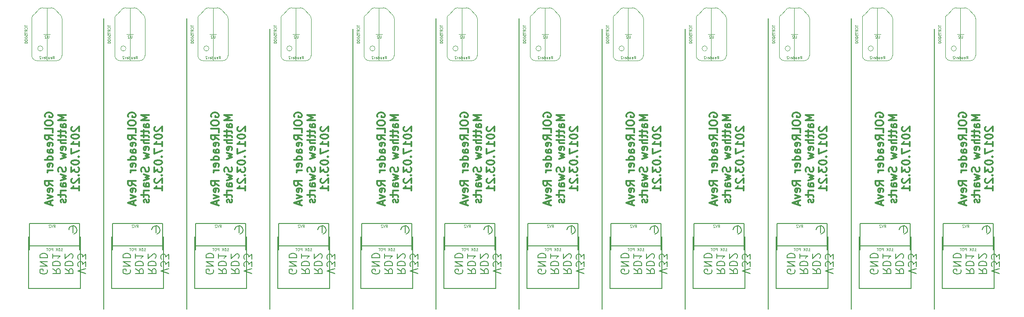
<source format=gbo>
G04 #@! TF.FileFunction,Legend,Bot*
%FSLAX46Y46*%
G04 Gerber Fmt 4.6, Leading zero omitted, Abs format (unit mm)*
G04 Created by KiCad (PCBNEW 4.0.4-stable) date 03/22/17 00:45:15*
%MOMM*%
%LPD*%
G01*
G04 APERTURE LIST*
%ADD10C,0.100000*%
%ADD11C,0.300000*%
%ADD12C,0.200000*%
%ADD13C,0.150000*%
G04 APERTURE END LIST*
D10*
D11*
X107700000Y-144964286D02*
X107628571Y-144821429D01*
X107628571Y-144607143D01*
X107700000Y-144392858D01*
X107842857Y-144250000D01*
X107985714Y-144178572D01*
X108271429Y-144107143D01*
X108485714Y-144107143D01*
X108771429Y-144178572D01*
X108914286Y-144250000D01*
X109057143Y-144392858D01*
X109128571Y-144607143D01*
X109128571Y-144750000D01*
X109057143Y-144964286D01*
X108985714Y-145035715D01*
X108485714Y-145035715D01*
X108485714Y-144750000D01*
X107628571Y-145964286D02*
X107628571Y-146250000D01*
X107700000Y-146392858D01*
X107842857Y-146535715D01*
X108128571Y-146607143D01*
X108628571Y-146607143D01*
X108914286Y-146535715D01*
X109057143Y-146392858D01*
X109128571Y-146250000D01*
X109128571Y-145964286D01*
X109057143Y-145821429D01*
X108914286Y-145678572D01*
X108628571Y-145607143D01*
X108128571Y-145607143D01*
X107842857Y-145678572D01*
X107700000Y-145821429D01*
X107628571Y-145964286D01*
X109128571Y-147964287D02*
X109128571Y-147250001D01*
X107628571Y-147250001D01*
X109128571Y-149321430D02*
X108414286Y-148821430D01*
X109128571Y-148464287D02*
X107628571Y-148464287D01*
X107628571Y-149035715D01*
X107700000Y-149178573D01*
X107771429Y-149250001D01*
X107914286Y-149321430D01*
X108128571Y-149321430D01*
X108271429Y-149250001D01*
X108342857Y-149178573D01*
X108414286Y-149035715D01*
X108414286Y-148464287D01*
X109057143Y-150535715D02*
X109128571Y-150392858D01*
X109128571Y-150107144D01*
X109057143Y-149964287D01*
X108914286Y-149892858D01*
X108342857Y-149892858D01*
X108200000Y-149964287D01*
X108128571Y-150107144D01*
X108128571Y-150392858D01*
X108200000Y-150535715D01*
X108342857Y-150607144D01*
X108485714Y-150607144D01*
X108628571Y-149892858D01*
X109128571Y-151892858D02*
X108342857Y-151892858D01*
X108200000Y-151821429D01*
X108128571Y-151678572D01*
X108128571Y-151392858D01*
X108200000Y-151250001D01*
X109057143Y-151892858D02*
X109128571Y-151750001D01*
X109128571Y-151392858D01*
X109057143Y-151250001D01*
X108914286Y-151178572D01*
X108771429Y-151178572D01*
X108628571Y-151250001D01*
X108557143Y-151392858D01*
X108557143Y-151750001D01*
X108485714Y-151892858D01*
X109128571Y-153250001D02*
X107628571Y-153250001D01*
X109057143Y-153250001D02*
X109128571Y-153107144D01*
X109128571Y-152821430D01*
X109057143Y-152678572D01*
X108985714Y-152607144D01*
X108842857Y-152535715D01*
X108414286Y-152535715D01*
X108271429Y-152607144D01*
X108200000Y-152678572D01*
X108128571Y-152821430D01*
X108128571Y-153107144D01*
X108200000Y-153250001D01*
X109057143Y-154535715D02*
X109128571Y-154392858D01*
X109128571Y-154107144D01*
X109057143Y-153964287D01*
X108914286Y-153892858D01*
X108342857Y-153892858D01*
X108200000Y-153964287D01*
X108128571Y-154107144D01*
X108128571Y-154392858D01*
X108200000Y-154535715D01*
X108342857Y-154607144D01*
X108485714Y-154607144D01*
X108628571Y-153892858D01*
X109128571Y-155250001D02*
X108128571Y-155250001D01*
X108414286Y-155250001D02*
X108271429Y-155321429D01*
X108200000Y-155392858D01*
X108128571Y-155535715D01*
X108128571Y-155678572D01*
X109128571Y-158178572D02*
X108414286Y-157678572D01*
X109128571Y-157321429D02*
X107628571Y-157321429D01*
X107628571Y-157892857D01*
X107700000Y-158035715D01*
X107771429Y-158107143D01*
X107914286Y-158178572D01*
X108128571Y-158178572D01*
X108271429Y-158107143D01*
X108342857Y-158035715D01*
X108414286Y-157892857D01*
X108414286Y-157321429D01*
X109057143Y-159392857D02*
X109128571Y-159250000D01*
X109128571Y-158964286D01*
X109057143Y-158821429D01*
X108914286Y-158750000D01*
X108342857Y-158750000D01*
X108200000Y-158821429D01*
X108128571Y-158964286D01*
X108128571Y-159250000D01*
X108200000Y-159392857D01*
X108342857Y-159464286D01*
X108485714Y-159464286D01*
X108628571Y-158750000D01*
X108128571Y-159964286D02*
X109128571Y-160321429D01*
X108128571Y-160678571D01*
X108700000Y-161178571D02*
X108700000Y-161892857D01*
X109128571Y-161035714D02*
X107628571Y-161535714D01*
X109128571Y-162035714D01*
X111678571Y-144607143D02*
X110178571Y-144607143D01*
X111250000Y-145107143D01*
X110178571Y-145607143D01*
X111678571Y-145607143D01*
X111678571Y-146964286D02*
X110892857Y-146964286D01*
X110750000Y-146892857D01*
X110678571Y-146750000D01*
X110678571Y-146464286D01*
X110750000Y-146321429D01*
X111607143Y-146964286D02*
X111678571Y-146821429D01*
X111678571Y-146464286D01*
X111607143Y-146321429D01*
X111464286Y-146250000D01*
X111321429Y-146250000D01*
X111178571Y-146321429D01*
X111107143Y-146464286D01*
X111107143Y-146821429D01*
X111035714Y-146964286D01*
X110678571Y-147464286D02*
X110678571Y-148035715D01*
X110178571Y-147678572D02*
X111464286Y-147678572D01*
X111607143Y-147750000D01*
X111678571Y-147892858D01*
X111678571Y-148035715D01*
X110678571Y-148321429D02*
X110678571Y-148892858D01*
X110178571Y-148535715D02*
X111464286Y-148535715D01*
X111607143Y-148607143D01*
X111678571Y-148750001D01*
X111678571Y-148892858D01*
X111678571Y-149392858D02*
X110178571Y-149392858D01*
X111678571Y-150035715D02*
X110892857Y-150035715D01*
X110750000Y-149964286D01*
X110678571Y-149821429D01*
X110678571Y-149607144D01*
X110750000Y-149464286D01*
X110821429Y-149392858D01*
X111607143Y-151321429D02*
X111678571Y-151178572D01*
X111678571Y-150892858D01*
X111607143Y-150750001D01*
X111464286Y-150678572D01*
X110892857Y-150678572D01*
X110750000Y-150750001D01*
X110678571Y-150892858D01*
X110678571Y-151178572D01*
X110750000Y-151321429D01*
X110892857Y-151392858D01*
X111035714Y-151392858D01*
X111178571Y-150678572D01*
X110678571Y-151892858D02*
X111678571Y-152178572D01*
X110964286Y-152464286D01*
X111678571Y-152750001D01*
X110678571Y-153035715D01*
X111607143Y-154678572D02*
X111678571Y-154892858D01*
X111678571Y-155250001D01*
X111607143Y-155392858D01*
X111535714Y-155464287D01*
X111392857Y-155535715D01*
X111250000Y-155535715D01*
X111107143Y-155464287D01*
X111035714Y-155392858D01*
X110964286Y-155250001D01*
X110892857Y-154964287D01*
X110821429Y-154821429D01*
X110750000Y-154750001D01*
X110607143Y-154678572D01*
X110464286Y-154678572D01*
X110321429Y-154750001D01*
X110250000Y-154821429D01*
X110178571Y-154964287D01*
X110178571Y-155321429D01*
X110250000Y-155535715D01*
X110678571Y-156035715D02*
X111678571Y-156321429D01*
X110964286Y-156607143D01*
X111678571Y-156892858D01*
X110678571Y-157178572D01*
X111678571Y-158392858D02*
X110892857Y-158392858D01*
X110750000Y-158321429D01*
X110678571Y-158178572D01*
X110678571Y-157892858D01*
X110750000Y-157750001D01*
X111607143Y-158392858D02*
X111678571Y-158250001D01*
X111678571Y-157892858D01*
X111607143Y-157750001D01*
X111464286Y-157678572D01*
X111321429Y-157678572D01*
X111178571Y-157750001D01*
X111107143Y-157892858D01*
X111107143Y-158250001D01*
X111035714Y-158392858D01*
X111678571Y-159107144D02*
X110678571Y-159107144D01*
X110964286Y-159107144D02*
X110821429Y-159178572D01*
X110750000Y-159250001D01*
X110678571Y-159392858D01*
X110678571Y-159535715D01*
X110678571Y-159821429D02*
X110678571Y-160392858D01*
X110178571Y-160035715D02*
X111464286Y-160035715D01*
X111607143Y-160107143D01*
X111678571Y-160250001D01*
X111678571Y-160392858D01*
X111607143Y-160821429D02*
X111678571Y-160964286D01*
X111678571Y-161250001D01*
X111607143Y-161392858D01*
X111464286Y-161464286D01*
X111392857Y-161464286D01*
X111250000Y-161392858D01*
X111178571Y-161250001D01*
X111178571Y-161035715D01*
X111107143Y-160892858D01*
X110964286Y-160821429D01*
X110892857Y-160821429D01*
X110750000Y-160892858D01*
X110678571Y-161035715D01*
X110678571Y-161250001D01*
X110750000Y-161392858D01*
X112871429Y-146857144D02*
X112800000Y-146928573D01*
X112728571Y-147071430D01*
X112728571Y-147428573D01*
X112800000Y-147571430D01*
X112871429Y-147642859D01*
X113014286Y-147714287D01*
X113157143Y-147714287D01*
X113371429Y-147642859D01*
X114228571Y-146785716D01*
X114228571Y-147714287D01*
X112728571Y-148642858D02*
X112728571Y-148785715D01*
X112800000Y-148928572D01*
X112871429Y-149000001D01*
X113014286Y-149071430D01*
X113300000Y-149142858D01*
X113657143Y-149142858D01*
X113942857Y-149071430D01*
X114085714Y-149000001D01*
X114157143Y-148928572D01*
X114228571Y-148785715D01*
X114228571Y-148642858D01*
X114157143Y-148500001D01*
X114085714Y-148428572D01*
X113942857Y-148357144D01*
X113657143Y-148285715D01*
X113300000Y-148285715D01*
X113014286Y-148357144D01*
X112871429Y-148428572D01*
X112800000Y-148500001D01*
X112728571Y-148642858D01*
X114228571Y-150571429D02*
X114228571Y-149714286D01*
X114228571Y-150142858D02*
X112728571Y-150142858D01*
X112942857Y-150000001D01*
X113085714Y-149857143D01*
X113157143Y-149714286D01*
X112728571Y-151071429D02*
X112728571Y-152071429D01*
X114228571Y-151428572D01*
X114085714Y-152642857D02*
X114157143Y-152714285D01*
X114228571Y-152642857D01*
X114157143Y-152571428D01*
X114085714Y-152642857D01*
X114228571Y-152642857D01*
X112728571Y-153642857D02*
X112728571Y-153785714D01*
X112800000Y-153928571D01*
X112871429Y-154000000D01*
X113014286Y-154071429D01*
X113300000Y-154142857D01*
X113657143Y-154142857D01*
X113942857Y-154071429D01*
X114085714Y-154000000D01*
X114157143Y-153928571D01*
X114228571Y-153785714D01*
X114228571Y-153642857D01*
X114157143Y-153500000D01*
X114085714Y-153428571D01*
X113942857Y-153357143D01*
X113657143Y-153285714D01*
X113300000Y-153285714D01*
X113014286Y-153357143D01*
X112871429Y-153428571D01*
X112800000Y-153500000D01*
X112728571Y-153642857D01*
X112728571Y-154642857D02*
X112728571Y-155571428D01*
X113300000Y-155071428D01*
X113300000Y-155285714D01*
X113371429Y-155428571D01*
X113442857Y-155500000D01*
X113585714Y-155571428D01*
X113942857Y-155571428D01*
X114085714Y-155500000D01*
X114157143Y-155428571D01*
X114228571Y-155285714D01*
X114228571Y-154857142D01*
X114157143Y-154714285D01*
X114085714Y-154642857D01*
X114085714Y-156214285D02*
X114157143Y-156285713D01*
X114228571Y-156214285D01*
X114157143Y-156142856D01*
X114085714Y-156214285D01*
X114228571Y-156214285D01*
X112871429Y-156857142D02*
X112800000Y-156928571D01*
X112728571Y-157071428D01*
X112728571Y-157428571D01*
X112800000Y-157571428D01*
X112871429Y-157642857D01*
X113014286Y-157714285D01*
X113157143Y-157714285D01*
X113371429Y-157642857D01*
X114228571Y-156785714D01*
X114228571Y-157714285D01*
X114228571Y-159142856D02*
X114228571Y-158285713D01*
X114228571Y-158714285D02*
X112728571Y-158714285D01*
X112942857Y-158571428D01*
X113085714Y-158428570D01*
X113157143Y-158285713D01*
D12*
X66500000Y-168000000D02*
X66500000Y-178000000D01*
X66500000Y-178000000D02*
X56500000Y-178000000D01*
X56500000Y-178000000D02*
X56500000Y-168000000D01*
X67496429Y-175178571D02*
X65996429Y-174678571D01*
X67496429Y-174178571D01*
X67496429Y-173821428D02*
X67496429Y-172892857D01*
X66925000Y-173392857D01*
X66925000Y-173178571D01*
X66853571Y-173035714D01*
X66782143Y-172964285D01*
X66639286Y-172892857D01*
X66282143Y-172892857D01*
X66139286Y-172964285D01*
X66067857Y-173035714D01*
X65996429Y-173178571D01*
X65996429Y-173607143D01*
X66067857Y-173750000D01*
X66139286Y-173821428D01*
X67496429Y-172392857D02*
X67496429Y-171464286D01*
X66925000Y-171964286D01*
X66925000Y-171750000D01*
X66853571Y-171607143D01*
X66782143Y-171535714D01*
X66639286Y-171464286D01*
X66282143Y-171464286D01*
X66139286Y-171535714D01*
X66067857Y-171607143D01*
X65996429Y-171750000D01*
X65996429Y-172178572D01*
X66067857Y-172321429D01*
X66139286Y-172392857D01*
X63546429Y-174249999D02*
X64260714Y-174749999D01*
X63546429Y-175107142D02*
X65046429Y-175107142D01*
X65046429Y-174535714D01*
X64975000Y-174392856D01*
X64903571Y-174321428D01*
X64760714Y-174249999D01*
X64546429Y-174249999D01*
X64403571Y-174321428D01*
X64332143Y-174392856D01*
X64260714Y-174535714D01*
X64260714Y-175107142D01*
X63546429Y-173607142D02*
X65046429Y-173607142D01*
X65046429Y-173249999D01*
X64975000Y-173035714D01*
X64832143Y-172892856D01*
X64689286Y-172821428D01*
X64403571Y-172749999D01*
X64189286Y-172749999D01*
X63903571Y-172821428D01*
X63760714Y-172892856D01*
X63617857Y-173035714D01*
X63546429Y-173249999D01*
X63546429Y-173607142D01*
X64903571Y-172178571D02*
X64975000Y-172107142D01*
X65046429Y-171964285D01*
X65046429Y-171607142D01*
X64975000Y-171464285D01*
X64903571Y-171392856D01*
X64760714Y-171321428D01*
X64617857Y-171321428D01*
X64403571Y-171392856D01*
X63546429Y-172249999D01*
X63546429Y-171321428D01*
X61096429Y-174249999D02*
X61810714Y-174749999D01*
X61096429Y-175107142D02*
X62596429Y-175107142D01*
X62596429Y-174535714D01*
X62525000Y-174392856D01*
X62453571Y-174321428D01*
X62310714Y-174249999D01*
X62096429Y-174249999D01*
X61953571Y-174321428D01*
X61882143Y-174392856D01*
X61810714Y-174535714D01*
X61810714Y-175107142D01*
X61096429Y-173607142D02*
X62596429Y-173607142D01*
X62596429Y-173249999D01*
X62525000Y-173035714D01*
X62382143Y-172892856D01*
X62239286Y-172821428D01*
X61953571Y-172749999D01*
X61739286Y-172749999D01*
X61453571Y-172821428D01*
X61310714Y-172892856D01*
X61167857Y-173035714D01*
X61096429Y-173249999D01*
X61096429Y-173607142D01*
X61096429Y-171321428D02*
X61096429Y-172178571D01*
X61096429Y-171749999D02*
X62596429Y-171749999D01*
X62382143Y-171892856D01*
X62239286Y-172035714D01*
X62167857Y-172178571D01*
X60075000Y-174392857D02*
X60146429Y-174535714D01*
X60146429Y-174750000D01*
X60075000Y-174964285D01*
X59932143Y-175107143D01*
X59789286Y-175178571D01*
X59503571Y-175250000D01*
X59289286Y-175250000D01*
X59003571Y-175178571D01*
X58860714Y-175107143D01*
X58717857Y-174964285D01*
X58646429Y-174750000D01*
X58646429Y-174607143D01*
X58717857Y-174392857D01*
X58789286Y-174321428D01*
X59289286Y-174321428D01*
X59289286Y-174607143D01*
X58646429Y-173678571D02*
X60146429Y-173678571D01*
X58646429Y-172821428D01*
X60146429Y-172821428D01*
X58646429Y-172107142D02*
X60146429Y-172107142D01*
X60146429Y-171749999D01*
X60075000Y-171535714D01*
X59932143Y-171392856D01*
X59789286Y-171321428D01*
X59503571Y-171249999D01*
X59289286Y-171249999D01*
X59003571Y-171321428D01*
X58860714Y-171392856D01*
X58717857Y-171535714D01*
X58646429Y-171749999D01*
X58646429Y-172107142D01*
D11*
X59700000Y-144964286D02*
X59628571Y-144821429D01*
X59628571Y-144607143D01*
X59700000Y-144392858D01*
X59842857Y-144250000D01*
X59985714Y-144178572D01*
X60271429Y-144107143D01*
X60485714Y-144107143D01*
X60771429Y-144178572D01*
X60914286Y-144250000D01*
X61057143Y-144392858D01*
X61128571Y-144607143D01*
X61128571Y-144750000D01*
X61057143Y-144964286D01*
X60985714Y-145035715D01*
X60485714Y-145035715D01*
X60485714Y-144750000D01*
X59628571Y-145964286D02*
X59628571Y-146250000D01*
X59700000Y-146392858D01*
X59842857Y-146535715D01*
X60128571Y-146607143D01*
X60628571Y-146607143D01*
X60914286Y-146535715D01*
X61057143Y-146392858D01*
X61128571Y-146250000D01*
X61128571Y-145964286D01*
X61057143Y-145821429D01*
X60914286Y-145678572D01*
X60628571Y-145607143D01*
X60128571Y-145607143D01*
X59842857Y-145678572D01*
X59700000Y-145821429D01*
X59628571Y-145964286D01*
X61128571Y-147964287D02*
X61128571Y-147250001D01*
X59628571Y-147250001D01*
X61128571Y-149321430D02*
X60414286Y-148821430D01*
X61128571Y-148464287D02*
X59628571Y-148464287D01*
X59628571Y-149035715D01*
X59700000Y-149178573D01*
X59771429Y-149250001D01*
X59914286Y-149321430D01*
X60128571Y-149321430D01*
X60271429Y-149250001D01*
X60342857Y-149178573D01*
X60414286Y-149035715D01*
X60414286Y-148464287D01*
X61057143Y-150535715D02*
X61128571Y-150392858D01*
X61128571Y-150107144D01*
X61057143Y-149964287D01*
X60914286Y-149892858D01*
X60342857Y-149892858D01*
X60200000Y-149964287D01*
X60128571Y-150107144D01*
X60128571Y-150392858D01*
X60200000Y-150535715D01*
X60342857Y-150607144D01*
X60485714Y-150607144D01*
X60628571Y-149892858D01*
X61128571Y-151892858D02*
X60342857Y-151892858D01*
X60200000Y-151821429D01*
X60128571Y-151678572D01*
X60128571Y-151392858D01*
X60200000Y-151250001D01*
X61057143Y-151892858D02*
X61128571Y-151750001D01*
X61128571Y-151392858D01*
X61057143Y-151250001D01*
X60914286Y-151178572D01*
X60771429Y-151178572D01*
X60628571Y-151250001D01*
X60557143Y-151392858D01*
X60557143Y-151750001D01*
X60485714Y-151892858D01*
X61128571Y-153250001D02*
X59628571Y-153250001D01*
X61057143Y-153250001D02*
X61128571Y-153107144D01*
X61128571Y-152821430D01*
X61057143Y-152678572D01*
X60985714Y-152607144D01*
X60842857Y-152535715D01*
X60414286Y-152535715D01*
X60271429Y-152607144D01*
X60200000Y-152678572D01*
X60128571Y-152821430D01*
X60128571Y-153107144D01*
X60200000Y-153250001D01*
X61057143Y-154535715D02*
X61128571Y-154392858D01*
X61128571Y-154107144D01*
X61057143Y-153964287D01*
X60914286Y-153892858D01*
X60342857Y-153892858D01*
X60200000Y-153964287D01*
X60128571Y-154107144D01*
X60128571Y-154392858D01*
X60200000Y-154535715D01*
X60342857Y-154607144D01*
X60485714Y-154607144D01*
X60628571Y-153892858D01*
X61128571Y-155250001D02*
X60128571Y-155250001D01*
X60414286Y-155250001D02*
X60271429Y-155321429D01*
X60200000Y-155392858D01*
X60128571Y-155535715D01*
X60128571Y-155678572D01*
X61128571Y-158178572D02*
X60414286Y-157678572D01*
X61128571Y-157321429D02*
X59628571Y-157321429D01*
X59628571Y-157892857D01*
X59700000Y-158035715D01*
X59771429Y-158107143D01*
X59914286Y-158178572D01*
X60128571Y-158178572D01*
X60271429Y-158107143D01*
X60342857Y-158035715D01*
X60414286Y-157892857D01*
X60414286Y-157321429D01*
X61057143Y-159392857D02*
X61128571Y-159250000D01*
X61128571Y-158964286D01*
X61057143Y-158821429D01*
X60914286Y-158750000D01*
X60342857Y-158750000D01*
X60200000Y-158821429D01*
X60128571Y-158964286D01*
X60128571Y-159250000D01*
X60200000Y-159392857D01*
X60342857Y-159464286D01*
X60485714Y-159464286D01*
X60628571Y-158750000D01*
X60128571Y-159964286D02*
X61128571Y-160321429D01*
X60128571Y-160678571D01*
X60700000Y-161178571D02*
X60700000Y-161892857D01*
X61128571Y-161035714D02*
X59628571Y-161535714D01*
X61128571Y-162035714D01*
X63678571Y-144607143D02*
X62178571Y-144607143D01*
X63250000Y-145107143D01*
X62178571Y-145607143D01*
X63678571Y-145607143D01*
X63678571Y-146964286D02*
X62892857Y-146964286D01*
X62750000Y-146892857D01*
X62678571Y-146750000D01*
X62678571Y-146464286D01*
X62750000Y-146321429D01*
X63607143Y-146964286D02*
X63678571Y-146821429D01*
X63678571Y-146464286D01*
X63607143Y-146321429D01*
X63464286Y-146250000D01*
X63321429Y-146250000D01*
X63178571Y-146321429D01*
X63107143Y-146464286D01*
X63107143Y-146821429D01*
X63035714Y-146964286D01*
X62678571Y-147464286D02*
X62678571Y-148035715D01*
X62178571Y-147678572D02*
X63464286Y-147678572D01*
X63607143Y-147750000D01*
X63678571Y-147892858D01*
X63678571Y-148035715D01*
X62678571Y-148321429D02*
X62678571Y-148892858D01*
X62178571Y-148535715D02*
X63464286Y-148535715D01*
X63607143Y-148607143D01*
X63678571Y-148750001D01*
X63678571Y-148892858D01*
X63678571Y-149392858D02*
X62178571Y-149392858D01*
X63678571Y-150035715D02*
X62892857Y-150035715D01*
X62750000Y-149964286D01*
X62678571Y-149821429D01*
X62678571Y-149607144D01*
X62750000Y-149464286D01*
X62821429Y-149392858D01*
X63607143Y-151321429D02*
X63678571Y-151178572D01*
X63678571Y-150892858D01*
X63607143Y-150750001D01*
X63464286Y-150678572D01*
X62892857Y-150678572D01*
X62750000Y-150750001D01*
X62678571Y-150892858D01*
X62678571Y-151178572D01*
X62750000Y-151321429D01*
X62892857Y-151392858D01*
X63035714Y-151392858D01*
X63178571Y-150678572D01*
X62678571Y-151892858D02*
X63678571Y-152178572D01*
X62964286Y-152464286D01*
X63678571Y-152750001D01*
X62678571Y-153035715D01*
X63607143Y-154678572D02*
X63678571Y-154892858D01*
X63678571Y-155250001D01*
X63607143Y-155392858D01*
X63535714Y-155464287D01*
X63392857Y-155535715D01*
X63250000Y-155535715D01*
X63107143Y-155464287D01*
X63035714Y-155392858D01*
X62964286Y-155250001D01*
X62892857Y-154964287D01*
X62821429Y-154821429D01*
X62750000Y-154750001D01*
X62607143Y-154678572D01*
X62464286Y-154678572D01*
X62321429Y-154750001D01*
X62250000Y-154821429D01*
X62178571Y-154964287D01*
X62178571Y-155321429D01*
X62250000Y-155535715D01*
X62678571Y-156035715D02*
X63678571Y-156321429D01*
X62964286Y-156607143D01*
X63678571Y-156892858D01*
X62678571Y-157178572D01*
X63678571Y-158392858D02*
X62892857Y-158392858D01*
X62750000Y-158321429D01*
X62678571Y-158178572D01*
X62678571Y-157892858D01*
X62750000Y-157750001D01*
X63607143Y-158392858D02*
X63678571Y-158250001D01*
X63678571Y-157892858D01*
X63607143Y-157750001D01*
X63464286Y-157678572D01*
X63321429Y-157678572D01*
X63178571Y-157750001D01*
X63107143Y-157892858D01*
X63107143Y-158250001D01*
X63035714Y-158392858D01*
X63678571Y-159107144D02*
X62678571Y-159107144D01*
X62964286Y-159107144D02*
X62821429Y-159178572D01*
X62750000Y-159250001D01*
X62678571Y-159392858D01*
X62678571Y-159535715D01*
X62678571Y-159821429D02*
X62678571Y-160392858D01*
X62178571Y-160035715D02*
X63464286Y-160035715D01*
X63607143Y-160107143D01*
X63678571Y-160250001D01*
X63678571Y-160392858D01*
X63607143Y-160821429D02*
X63678571Y-160964286D01*
X63678571Y-161250001D01*
X63607143Y-161392858D01*
X63464286Y-161464286D01*
X63392857Y-161464286D01*
X63250000Y-161392858D01*
X63178571Y-161250001D01*
X63178571Y-161035715D01*
X63107143Y-160892858D01*
X62964286Y-160821429D01*
X62892857Y-160821429D01*
X62750000Y-160892858D01*
X62678571Y-161035715D01*
X62678571Y-161250001D01*
X62750000Y-161392858D01*
X64871429Y-146857144D02*
X64800000Y-146928573D01*
X64728571Y-147071430D01*
X64728571Y-147428573D01*
X64800000Y-147571430D01*
X64871429Y-147642859D01*
X65014286Y-147714287D01*
X65157143Y-147714287D01*
X65371429Y-147642859D01*
X66228571Y-146785716D01*
X66228571Y-147714287D01*
X64728571Y-148642858D02*
X64728571Y-148785715D01*
X64800000Y-148928572D01*
X64871429Y-149000001D01*
X65014286Y-149071430D01*
X65300000Y-149142858D01*
X65657143Y-149142858D01*
X65942857Y-149071430D01*
X66085714Y-149000001D01*
X66157143Y-148928572D01*
X66228571Y-148785715D01*
X66228571Y-148642858D01*
X66157143Y-148500001D01*
X66085714Y-148428572D01*
X65942857Y-148357144D01*
X65657143Y-148285715D01*
X65300000Y-148285715D01*
X65014286Y-148357144D01*
X64871429Y-148428572D01*
X64800000Y-148500001D01*
X64728571Y-148642858D01*
X66228571Y-150571429D02*
X66228571Y-149714286D01*
X66228571Y-150142858D02*
X64728571Y-150142858D01*
X64942857Y-150000001D01*
X65085714Y-149857143D01*
X65157143Y-149714286D01*
X64728571Y-151071429D02*
X64728571Y-152071429D01*
X66228571Y-151428572D01*
X66085714Y-152642857D02*
X66157143Y-152714285D01*
X66228571Y-152642857D01*
X66157143Y-152571428D01*
X66085714Y-152642857D01*
X66228571Y-152642857D01*
X64728571Y-153642857D02*
X64728571Y-153785714D01*
X64800000Y-153928571D01*
X64871429Y-154000000D01*
X65014286Y-154071429D01*
X65300000Y-154142857D01*
X65657143Y-154142857D01*
X65942857Y-154071429D01*
X66085714Y-154000000D01*
X66157143Y-153928571D01*
X66228571Y-153785714D01*
X66228571Y-153642857D01*
X66157143Y-153500000D01*
X66085714Y-153428571D01*
X65942857Y-153357143D01*
X65657143Y-153285714D01*
X65300000Y-153285714D01*
X65014286Y-153357143D01*
X64871429Y-153428571D01*
X64800000Y-153500000D01*
X64728571Y-153642857D01*
X64728571Y-154642857D02*
X64728571Y-155571428D01*
X65300000Y-155071428D01*
X65300000Y-155285714D01*
X65371429Y-155428571D01*
X65442857Y-155500000D01*
X65585714Y-155571428D01*
X65942857Y-155571428D01*
X66085714Y-155500000D01*
X66157143Y-155428571D01*
X66228571Y-155285714D01*
X66228571Y-154857142D01*
X66157143Y-154714285D01*
X66085714Y-154642857D01*
X66085714Y-156214285D02*
X66157143Y-156285713D01*
X66228571Y-156214285D01*
X66157143Y-156142856D01*
X66085714Y-156214285D01*
X66228571Y-156214285D01*
X64871429Y-156857142D02*
X64800000Y-156928571D01*
X64728571Y-157071428D01*
X64728571Y-157428571D01*
X64800000Y-157571428D01*
X64871429Y-157642857D01*
X65014286Y-157714285D01*
X65157143Y-157714285D01*
X65371429Y-157642857D01*
X66228571Y-156785714D01*
X66228571Y-157714285D01*
X66228571Y-159142856D02*
X66228571Y-158285713D01*
X66228571Y-158714285D02*
X64728571Y-158714285D01*
X64942857Y-158571428D01*
X65085714Y-158428570D01*
X65157143Y-158285713D01*
D10*
X61119047Y-133726190D02*
X61285714Y-133488095D01*
X61404761Y-133726190D02*
X61404761Y-133226190D01*
X61214285Y-133226190D01*
X61166666Y-133250000D01*
X61142857Y-133273810D01*
X61119047Y-133321429D01*
X61119047Y-133392857D01*
X61142857Y-133440476D01*
X61166666Y-133464286D01*
X61214285Y-133488095D01*
X61404761Y-133488095D01*
X60714285Y-133702381D02*
X60761904Y-133726190D01*
X60857142Y-133726190D01*
X60904761Y-133702381D01*
X60928571Y-133654762D01*
X60928571Y-133464286D01*
X60904761Y-133416667D01*
X60857142Y-133392857D01*
X60761904Y-133392857D01*
X60714285Y-133416667D01*
X60690476Y-133464286D01*
X60690476Y-133511905D01*
X60928571Y-133559524D01*
X60261905Y-133726190D02*
X60261905Y-133464286D01*
X60285714Y-133416667D01*
X60333333Y-133392857D01*
X60428571Y-133392857D01*
X60476190Y-133416667D01*
X60261905Y-133702381D02*
X60309524Y-133726190D01*
X60428571Y-133726190D01*
X60476190Y-133702381D01*
X60500000Y-133654762D01*
X60500000Y-133607143D01*
X60476190Y-133559524D01*
X60428571Y-133535714D01*
X60309524Y-133535714D01*
X60261905Y-133511905D01*
X59809524Y-133726190D02*
X59809524Y-133226190D01*
X59809524Y-133702381D02*
X59857143Y-133726190D01*
X59952381Y-133726190D01*
X60000000Y-133702381D01*
X60023809Y-133678571D01*
X60047619Y-133630952D01*
X60047619Y-133488095D01*
X60023809Y-133440476D01*
X60000000Y-133416667D01*
X59952381Y-133392857D01*
X59857143Y-133392857D01*
X59809524Y-133416667D01*
X59380952Y-133702381D02*
X59428571Y-133726190D01*
X59523809Y-133726190D01*
X59571428Y-133702381D01*
X59595238Y-133654762D01*
X59595238Y-133464286D01*
X59571428Y-133416667D01*
X59523809Y-133392857D01*
X59428571Y-133392857D01*
X59380952Y-133416667D01*
X59357143Y-133464286D01*
X59357143Y-133511905D01*
X59595238Y-133559524D01*
X59142857Y-133726190D02*
X59142857Y-133392857D01*
X59142857Y-133488095D02*
X59119048Y-133440476D01*
X59095238Y-133416667D01*
X59047619Y-133392857D01*
X59000000Y-133392857D01*
X58857143Y-133273810D02*
X58833333Y-133250000D01*
X58785714Y-133226190D01*
X58666667Y-133226190D01*
X58619048Y-133250000D01*
X58595238Y-133273810D01*
X58571429Y-133321429D01*
X58571429Y-133369048D01*
X58595238Y-133440476D01*
X58880952Y-133726190D01*
X58571429Y-133726190D01*
D13*
X71000000Y-126000000D02*
X71000000Y-182000000D01*
X87000000Y-126000000D02*
X87000000Y-182000000D01*
D10*
X77119047Y-133726190D02*
X77285714Y-133488095D01*
X77404761Y-133726190D02*
X77404761Y-133226190D01*
X77214285Y-133226190D01*
X77166666Y-133250000D01*
X77142857Y-133273810D01*
X77119047Y-133321429D01*
X77119047Y-133392857D01*
X77142857Y-133440476D01*
X77166666Y-133464286D01*
X77214285Y-133488095D01*
X77404761Y-133488095D01*
X76714285Y-133702381D02*
X76761904Y-133726190D01*
X76857142Y-133726190D01*
X76904761Y-133702381D01*
X76928571Y-133654762D01*
X76928571Y-133464286D01*
X76904761Y-133416667D01*
X76857142Y-133392857D01*
X76761904Y-133392857D01*
X76714285Y-133416667D01*
X76690476Y-133464286D01*
X76690476Y-133511905D01*
X76928571Y-133559524D01*
X76261905Y-133726190D02*
X76261905Y-133464286D01*
X76285714Y-133416667D01*
X76333333Y-133392857D01*
X76428571Y-133392857D01*
X76476190Y-133416667D01*
X76261905Y-133702381D02*
X76309524Y-133726190D01*
X76428571Y-133726190D01*
X76476190Y-133702381D01*
X76500000Y-133654762D01*
X76500000Y-133607143D01*
X76476190Y-133559524D01*
X76428571Y-133535714D01*
X76309524Y-133535714D01*
X76261905Y-133511905D01*
X75809524Y-133726190D02*
X75809524Y-133226190D01*
X75809524Y-133702381D02*
X75857143Y-133726190D01*
X75952381Y-133726190D01*
X76000000Y-133702381D01*
X76023809Y-133678571D01*
X76047619Y-133630952D01*
X76047619Y-133488095D01*
X76023809Y-133440476D01*
X76000000Y-133416667D01*
X75952381Y-133392857D01*
X75857143Y-133392857D01*
X75809524Y-133416667D01*
X75380952Y-133702381D02*
X75428571Y-133726190D01*
X75523809Y-133726190D01*
X75571428Y-133702381D01*
X75595238Y-133654762D01*
X75595238Y-133464286D01*
X75571428Y-133416667D01*
X75523809Y-133392857D01*
X75428571Y-133392857D01*
X75380952Y-133416667D01*
X75357143Y-133464286D01*
X75357143Y-133511905D01*
X75595238Y-133559524D01*
X75142857Y-133726190D02*
X75142857Y-133392857D01*
X75142857Y-133488095D02*
X75119048Y-133440476D01*
X75095238Y-133416667D01*
X75047619Y-133392857D01*
X75000000Y-133392857D01*
X74857143Y-133273810D02*
X74833333Y-133250000D01*
X74785714Y-133226190D01*
X74666667Y-133226190D01*
X74619048Y-133250000D01*
X74595238Y-133273810D01*
X74571429Y-133321429D01*
X74571429Y-133369048D01*
X74595238Y-133440476D01*
X74880952Y-133726190D01*
X74571429Y-133726190D01*
D11*
X75700000Y-144964286D02*
X75628571Y-144821429D01*
X75628571Y-144607143D01*
X75700000Y-144392858D01*
X75842857Y-144250000D01*
X75985714Y-144178572D01*
X76271429Y-144107143D01*
X76485714Y-144107143D01*
X76771429Y-144178572D01*
X76914286Y-144250000D01*
X77057143Y-144392858D01*
X77128571Y-144607143D01*
X77128571Y-144750000D01*
X77057143Y-144964286D01*
X76985714Y-145035715D01*
X76485714Y-145035715D01*
X76485714Y-144750000D01*
X75628571Y-145964286D02*
X75628571Y-146250000D01*
X75700000Y-146392858D01*
X75842857Y-146535715D01*
X76128571Y-146607143D01*
X76628571Y-146607143D01*
X76914286Y-146535715D01*
X77057143Y-146392858D01*
X77128571Y-146250000D01*
X77128571Y-145964286D01*
X77057143Y-145821429D01*
X76914286Y-145678572D01*
X76628571Y-145607143D01*
X76128571Y-145607143D01*
X75842857Y-145678572D01*
X75700000Y-145821429D01*
X75628571Y-145964286D01*
X77128571Y-147964287D02*
X77128571Y-147250001D01*
X75628571Y-147250001D01*
X77128571Y-149321430D02*
X76414286Y-148821430D01*
X77128571Y-148464287D02*
X75628571Y-148464287D01*
X75628571Y-149035715D01*
X75700000Y-149178573D01*
X75771429Y-149250001D01*
X75914286Y-149321430D01*
X76128571Y-149321430D01*
X76271429Y-149250001D01*
X76342857Y-149178573D01*
X76414286Y-149035715D01*
X76414286Y-148464287D01*
X77057143Y-150535715D02*
X77128571Y-150392858D01*
X77128571Y-150107144D01*
X77057143Y-149964287D01*
X76914286Y-149892858D01*
X76342857Y-149892858D01*
X76200000Y-149964287D01*
X76128571Y-150107144D01*
X76128571Y-150392858D01*
X76200000Y-150535715D01*
X76342857Y-150607144D01*
X76485714Y-150607144D01*
X76628571Y-149892858D01*
X77128571Y-151892858D02*
X76342857Y-151892858D01*
X76200000Y-151821429D01*
X76128571Y-151678572D01*
X76128571Y-151392858D01*
X76200000Y-151250001D01*
X77057143Y-151892858D02*
X77128571Y-151750001D01*
X77128571Y-151392858D01*
X77057143Y-151250001D01*
X76914286Y-151178572D01*
X76771429Y-151178572D01*
X76628571Y-151250001D01*
X76557143Y-151392858D01*
X76557143Y-151750001D01*
X76485714Y-151892858D01*
X77128571Y-153250001D02*
X75628571Y-153250001D01*
X77057143Y-153250001D02*
X77128571Y-153107144D01*
X77128571Y-152821430D01*
X77057143Y-152678572D01*
X76985714Y-152607144D01*
X76842857Y-152535715D01*
X76414286Y-152535715D01*
X76271429Y-152607144D01*
X76200000Y-152678572D01*
X76128571Y-152821430D01*
X76128571Y-153107144D01*
X76200000Y-153250001D01*
X77057143Y-154535715D02*
X77128571Y-154392858D01*
X77128571Y-154107144D01*
X77057143Y-153964287D01*
X76914286Y-153892858D01*
X76342857Y-153892858D01*
X76200000Y-153964287D01*
X76128571Y-154107144D01*
X76128571Y-154392858D01*
X76200000Y-154535715D01*
X76342857Y-154607144D01*
X76485714Y-154607144D01*
X76628571Y-153892858D01*
X77128571Y-155250001D02*
X76128571Y-155250001D01*
X76414286Y-155250001D02*
X76271429Y-155321429D01*
X76200000Y-155392858D01*
X76128571Y-155535715D01*
X76128571Y-155678572D01*
X77128571Y-158178572D02*
X76414286Y-157678572D01*
X77128571Y-157321429D02*
X75628571Y-157321429D01*
X75628571Y-157892857D01*
X75700000Y-158035715D01*
X75771429Y-158107143D01*
X75914286Y-158178572D01*
X76128571Y-158178572D01*
X76271429Y-158107143D01*
X76342857Y-158035715D01*
X76414286Y-157892857D01*
X76414286Y-157321429D01*
X77057143Y-159392857D02*
X77128571Y-159250000D01*
X77128571Y-158964286D01*
X77057143Y-158821429D01*
X76914286Y-158750000D01*
X76342857Y-158750000D01*
X76200000Y-158821429D01*
X76128571Y-158964286D01*
X76128571Y-159250000D01*
X76200000Y-159392857D01*
X76342857Y-159464286D01*
X76485714Y-159464286D01*
X76628571Y-158750000D01*
X76128571Y-159964286D02*
X77128571Y-160321429D01*
X76128571Y-160678571D01*
X76700000Y-161178571D02*
X76700000Y-161892857D01*
X77128571Y-161035714D02*
X75628571Y-161535714D01*
X77128571Y-162035714D01*
X79678571Y-144607143D02*
X78178571Y-144607143D01*
X79250000Y-145107143D01*
X78178571Y-145607143D01*
X79678571Y-145607143D01*
X79678571Y-146964286D02*
X78892857Y-146964286D01*
X78750000Y-146892857D01*
X78678571Y-146750000D01*
X78678571Y-146464286D01*
X78750000Y-146321429D01*
X79607143Y-146964286D02*
X79678571Y-146821429D01*
X79678571Y-146464286D01*
X79607143Y-146321429D01*
X79464286Y-146250000D01*
X79321429Y-146250000D01*
X79178571Y-146321429D01*
X79107143Y-146464286D01*
X79107143Y-146821429D01*
X79035714Y-146964286D01*
X78678571Y-147464286D02*
X78678571Y-148035715D01*
X78178571Y-147678572D02*
X79464286Y-147678572D01*
X79607143Y-147750000D01*
X79678571Y-147892858D01*
X79678571Y-148035715D01*
X78678571Y-148321429D02*
X78678571Y-148892858D01*
X78178571Y-148535715D02*
X79464286Y-148535715D01*
X79607143Y-148607143D01*
X79678571Y-148750001D01*
X79678571Y-148892858D01*
X79678571Y-149392858D02*
X78178571Y-149392858D01*
X79678571Y-150035715D02*
X78892857Y-150035715D01*
X78750000Y-149964286D01*
X78678571Y-149821429D01*
X78678571Y-149607144D01*
X78750000Y-149464286D01*
X78821429Y-149392858D01*
X79607143Y-151321429D02*
X79678571Y-151178572D01*
X79678571Y-150892858D01*
X79607143Y-150750001D01*
X79464286Y-150678572D01*
X78892857Y-150678572D01*
X78750000Y-150750001D01*
X78678571Y-150892858D01*
X78678571Y-151178572D01*
X78750000Y-151321429D01*
X78892857Y-151392858D01*
X79035714Y-151392858D01*
X79178571Y-150678572D01*
X78678571Y-151892858D02*
X79678571Y-152178572D01*
X78964286Y-152464286D01*
X79678571Y-152750001D01*
X78678571Y-153035715D01*
X79607143Y-154678572D02*
X79678571Y-154892858D01*
X79678571Y-155250001D01*
X79607143Y-155392858D01*
X79535714Y-155464287D01*
X79392857Y-155535715D01*
X79250000Y-155535715D01*
X79107143Y-155464287D01*
X79035714Y-155392858D01*
X78964286Y-155250001D01*
X78892857Y-154964287D01*
X78821429Y-154821429D01*
X78750000Y-154750001D01*
X78607143Y-154678572D01*
X78464286Y-154678572D01*
X78321429Y-154750001D01*
X78250000Y-154821429D01*
X78178571Y-154964287D01*
X78178571Y-155321429D01*
X78250000Y-155535715D01*
X78678571Y-156035715D02*
X79678571Y-156321429D01*
X78964286Y-156607143D01*
X79678571Y-156892858D01*
X78678571Y-157178572D01*
X79678571Y-158392858D02*
X78892857Y-158392858D01*
X78750000Y-158321429D01*
X78678571Y-158178572D01*
X78678571Y-157892858D01*
X78750000Y-157750001D01*
X79607143Y-158392858D02*
X79678571Y-158250001D01*
X79678571Y-157892858D01*
X79607143Y-157750001D01*
X79464286Y-157678572D01*
X79321429Y-157678572D01*
X79178571Y-157750001D01*
X79107143Y-157892858D01*
X79107143Y-158250001D01*
X79035714Y-158392858D01*
X79678571Y-159107144D02*
X78678571Y-159107144D01*
X78964286Y-159107144D02*
X78821429Y-159178572D01*
X78750000Y-159250001D01*
X78678571Y-159392858D01*
X78678571Y-159535715D01*
X78678571Y-159821429D02*
X78678571Y-160392858D01*
X78178571Y-160035715D02*
X79464286Y-160035715D01*
X79607143Y-160107143D01*
X79678571Y-160250001D01*
X79678571Y-160392858D01*
X79607143Y-160821429D02*
X79678571Y-160964286D01*
X79678571Y-161250001D01*
X79607143Y-161392858D01*
X79464286Y-161464286D01*
X79392857Y-161464286D01*
X79250000Y-161392858D01*
X79178571Y-161250001D01*
X79178571Y-161035715D01*
X79107143Y-160892858D01*
X78964286Y-160821429D01*
X78892857Y-160821429D01*
X78750000Y-160892858D01*
X78678571Y-161035715D01*
X78678571Y-161250001D01*
X78750000Y-161392858D01*
X80871429Y-146857144D02*
X80800000Y-146928573D01*
X80728571Y-147071430D01*
X80728571Y-147428573D01*
X80800000Y-147571430D01*
X80871429Y-147642859D01*
X81014286Y-147714287D01*
X81157143Y-147714287D01*
X81371429Y-147642859D01*
X82228571Y-146785716D01*
X82228571Y-147714287D01*
X80728571Y-148642858D02*
X80728571Y-148785715D01*
X80800000Y-148928572D01*
X80871429Y-149000001D01*
X81014286Y-149071430D01*
X81300000Y-149142858D01*
X81657143Y-149142858D01*
X81942857Y-149071430D01*
X82085714Y-149000001D01*
X82157143Y-148928572D01*
X82228571Y-148785715D01*
X82228571Y-148642858D01*
X82157143Y-148500001D01*
X82085714Y-148428572D01*
X81942857Y-148357144D01*
X81657143Y-148285715D01*
X81300000Y-148285715D01*
X81014286Y-148357144D01*
X80871429Y-148428572D01*
X80800000Y-148500001D01*
X80728571Y-148642858D01*
X82228571Y-150571429D02*
X82228571Y-149714286D01*
X82228571Y-150142858D02*
X80728571Y-150142858D01*
X80942857Y-150000001D01*
X81085714Y-149857143D01*
X81157143Y-149714286D01*
X80728571Y-151071429D02*
X80728571Y-152071429D01*
X82228571Y-151428572D01*
X82085714Y-152642857D02*
X82157143Y-152714285D01*
X82228571Y-152642857D01*
X82157143Y-152571428D01*
X82085714Y-152642857D01*
X82228571Y-152642857D01*
X80728571Y-153642857D02*
X80728571Y-153785714D01*
X80800000Y-153928571D01*
X80871429Y-154000000D01*
X81014286Y-154071429D01*
X81300000Y-154142857D01*
X81657143Y-154142857D01*
X81942857Y-154071429D01*
X82085714Y-154000000D01*
X82157143Y-153928571D01*
X82228571Y-153785714D01*
X82228571Y-153642857D01*
X82157143Y-153500000D01*
X82085714Y-153428571D01*
X81942857Y-153357143D01*
X81657143Y-153285714D01*
X81300000Y-153285714D01*
X81014286Y-153357143D01*
X80871429Y-153428571D01*
X80800000Y-153500000D01*
X80728571Y-153642857D01*
X80728571Y-154642857D02*
X80728571Y-155571428D01*
X81300000Y-155071428D01*
X81300000Y-155285714D01*
X81371429Y-155428571D01*
X81442857Y-155500000D01*
X81585714Y-155571428D01*
X81942857Y-155571428D01*
X82085714Y-155500000D01*
X82157143Y-155428571D01*
X82228571Y-155285714D01*
X82228571Y-154857142D01*
X82157143Y-154714285D01*
X82085714Y-154642857D01*
X82085714Y-156214285D02*
X82157143Y-156285713D01*
X82228571Y-156214285D01*
X82157143Y-156142856D01*
X82085714Y-156214285D01*
X82228571Y-156214285D01*
X80871429Y-156857142D02*
X80800000Y-156928571D01*
X80728571Y-157071428D01*
X80728571Y-157428571D01*
X80800000Y-157571428D01*
X80871429Y-157642857D01*
X81014286Y-157714285D01*
X81157143Y-157714285D01*
X81371429Y-157642857D01*
X82228571Y-156785714D01*
X82228571Y-157714285D01*
X82228571Y-159142856D02*
X82228571Y-158285713D01*
X82228571Y-158714285D02*
X80728571Y-158714285D01*
X80942857Y-158571428D01*
X81085714Y-158428570D01*
X81157143Y-158285713D01*
D12*
X83496429Y-175178571D02*
X81996429Y-174678571D01*
X83496429Y-174178571D01*
X83496429Y-173821428D02*
X83496429Y-172892857D01*
X82925000Y-173392857D01*
X82925000Y-173178571D01*
X82853571Y-173035714D01*
X82782143Y-172964285D01*
X82639286Y-172892857D01*
X82282143Y-172892857D01*
X82139286Y-172964285D01*
X82067857Y-173035714D01*
X81996429Y-173178571D01*
X81996429Y-173607143D01*
X82067857Y-173750000D01*
X82139286Y-173821428D01*
X83496429Y-172392857D02*
X83496429Y-171464286D01*
X82925000Y-171964286D01*
X82925000Y-171750000D01*
X82853571Y-171607143D01*
X82782143Y-171535714D01*
X82639286Y-171464286D01*
X82282143Y-171464286D01*
X82139286Y-171535714D01*
X82067857Y-171607143D01*
X81996429Y-171750000D01*
X81996429Y-172178572D01*
X82067857Y-172321429D01*
X82139286Y-172392857D01*
X79546429Y-174249999D02*
X80260714Y-174749999D01*
X79546429Y-175107142D02*
X81046429Y-175107142D01*
X81046429Y-174535714D01*
X80975000Y-174392856D01*
X80903571Y-174321428D01*
X80760714Y-174249999D01*
X80546429Y-174249999D01*
X80403571Y-174321428D01*
X80332143Y-174392856D01*
X80260714Y-174535714D01*
X80260714Y-175107142D01*
X79546429Y-173607142D02*
X81046429Y-173607142D01*
X81046429Y-173249999D01*
X80975000Y-173035714D01*
X80832143Y-172892856D01*
X80689286Y-172821428D01*
X80403571Y-172749999D01*
X80189286Y-172749999D01*
X79903571Y-172821428D01*
X79760714Y-172892856D01*
X79617857Y-173035714D01*
X79546429Y-173249999D01*
X79546429Y-173607142D01*
X80903571Y-172178571D02*
X80975000Y-172107142D01*
X81046429Y-171964285D01*
X81046429Y-171607142D01*
X80975000Y-171464285D01*
X80903571Y-171392856D01*
X80760714Y-171321428D01*
X80617857Y-171321428D01*
X80403571Y-171392856D01*
X79546429Y-172249999D01*
X79546429Y-171321428D01*
X77096429Y-174249999D02*
X77810714Y-174749999D01*
X77096429Y-175107142D02*
X78596429Y-175107142D01*
X78596429Y-174535714D01*
X78525000Y-174392856D01*
X78453571Y-174321428D01*
X78310714Y-174249999D01*
X78096429Y-174249999D01*
X77953571Y-174321428D01*
X77882143Y-174392856D01*
X77810714Y-174535714D01*
X77810714Y-175107142D01*
X77096429Y-173607142D02*
X78596429Y-173607142D01*
X78596429Y-173249999D01*
X78525000Y-173035714D01*
X78382143Y-172892856D01*
X78239286Y-172821428D01*
X77953571Y-172749999D01*
X77739286Y-172749999D01*
X77453571Y-172821428D01*
X77310714Y-172892856D01*
X77167857Y-173035714D01*
X77096429Y-173249999D01*
X77096429Y-173607142D01*
X77096429Y-171321428D02*
X77096429Y-172178571D01*
X77096429Y-171749999D02*
X78596429Y-171749999D01*
X78382143Y-171892856D01*
X78239286Y-172035714D01*
X78167857Y-172178571D01*
X76075000Y-174392857D02*
X76146429Y-174535714D01*
X76146429Y-174750000D01*
X76075000Y-174964285D01*
X75932143Y-175107143D01*
X75789286Y-175178571D01*
X75503571Y-175250000D01*
X75289286Y-175250000D01*
X75003571Y-175178571D01*
X74860714Y-175107143D01*
X74717857Y-174964285D01*
X74646429Y-174750000D01*
X74646429Y-174607143D01*
X74717857Y-174392857D01*
X74789286Y-174321428D01*
X75289286Y-174321428D01*
X75289286Y-174607143D01*
X74646429Y-173678571D02*
X76146429Y-173678571D01*
X74646429Y-172821428D01*
X76146429Y-172821428D01*
X74646429Y-172107142D02*
X76146429Y-172107142D01*
X76146429Y-171749999D01*
X76075000Y-171535714D01*
X75932143Y-171392856D01*
X75789286Y-171321428D01*
X75503571Y-171249999D01*
X75289286Y-171249999D01*
X75003571Y-171321428D01*
X74860714Y-171392856D01*
X74717857Y-171535714D01*
X74646429Y-171749999D01*
X74646429Y-172107142D01*
X72500000Y-178000000D02*
X72500000Y-168000000D01*
X82500000Y-178000000D02*
X72500000Y-178000000D01*
X82500000Y-168000000D02*
X82500000Y-178000000D01*
X114500000Y-168000000D02*
X114500000Y-178000000D01*
X114500000Y-178000000D02*
X104500000Y-178000000D01*
X104500000Y-178000000D02*
X104500000Y-168000000D01*
X115496429Y-175178571D02*
X113996429Y-174678571D01*
X115496429Y-174178571D01*
X115496429Y-173821428D02*
X115496429Y-172892857D01*
X114925000Y-173392857D01*
X114925000Y-173178571D01*
X114853571Y-173035714D01*
X114782143Y-172964285D01*
X114639286Y-172892857D01*
X114282143Y-172892857D01*
X114139286Y-172964285D01*
X114067857Y-173035714D01*
X113996429Y-173178571D01*
X113996429Y-173607143D01*
X114067857Y-173750000D01*
X114139286Y-173821428D01*
X115496429Y-172392857D02*
X115496429Y-171464286D01*
X114925000Y-171964286D01*
X114925000Y-171750000D01*
X114853571Y-171607143D01*
X114782143Y-171535714D01*
X114639286Y-171464286D01*
X114282143Y-171464286D01*
X114139286Y-171535714D01*
X114067857Y-171607143D01*
X113996429Y-171750000D01*
X113996429Y-172178572D01*
X114067857Y-172321429D01*
X114139286Y-172392857D01*
X111546429Y-174249999D02*
X112260714Y-174749999D01*
X111546429Y-175107142D02*
X113046429Y-175107142D01*
X113046429Y-174535714D01*
X112975000Y-174392856D01*
X112903571Y-174321428D01*
X112760714Y-174249999D01*
X112546429Y-174249999D01*
X112403571Y-174321428D01*
X112332143Y-174392856D01*
X112260714Y-174535714D01*
X112260714Y-175107142D01*
X111546429Y-173607142D02*
X113046429Y-173607142D01*
X113046429Y-173249999D01*
X112975000Y-173035714D01*
X112832143Y-172892856D01*
X112689286Y-172821428D01*
X112403571Y-172749999D01*
X112189286Y-172749999D01*
X111903571Y-172821428D01*
X111760714Y-172892856D01*
X111617857Y-173035714D01*
X111546429Y-173249999D01*
X111546429Y-173607142D01*
X112903571Y-172178571D02*
X112975000Y-172107142D01*
X113046429Y-171964285D01*
X113046429Y-171607142D01*
X112975000Y-171464285D01*
X112903571Y-171392856D01*
X112760714Y-171321428D01*
X112617857Y-171321428D01*
X112403571Y-171392856D01*
X111546429Y-172249999D01*
X111546429Y-171321428D01*
X109096429Y-174249999D02*
X109810714Y-174749999D01*
X109096429Y-175107142D02*
X110596429Y-175107142D01*
X110596429Y-174535714D01*
X110525000Y-174392856D01*
X110453571Y-174321428D01*
X110310714Y-174249999D01*
X110096429Y-174249999D01*
X109953571Y-174321428D01*
X109882143Y-174392856D01*
X109810714Y-174535714D01*
X109810714Y-175107142D01*
X109096429Y-173607142D02*
X110596429Y-173607142D01*
X110596429Y-173249999D01*
X110525000Y-173035714D01*
X110382143Y-172892856D01*
X110239286Y-172821428D01*
X109953571Y-172749999D01*
X109739286Y-172749999D01*
X109453571Y-172821428D01*
X109310714Y-172892856D01*
X109167857Y-173035714D01*
X109096429Y-173249999D01*
X109096429Y-173607142D01*
X109096429Y-171321428D02*
X109096429Y-172178571D01*
X109096429Y-171749999D02*
X110596429Y-171749999D01*
X110382143Y-171892856D01*
X110239286Y-172035714D01*
X110167857Y-172178571D01*
X108075000Y-174392857D02*
X108146429Y-174535714D01*
X108146429Y-174750000D01*
X108075000Y-174964285D01*
X107932143Y-175107143D01*
X107789286Y-175178571D01*
X107503571Y-175250000D01*
X107289286Y-175250000D01*
X107003571Y-175178571D01*
X106860714Y-175107143D01*
X106717857Y-174964285D01*
X106646429Y-174750000D01*
X106646429Y-174607143D01*
X106717857Y-174392857D01*
X106789286Y-174321428D01*
X107289286Y-174321428D01*
X107289286Y-174607143D01*
X106646429Y-173678571D02*
X108146429Y-173678571D01*
X106646429Y-172821428D01*
X108146429Y-172821428D01*
X106646429Y-172107142D02*
X108146429Y-172107142D01*
X108146429Y-171749999D01*
X108075000Y-171535714D01*
X107932143Y-171392856D01*
X107789286Y-171321428D01*
X107503571Y-171249999D01*
X107289286Y-171249999D01*
X107003571Y-171321428D01*
X106860714Y-171392856D01*
X106717857Y-171535714D01*
X106646429Y-171749999D01*
X106646429Y-172107142D01*
D13*
X103000000Y-128000000D02*
X103000000Y-182000000D01*
D10*
X109119047Y-133726190D02*
X109285714Y-133488095D01*
X109404761Y-133726190D02*
X109404761Y-133226190D01*
X109214285Y-133226190D01*
X109166666Y-133250000D01*
X109142857Y-133273810D01*
X109119047Y-133321429D01*
X109119047Y-133392857D01*
X109142857Y-133440476D01*
X109166666Y-133464286D01*
X109214285Y-133488095D01*
X109404761Y-133488095D01*
X108714285Y-133702381D02*
X108761904Y-133726190D01*
X108857142Y-133726190D01*
X108904761Y-133702381D01*
X108928571Y-133654762D01*
X108928571Y-133464286D01*
X108904761Y-133416667D01*
X108857142Y-133392857D01*
X108761904Y-133392857D01*
X108714285Y-133416667D01*
X108690476Y-133464286D01*
X108690476Y-133511905D01*
X108928571Y-133559524D01*
X108261905Y-133726190D02*
X108261905Y-133464286D01*
X108285714Y-133416667D01*
X108333333Y-133392857D01*
X108428571Y-133392857D01*
X108476190Y-133416667D01*
X108261905Y-133702381D02*
X108309524Y-133726190D01*
X108428571Y-133726190D01*
X108476190Y-133702381D01*
X108500000Y-133654762D01*
X108500000Y-133607143D01*
X108476190Y-133559524D01*
X108428571Y-133535714D01*
X108309524Y-133535714D01*
X108261905Y-133511905D01*
X107809524Y-133726190D02*
X107809524Y-133226190D01*
X107809524Y-133702381D02*
X107857143Y-133726190D01*
X107952381Y-133726190D01*
X108000000Y-133702381D01*
X108023809Y-133678571D01*
X108047619Y-133630952D01*
X108047619Y-133488095D01*
X108023809Y-133440476D01*
X108000000Y-133416667D01*
X107952381Y-133392857D01*
X107857143Y-133392857D01*
X107809524Y-133416667D01*
X107380952Y-133702381D02*
X107428571Y-133726190D01*
X107523809Y-133726190D01*
X107571428Y-133702381D01*
X107595238Y-133654762D01*
X107595238Y-133464286D01*
X107571428Y-133416667D01*
X107523809Y-133392857D01*
X107428571Y-133392857D01*
X107380952Y-133416667D01*
X107357143Y-133464286D01*
X107357143Y-133511905D01*
X107595238Y-133559524D01*
X107142857Y-133726190D02*
X107142857Y-133392857D01*
X107142857Y-133488095D02*
X107119048Y-133440476D01*
X107095238Y-133416667D01*
X107047619Y-133392857D01*
X107000000Y-133392857D01*
X106857143Y-133273810D02*
X106833333Y-133250000D01*
X106785714Y-133226190D01*
X106666667Y-133226190D01*
X106619048Y-133250000D01*
X106595238Y-133273810D01*
X106571429Y-133321429D01*
X106571429Y-133369048D01*
X106595238Y-133440476D01*
X106880952Y-133726190D01*
X106571429Y-133726190D01*
X93119047Y-133726190D02*
X93285714Y-133488095D01*
X93404761Y-133726190D02*
X93404761Y-133226190D01*
X93214285Y-133226190D01*
X93166666Y-133250000D01*
X93142857Y-133273810D01*
X93119047Y-133321429D01*
X93119047Y-133392857D01*
X93142857Y-133440476D01*
X93166666Y-133464286D01*
X93214285Y-133488095D01*
X93404761Y-133488095D01*
X92714285Y-133702381D02*
X92761904Y-133726190D01*
X92857142Y-133726190D01*
X92904761Y-133702381D01*
X92928571Y-133654762D01*
X92928571Y-133464286D01*
X92904761Y-133416667D01*
X92857142Y-133392857D01*
X92761904Y-133392857D01*
X92714285Y-133416667D01*
X92690476Y-133464286D01*
X92690476Y-133511905D01*
X92928571Y-133559524D01*
X92261905Y-133726190D02*
X92261905Y-133464286D01*
X92285714Y-133416667D01*
X92333333Y-133392857D01*
X92428571Y-133392857D01*
X92476190Y-133416667D01*
X92261905Y-133702381D02*
X92309524Y-133726190D01*
X92428571Y-133726190D01*
X92476190Y-133702381D01*
X92500000Y-133654762D01*
X92500000Y-133607143D01*
X92476190Y-133559524D01*
X92428571Y-133535714D01*
X92309524Y-133535714D01*
X92261905Y-133511905D01*
X91809524Y-133726190D02*
X91809524Y-133226190D01*
X91809524Y-133702381D02*
X91857143Y-133726190D01*
X91952381Y-133726190D01*
X92000000Y-133702381D01*
X92023809Y-133678571D01*
X92047619Y-133630952D01*
X92047619Y-133488095D01*
X92023809Y-133440476D01*
X92000000Y-133416667D01*
X91952381Y-133392857D01*
X91857143Y-133392857D01*
X91809524Y-133416667D01*
X91380952Y-133702381D02*
X91428571Y-133726190D01*
X91523809Y-133726190D01*
X91571428Y-133702381D01*
X91595238Y-133654762D01*
X91595238Y-133464286D01*
X91571428Y-133416667D01*
X91523809Y-133392857D01*
X91428571Y-133392857D01*
X91380952Y-133416667D01*
X91357143Y-133464286D01*
X91357143Y-133511905D01*
X91595238Y-133559524D01*
X91142857Y-133726190D02*
X91142857Y-133392857D01*
X91142857Y-133488095D02*
X91119048Y-133440476D01*
X91095238Y-133416667D01*
X91047619Y-133392857D01*
X91000000Y-133392857D01*
X90857143Y-133273810D02*
X90833333Y-133250000D01*
X90785714Y-133226190D01*
X90666667Y-133226190D01*
X90619048Y-133250000D01*
X90595238Y-133273810D01*
X90571429Y-133321429D01*
X90571429Y-133369048D01*
X90595238Y-133440476D01*
X90880952Y-133726190D01*
X90571429Y-133726190D01*
D11*
X91700000Y-144964286D02*
X91628571Y-144821429D01*
X91628571Y-144607143D01*
X91700000Y-144392858D01*
X91842857Y-144250000D01*
X91985714Y-144178572D01*
X92271429Y-144107143D01*
X92485714Y-144107143D01*
X92771429Y-144178572D01*
X92914286Y-144250000D01*
X93057143Y-144392858D01*
X93128571Y-144607143D01*
X93128571Y-144750000D01*
X93057143Y-144964286D01*
X92985714Y-145035715D01*
X92485714Y-145035715D01*
X92485714Y-144750000D01*
X91628571Y-145964286D02*
X91628571Y-146250000D01*
X91700000Y-146392858D01*
X91842857Y-146535715D01*
X92128571Y-146607143D01*
X92628571Y-146607143D01*
X92914286Y-146535715D01*
X93057143Y-146392858D01*
X93128571Y-146250000D01*
X93128571Y-145964286D01*
X93057143Y-145821429D01*
X92914286Y-145678572D01*
X92628571Y-145607143D01*
X92128571Y-145607143D01*
X91842857Y-145678572D01*
X91700000Y-145821429D01*
X91628571Y-145964286D01*
X93128571Y-147964287D02*
X93128571Y-147250001D01*
X91628571Y-147250001D01*
X93128571Y-149321430D02*
X92414286Y-148821430D01*
X93128571Y-148464287D02*
X91628571Y-148464287D01*
X91628571Y-149035715D01*
X91700000Y-149178573D01*
X91771429Y-149250001D01*
X91914286Y-149321430D01*
X92128571Y-149321430D01*
X92271429Y-149250001D01*
X92342857Y-149178573D01*
X92414286Y-149035715D01*
X92414286Y-148464287D01*
X93057143Y-150535715D02*
X93128571Y-150392858D01*
X93128571Y-150107144D01*
X93057143Y-149964287D01*
X92914286Y-149892858D01*
X92342857Y-149892858D01*
X92200000Y-149964287D01*
X92128571Y-150107144D01*
X92128571Y-150392858D01*
X92200000Y-150535715D01*
X92342857Y-150607144D01*
X92485714Y-150607144D01*
X92628571Y-149892858D01*
X93128571Y-151892858D02*
X92342857Y-151892858D01*
X92200000Y-151821429D01*
X92128571Y-151678572D01*
X92128571Y-151392858D01*
X92200000Y-151250001D01*
X93057143Y-151892858D02*
X93128571Y-151750001D01*
X93128571Y-151392858D01*
X93057143Y-151250001D01*
X92914286Y-151178572D01*
X92771429Y-151178572D01*
X92628571Y-151250001D01*
X92557143Y-151392858D01*
X92557143Y-151750001D01*
X92485714Y-151892858D01*
X93128571Y-153250001D02*
X91628571Y-153250001D01*
X93057143Y-153250001D02*
X93128571Y-153107144D01*
X93128571Y-152821430D01*
X93057143Y-152678572D01*
X92985714Y-152607144D01*
X92842857Y-152535715D01*
X92414286Y-152535715D01*
X92271429Y-152607144D01*
X92200000Y-152678572D01*
X92128571Y-152821430D01*
X92128571Y-153107144D01*
X92200000Y-153250001D01*
X93057143Y-154535715D02*
X93128571Y-154392858D01*
X93128571Y-154107144D01*
X93057143Y-153964287D01*
X92914286Y-153892858D01*
X92342857Y-153892858D01*
X92200000Y-153964287D01*
X92128571Y-154107144D01*
X92128571Y-154392858D01*
X92200000Y-154535715D01*
X92342857Y-154607144D01*
X92485714Y-154607144D01*
X92628571Y-153892858D01*
X93128571Y-155250001D02*
X92128571Y-155250001D01*
X92414286Y-155250001D02*
X92271429Y-155321429D01*
X92200000Y-155392858D01*
X92128571Y-155535715D01*
X92128571Y-155678572D01*
X93128571Y-158178572D02*
X92414286Y-157678572D01*
X93128571Y-157321429D02*
X91628571Y-157321429D01*
X91628571Y-157892857D01*
X91700000Y-158035715D01*
X91771429Y-158107143D01*
X91914286Y-158178572D01*
X92128571Y-158178572D01*
X92271429Y-158107143D01*
X92342857Y-158035715D01*
X92414286Y-157892857D01*
X92414286Y-157321429D01*
X93057143Y-159392857D02*
X93128571Y-159250000D01*
X93128571Y-158964286D01*
X93057143Y-158821429D01*
X92914286Y-158750000D01*
X92342857Y-158750000D01*
X92200000Y-158821429D01*
X92128571Y-158964286D01*
X92128571Y-159250000D01*
X92200000Y-159392857D01*
X92342857Y-159464286D01*
X92485714Y-159464286D01*
X92628571Y-158750000D01*
X92128571Y-159964286D02*
X93128571Y-160321429D01*
X92128571Y-160678571D01*
X92700000Y-161178571D02*
X92700000Y-161892857D01*
X93128571Y-161035714D02*
X91628571Y-161535714D01*
X93128571Y-162035714D01*
X95678571Y-144607143D02*
X94178571Y-144607143D01*
X95250000Y-145107143D01*
X94178571Y-145607143D01*
X95678571Y-145607143D01*
X95678571Y-146964286D02*
X94892857Y-146964286D01*
X94750000Y-146892857D01*
X94678571Y-146750000D01*
X94678571Y-146464286D01*
X94750000Y-146321429D01*
X95607143Y-146964286D02*
X95678571Y-146821429D01*
X95678571Y-146464286D01*
X95607143Y-146321429D01*
X95464286Y-146250000D01*
X95321429Y-146250000D01*
X95178571Y-146321429D01*
X95107143Y-146464286D01*
X95107143Y-146821429D01*
X95035714Y-146964286D01*
X94678571Y-147464286D02*
X94678571Y-148035715D01*
X94178571Y-147678572D02*
X95464286Y-147678572D01*
X95607143Y-147750000D01*
X95678571Y-147892858D01*
X95678571Y-148035715D01*
X94678571Y-148321429D02*
X94678571Y-148892858D01*
X94178571Y-148535715D02*
X95464286Y-148535715D01*
X95607143Y-148607143D01*
X95678571Y-148750001D01*
X95678571Y-148892858D01*
X95678571Y-149392858D02*
X94178571Y-149392858D01*
X95678571Y-150035715D02*
X94892857Y-150035715D01*
X94750000Y-149964286D01*
X94678571Y-149821429D01*
X94678571Y-149607144D01*
X94750000Y-149464286D01*
X94821429Y-149392858D01*
X95607143Y-151321429D02*
X95678571Y-151178572D01*
X95678571Y-150892858D01*
X95607143Y-150750001D01*
X95464286Y-150678572D01*
X94892857Y-150678572D01*
X94750000Y-150750001D01*
X94678571Y-150892858D01*
X94678571Y-151178572D01*
X94750000Y-151321429D01*
X94892857Y-151392858D01*
X95035714Y-151392858D01*
X95178571Y-150678572D01*
X94678571Y-151892858D02*
X95678571Y-152178572D01*
X94964286Y-152464286D01*
X95678571Y-152750001D01*
X94678571Y-153035715D01*
X95607143Y-154678572D02*
X95678571Y-154892858D01*
X95678571Y-155250001D01*
X95607143Y-155392858D01*
X95535714Y-155464287D01*
X95392857Y-155535715D01*
X95250000Y-155535715D01*
X95107143Y-155464287D01*
X95035714Y-155392858D01*
X94964286Y-155250001D01*
X94892857Y-154964287D01*
X94821429Y-154821429D01*
X94750000Y-154750001D01*
X94607143Y-154678572D01*
X94464286Y-154678572D01*
X94321429Y-154750001D01*
X94250000Y-154821429D01*
X94178571Y-154964287D01*
X94178571Y-155321429D01*
X94250000Y-155535715D01*
X94678571Y-156035715D02*
X95678571Y-156321429D01*
X94964286Y-156607143D01*
X95678571Y-156892858D01*
X94678571Y-157178572D01*
X95678571Y-158392858D02*
X94892857Y-158392858D01*
X94750000Y-158321429D01*
X94678571Y-158178572D01*
X94678571Y-157892858D01*
X94750000Y-157750001D01*
X95607143Y-158392858D02*
X95678571Y-158250001D01*
X95678571Y-157892858D01*
X95607143Y-157750001D01*
X95464286Y-157678572D01*
X95321429Y-157678572D01*
X95178571Y-157750001D01*
X95107143Y-157892858D01*
X95107143Y-158250001D01*
X95035714Y-158392858D01*
X95678571Y-159107144D02*
X94678571Y-159107144D01*
X94964286Y-159107144D02*
X94821429Y-159178572D01*
X94750000Y-159250001D01*
X94678571Y-159392858D01*
X94678571Y-159535715D01*
X94678571Y-159821429D02*
X94678571Y-160392858D01*
X94178571Y-160035715D02*
X95464286Y-160035715D01*
X95607143Y-160107143D01*
X95678571Y-160250001D01*
X95678571Y-160392858D01*
X95607143Y-160821429D02*
X95678571Y-160964286D01*
X95678571Y-161250001D01*
X95607143Y-161392858D01*
X95464286Y-161464286D01*
X95392857Y-161464286D01*
X95250000Y-161392858D01*
X95178571Y-161250001D01*
X95178571Y-161035715D01*
X95107143Y-160892858D01*
X94964286Y-160821429D01*
X94892857Y-160821429D01*
X94750000Y-160892858D01*
X94678571Y-161035715D01*
X94678571Y-161250001D01*
X94750000Y-161392858D01*
X96871429Y-146857144D02*
X96800000Y-146928573D01*
X96728571Y-147071430D01*
X96728571Y-147428573D01*
X96800000Y-147571430D01*
X96871429Y-147642859D01*
X97014286Y-147714287D01*
X97157143Y-147714287D01*
X97371429Y-147642859D01*
X98228571Y-146785716D01*
X98228571Y-147714287D01*
X96728571Y-148642858D02*
X96728571Y-148785715D01*
X96800000Y-148928572D01*
X96871429Y-149000001D01*
X97014286Y-149071430D01*
X97300000Y-149142858D01*
X97657143Y-149142858D01*
X97942857Y-149071430D01*
X98085714Y-149000001D01*
X98157143Y-148928572D01*
X98228571Y-148785715D01*
X98228571Y-148642858D01*
X98157143Y-148500001D01*
X98085714Y-148428572D01*
X97942857Y-148357144D01*
X97657143Y-148285715D01*
X97300000Y-148285715D01*
X97014286Y-148357144D01*
X96871429Y-148428572D01*
X96800000Y-148500001D01*
X96728571Y-148642858D01*
X98228571Y-150571429D02*
X98228571Y-149714286D01*
X98228571Y-150142858D02*
X96728571Y-150142858D01*
X96942857Y-150000001D01*
X97085714Y-149857143D01*
X97157143Y-149714286D01*
X96728571Y-151071429D02*
X96728571Y-152071429D01*
X98228571Y-151428572D01*
X98085714Y-152642857D02*
X98157143Y-152714285D01*
X98228571Y-152642857D01*
X98157143Y-152571428D01*
X98085714Y-152642857D01*
X98228571Y-152642857D01*
X96728571Y-153642857D02*
X96728571Y-153785714D01*
X96800000Y-153928571D01*
X96871429Y-154000000D01*
X97014286Y-154071429D01*
X97300000Y-154142857D01*
X97657143Y-154142857D01*
X97942857Y-154071429D01*
X98085714Y-154000000D01*
X98157143Y-153928571D01*
X98228571Y-153785714D01*
X98228571Y-153642857D01*
X98157143Y-153500000D01*
X98085714Y-153428571D01*
X97942857Y-153357143D01*
X97657143Y-153285714D01*
X97300000Y-153285714D01*
X97014286Y-153357143D01*
X96871429Y-153428571D01*
X96800000Y-153500000D01*
X96728571Y-153642857D01*
X96728571Y-154642857D02*
X96728571Y-155571428D01*
X97300000Y-155071428D01*
X97300000Y-155285714D01*
X97371429Y-155428571D01*
X97442857Y-155500000D01*
X97585714Y-155571428D01*
X97942857Y-155571428D01*
X98085714Y-155500000D01*
X98157143Y-155428571D01*
X98228571Y-155285714D01*
X98228571Y-154857142D01*
X98157143Y-154714285D01*
X98085714Y-154642857D01*
X98085714Y-156214285D02*
X98157143Y-156285713D01*
X98228571Y-156214285D01*
X98157143Y-156142856D01*
X98085714Y-156214285D01*
X98228571Y-156214285D01*
X96871429Y-156857142D02*
X96800000Y-156928571D01*
X96728571Y-157071428D01*
X96728571Y-157428571D01*
X96800000Y-157571428D01*
X96871429Y-157642857D01*
X97014286Y-157714285D01*
X97157143Y-157714285D01*
X97371429Y-157642857D01*
X98228571Y-156785714D01*
X98228571Y-157714285D01*
X98228571Y-159142856D02*
X98228571Y-158285713D01*
X98228571Y-158714285D02*
X96728571Y-158714285D01*
X96942857Y-158571428D01*
X97085714Y-158428570D01*
X97157143Y-158285713D01*
D12*
X99496429Y-175178571D02*
X97996429Y-174678571D01*
X99496429Y-174178571D01*
X99496429Y-173821428D02*
X99496429Y-172892857D01*
X98925000Y-173392857D01*
X98925000Y-173178571D01*
X98853571Y-173035714D01*
X98782143Y-172964285D01*
X98639286Y-172892857D01*
X98282143Y-172892857D01*
X98139286Y-172964285D01*
X98067857Y-173035714D01*
X97996429Y-173178571D01*
X97996429Y-173607143D01*
X98067857Y-173750000D01*
X98139286Y-173821428D01*
X99496429Y-172392857D02*
X99496429Y-171464286D01*
X98925000Y-171964286D01*
X98925000Y-171750000D01*
X98853571Y-171607143D01*
X98782143Y-171535714D01*
X98639286Y-171464286D01*
X98282143Y-171464286D01*
X98139286Y-171535714D01*
X98067857Y-171607143D01*
X97996429Y-171750000D01*
X97996429Y-172178572D01*
X98067857Y-172321429D01*
X98139286Y-172392857D01*
X95546429Y-174249999D02*
X96260714Y-174749999D01*
X95546429Y-175107142D02*
X97046429Y-175107142D01*
X97046429Y-174535714D01*
X96975000Y-174392856D01*
X96903571Y-174321428D01*
X96760714Y-174249999D01*
X96546429Y-174249999D01*
X96403571Y-174321428D01*
X96332143Y-174392856D01*
X96260714Y-174535714D01*
X96260714Y-175107142D01*
X95546429Y-173607142D02*
X97046429Y-173607142D01*
X97046429Y-173249999D01*
X96975000Y-173035714D01*
X96832143Y-172892856D01*
X96689286Y-172821428D01*
X96403571Y-172749999D01*
X96189286Y-172749999D01*
X95903571Y-172821428D01*
X95760714Y-172892856D01*
X95617857Y-173035714D01*
X95546429Y-173249999D01*
X95546429Y-173607142D01*
X96903571Y-172178571D02*
X96975000Y-172107142D01*
X97046429Y-171964285D01*
X97046429Y-171607142D01*
X96975000Y-171464285D01*
X96903571Y-171392856D01*
X96760714Y-171321428D01*
X96617857Y-171321428D01*
X96403571Y-171392856D01*
X95546429Y-172249999D01*
X95546429Y-171321428D01*
X93096429Y-174249999D02*
X93810714Y-174749999D01*
X93096429Y-175107142D02*
X94596429Y-175107142D01*
X94596429Y-174535714D01*
X94525000Y-174392856D01*
X94453571Y-174321428D01*
X94310714Y-174249999D01*
X94096429Y-174249999D01*
X93953571Y-174321428D01*
X93882143Y-174392856D01*
X93810714Y-174535714D01*
X93810714Y-175107142D01*
X93096429Y-173607142D02*
X94596429Y-173607142D01*
X94596429Y-173249999D01*
X94525000Y-173035714D01*
X94382143Y-172892856D01*
X94239286Y-172821428D01*
X93953571Y-172749999D01*
X93739286Y-172749999D01*
X93453571Y-172821428D01*
X93310714Y-172892856D01*
X93167857Y-173035714D01*
X93096429Y-173249999D01*
X93096429Y-173607142D01*
X93096429Y-171321428D02*
X93096429Y-172178571D01*
X93096429Y-171749999D02*
X94596429Y-171749999D01*
X94382143Y-171892856D01*
X94239286Y-172035714D01*
X94167857Y-172178571D01*
X92075000Y-174392857D02*
X92146429Y-174535714D01*
X92146429Y-174750000D01*
X92075000Y-174964285D01*
X91932143Y-175107143D01*
X91789286Y-175178571D01*
X91503571Y-175250000D01*
X91289286Y-175250000D01*
X91003571Y-175178571D01*
X90860714Y-175107143D01*
X90717857Y-174964285D01*
X90646429Y-174750000D01*
X90646429Y-174607143D01*
X90717857Y-174392857D01*
X90789286Y-174321428D01*
X91289286Y-174321428D01*
X91289286Y-174607143D01*
X90646429Y-173678571D02*
X92146429Y-173678571D01*
X90646429Y-172821428D01*
X92146429Y-172821428D01*
X90646429Y-172107142D02*
X92146429Y-172107142D01*
X92146429Y-171749999D01*
X92075000Y-171535714D01*
X91932143Y-171392856D01*
X91789286Y-171321428D01*
X91503571Y-171249999D01*
X91289286Y-171249999D01*
X91003571Y-171321428D01*
X90860714Y-171392856D01*
X90717857Y-171535714D01*
X90646429Y-171749999D01*
X90646429Y-172107142D01*
X88500000Y-178000000D02*
X88500000Y-168000000D01*
X98500000Y-178000000D02*
X88500000Y-178000000D01*
X98500000Y-168000000D02*
X98500000Y-178000000D01*
X194500000Y-168000000D02*
X194500000Y-178000000D01*
X194500000Y-178000000D02*
X184500000Y-178000000D01*
X184500000Y-178000000D02*
X184500000Y-168000000D01*
X195496429Y-175178571D02*
X193996429Y-174678571D01*
X195496429Y-174178571D01*
X195496429Y-173821428D02*
X195496429Y-172892857D01*
X194925000Y-173392857D01*
X194925000Y-173178571D01*
X194853571Y-173035714D01*
X194782143Y-172964285D01*
X194639286Y-172892857D01*
X194282143Y-172892857D01*
X194139286Y-172964285D01*
X194067857Y-173035714D01*
X193996429Y-173178571D01*
X193996429Y-173607143D01*
X194067857Y-173750000D01*
X194139286Y-173821428D01*
X195496429Y-172392857D02*
X195496429Y-171464286D01*
X194925000Y-171964286D01*
X194925000Y-171750000D01*
X194853571Y-171607143D01*
X194782143Y-171535714D01*
X194639286Y-171464286D01*
X194282143Y-171464286D01*
X194139286Y-171535714D01*
X194067857Y-171607143D01*
X193996429Y-171750000D01*
X193996429Y-172178572D01*
X194067857Y-172321429D01*
X194139286Y-172392857D01*
X191546429Y-174249999D02*
X192260714Y-174749999D01*
X191546429Y-175107142D02*
X193046429Y-175107142D01*
X193046429Y-174535714D01*
X192975000Y-174392856D01*
X192903571Y-174321428D01*
X192760714Y-174249999D01*
X192546429Y-174249999D01*
X192403571Y-174321428D01*
X192332143Y-174392856D01*
X192260714Y-174535714D01*
X192260714Y-175107142D01*
X191546429Y-173607142D02*
X193046429Y-173607142D01*
X193046429Y-173249999D01*
X192975000Y-173035714D01*
X192832143Y-172892856D01*
X192689286Y-172821428D01*
X192403571Y-172749999D01*
X192189286Y-172749999D01*
X191903571Y-172821428D01*
X191760714Y-172892856D01*
X191617857Y-173035714D01*
X191546429Y-173249999D01*
X191546429Y-173607142D01*
X192903571Y-172178571D02*
X192975000Y-172107142D01*
X193046429Y-171964285D01*
X193046429Y-171607142D01*
X192975000Y-171464285D01*
X192903571Y-171392856D01*
X192760714Y-171321428D01*
X192617857Y-171321428D01*
X192403571Y-171392856D01*
X191546429Y-172249999D01*
X191546429Y-171321428D01*
X189096429Y-174249999D02*
X189810714Y-174749999D01*
X189096429Y-175107142D02*
X190596429Y-175107142D01*
X190596429Y-174535714D01*
X190525000Y-174392856D01*
X190453571Y-174321428D01*
X190310714Y-174249999D01*
X190096429Y-174249999D01*
X189953571Y-174321428D01*
X189882143Y-174392856D01*
X189810714Y-174535714D01*
X189810714Y-175107142D01*
X189096429Y-173607142D02*
X190596429Y-173607142D01*
X190596429Y-173249999D01*
X190525000Y-173035714D01*
X190382143Y-172892856D01*
X190239286Y-172821428D01*
X189953571Y-172749999D01*
X189739286Y-172749999D01*
X189453571Y-172821428D01*
X189310714Y-172892856D01*
X189167857Y-173035714D01*
X189096429Y-173249999D01*
X189096429Y-173607142D01*
X189096429Y-171321428D02*
X189096429Y-172178571D01*
X189096429Y-171749999D02*
X190596429Y-171749999D01*
X190382143Y-171892856D01*
X190239286Y-172035714D01*
X190167857Y-172178571D01*
X188075000Y-174392857D02*
X188146429Y-174535714D01*
X188146429Y-174750000D01*
X188075000Y-174964285D01*
X187932143Y-175107143D01*
X187789286Y-175178571D01*
X187503571Y-175250000D01*
X187289286Y-175250000D01*
X187003571Y-175178571D01*
X186860714Y-175107143D01*
X186717857Y-174964285D01*
X186646429Y-174750000D01*
X186646429Y-174607143D01*
X186717857Y-174392857D01*
X186789286Y-174321428D01*
X187289286Y-174321428D01*
X187289286Y-174607143D01*
X186646429Y-173678571D02*
X188146429Y-173678571D01*
X186646429Y-172821428D01*
X188146429Y-172821428D01*
X186646429Y-172107142D02*
X188146429Y-172107142D01*
X188146429Y-171749999D01*
X188075000Y-171535714D01*
X187932143Y-171392856D01*
X187789286Y-171321428D01*
X187503571Y-171249999D01*
X187289286Y-171249999D01*
X187003571Y-171321428D01*
X186860714Y-171392856D01*
X186717857Y-171535714D01*
X186646429Y-171749999D01*
X186646429Y-172107142D01*
D13*
X183000000Y-128000000D02*
X183000000Y-182000000D01*
D11*
X187700000Y-144964286D02*
X187628571Y-144821429D01*
X187628571Y-144607143D01*
X187700000Y-144392858D01*
X187842857Y-144250000D01*
X187985714Y-144178572D01*
X188271429Y-144107143D01*
X188485714Y-144107143D01*
X188771429Y-144178572D01*
X188914286Y-144250000D01*
X189057143Y-144392858D01*
X189128571Y-144607143D01*
X189128571Y-144750000D01*
X189057143Y-144964286D01*
X188985714Y-145035715D01*
X188485714Y-145035715D01*
X188485714Y-144750000D01*
X187628571Y-145964286D02*
X187628571Y-146250000D01*
X187700000Y-146392858D01*
X187842857Y-146535715D01*
X188128571Y-146607143D01*
X188628571Y-146607143D01*
X188914286Y-146535715D01*
X189057143Y-146392858D01*
X189128571Y-146250000D01*
X189128571Y-145964286D01*
X189057143Y-145821429D01*
X188914286Y-145678572D01*
X188628571Y-145607143D01*
X188128571Y-145607143D01*
X187842857Y-145678572D01*
X187700000Y-145821429D01*
X187628571Y-145964286D01*
X189128571Y-147964287D02*
X189128571Y-147250001D01*
X187628571Y-147250001D01*
X189128571Y-149321430D02*
X188414286Y-148821430D01*
X189128571Y-148464287D02*
X187628571Y-148464287D01*
X187628571Y-149035715D01*
X187700000Y-149178573D01*
X187771429Y-149250001D01*
X187914286Y-149321430D01*
X188128571Y-149321430D01*
X188271429Y-149250001D01*
X188342857Y-149178573D01*
X188414286Y-149035715D01*
X188414286Y-148464287D01*
X189057143Y-150535715D02*
X189128571Y-150392858D01*
X189128571Y-150107144D01*
X189057143Y-149964287D01*
X188914286Y-149892858D01*
X188342857Y-149892858D01*
X188200000Y-149964287D01*
X188128571Y-150107144D01*
X188128571Y-150392858D01*
X188200000Y-150535715D01*
X188342857Y-150607144D01*
X188485714Y-150607144D01*
X188628571Y-149892858D01*
X189128571Y-151892858D02*
X188342857Y-151892858D01*
X188200000Y-151821429D01*
X188128571Y-151678572D01*
X188128571Y-151392858D01*
X188200000Y-151250001D01*
X189057143Y-151892858D02*
X189128571Y-151750001D01*
X189128571Y-151392858D01*
X189057143Y-151250001D01*
X188914286Y-151178572D01*
X188771429Y-151178572D01*
X188628571Y-151250001D01*
X188557143Y-151392858D01*
X188557143Y-151750001D01*
X188485714Y-151892858D01*
X189128571Y-153250001D02*
X187628571Y-153250001D01*
X189057143Y-153250001D02*
X189128571Y-153107144D01*
X189128571Y-152821430D01*
X189057143Y-152678572D01*
X188985714Y-152607144D01*
X188842857Y-152535715D01*
X188414286Y-152535715D01*
X188271429Y-152607144D01*
X188200000Y-152678572D01*
X188128571Y-152821430D01*
X188128571Y-153107144D01*
X188200000Y-153250001D01*
X189057143Y-154535715D02*
X189128571Y-154392858D01*
X189128571Y-154107144D01*
X189057143Y-153964287D01*
X188914286Y-153892858D01*
X188342857Y-153892858D01*
X188200000Y-153964287D01*
X188128571Y-154107144D01*
X188128571Y-154392858D01*
X188200000Y-154535715D01*
X188342857Y-154607144D01*
X188485714Y-154607144D01*
X188628571Y-153892858D01*
X189128571Y-155250001D02*
X188128571Y-155250001D01*
X188414286Y-155250001D02*
X188271429Y-155321429D01*
X188200000Y-155392858D01*
X188128571Y-155535715D01*
X188128571Y-155678572D01*
X189128571Y-158178572D02*
X188414286Y-157678572D01*
X189128571Y-157321429D02*
X187628571Y-157321429D01*
X187628571Y-157892857D01*
X187700000Y-158035715D01*
X187771429Y-158107143D01*
X187914286Y-158178572D01*
X188128571Y-158178572D01*
X188271429Y-158107143D01*
X188342857Y-158035715D01*
X188414286Y-157892857D01*
X188414286Y-157321429D01*
X189057143Y-159392857D02*
X189128571Y-159250000D01*
X189128571Y-158964286D01*
X189057143Y-158821429D01*
X188914286Y-158750000D01*
X188342857Y-158750000D01*
X188200000Y-158821429D01*
X188128571Y-158964286D01*
X188128571Y-159250000D01*
X188200000Y-159392857D01*
X188342857Y-159464286D01*
X188485714Y-159464286D01*
X188628571Y-158750000D01*
X188128571Y-159964286D02*
X189128571Y-160321429D01*
X188128571Y-160678571D01*
X188700000Y-161178571D02*
X188700000Y-161892857D01*
X189128571Y-161035714D02*
X187628571Y-161535714D01*
X189128571Y-162035714D01*
X191678571Y-144607143D02*
X190178571Y-144607143D01*
X191250000Y-145107143D01*
X190178571Y-145607143D01*
X191678571Y-145607143D01*
X191678571Y-146964286D02*
X190892857Y-146964286D01*
X190750000Y-146892857D01*
X190678571Y-146750000D01*
X190678571Y-146464286D01*
X190750000Y-146321429D01*
X191607143Y-146964286D02*
X191678571Y-146821429D01*
X191678571Y-146464286D01*
X191607143Y-146321429D01*
X191464286Y-146250000D01*
X191321429Y-146250000D01*
X191178571Y-146321429D01*
X191107143Y-146464286D01*
X191107143Y-146821429D01*
X191035714Y-146964286D01*
X190678571Y-147464286D02*
X190678571Y-148035715D01*
X190178571Y-147678572D02*
X191464286Y-147678572D01*
X191607143Y-147750000D01*
X191678571Y-147892858D01*
X191678571Y-148035715D01*
X190678571Y-148321429D02*
X190678571Y-148892858D01*
X190178571Y-148535715D02*
X191464286Y-148535715D01*
X191607143Y-148607143D01*
X191678571Y-148750001D01*
X191678571Y-148892858D01*
X191678571Y-149392858D02*
X190178571Y-149392858D01*
X191678571Y-150035715D02*
X190892857Y-150035715D01*
X190750000Y-149964286D01*
X190678571Y-149821429D01*
X190678571Y-149607144D01*
X190750000Y-149464286D01*
X190821429Y-149392858D01*
X191607143Y-151321429D02*
X191678571Y-151178572D01*
X191678571Y-150892858D01*
X191607143Y-150750001D01*
X191464286Y-150678572D01*
X190892857Y-150678572D01*
X190750000Y-150750001D01*
X190678571Y-150892858D01*
X190678571Y-151178572D01*
X190750000Y-151321429D01*
X190892857Y-151392858D01*
X191035714Y-151392858D01*
X191178571Y-150678572D01*
X190678571Y-151892858D02*
X191678571Y-152178572D01*
X190964286Y-152464286D01*
X191678571Y-152750001D01*
X190678571Y-153035715D01*
X191607143Y-154678572D02*
X191678571Y-154892858D01*
X191678571Y-155250001D01*
X191607143Y-155392858D01*
X191535714Y-155464287D01*
X191392857Y-155535715D01*
X191250000Y-155535715D01*
X191107143Y-155464287D01*
X191035714Y-155392858D01*
X190964286Y-155250001D01*
X190892857Y-154964287D01*
X190821429Y-154821429D01*
X190750000Y-154750001D01*
X190607143Y-154678572D01*
X190464286Y-154678572D01*
X190321429Y-154750001D01*
X190250000Y-154821429D01*
X190178571Y-154964287D01*
X190178571Y-155321429D01*
X190250000Y-155535715D01*
X190678571Y-156035715D02*
X191678571Y-156321429D01*
X190964286Y-156607143D01*
X191678571Y-156892858D01*
X190678571Y-157178572D01*
X191678571Y-158392858D02*
X190892857Y-158392858D01*
X190750000Y-158321429D01*
X190678571Y-158178572D01*
X190678571Y-157892858D01*
X190750000Y-157750001D01*
X191607143Y-158392858D02*
X191678571Y-158250001D01*
X191678571Y-157892858D01*
X191607143Y-157750001D01*
X191464286Y-157678572D01*
X191321429Y-157678572D01*
X191178571Y-157750001D01*
X191107143Y-157892858D01*
X191107143Y-158250001D01*
X191035714Y-158392858D01*
X191678571Y-159107144D02*
X190678571Y-159107144D01*
X190964286Y-159107144D02*
X190821429Y-159178572D01*
X190750000Y-159250001D01*
X190678571Y-159392858D01*
X190678571Y-159535715D01*
X190678571Y-159821429D02*
X190678571Y-160392858D01*
X190178571Y-160035715D02*
X191464286Y-160035715D01*
X191607143Y-160107143D01*
X191678571Y-160250001D01*
X191678571Y-160392858D01*
X191607143Y-160821429D02*
X191678571Y-160964286D01*
X191678571Y-161250001D01*
X191607143Y-161392858D01*
X191464286Y-161464286D01*
X191392857Y-161464286D01*
X191250000Y-161392858D01*
X191178571Y-161250001D01*
X191178571Y-161035715D01*
X191107143Y-160892858D01*
X190964286Y-160821429D01*
X190892857Y-160821429D01*
X190750000Y-160892858D01*
X190678571Y-161035715D01*
X190678571Y-161250001D01*
X190750000Y-161392858D01*
X192871429Y-146857144D02*
X192800000Y-146928573D01*
X192728571Y-147071430D01*
X192728571Y-147428573D01*
X192800000Y-147571430D01*
X192871429Y-147642859D01*
X193014286Y-147714287D01*
X193157143Y-147714287D01*
X193371429Y-147642859D01*
X194228571Y-146785716D01*
X194228571Y-147714287D01*
X192728571Y-148642858D02*
X192728571Y-148785715D01*
X192800000Y-148928572D01*
X192871429Y-149000001D01*
X193014286Y-149071430D01*
X193300000Y-149142858D01*
X193657143Y-149142858D01*
X193942857Y-149071430D01*
X194085714Y-149000001D01*
X194157143Y-148928572D01*
X194228571Y-148785715D01*
X194228571Y-148642858D01*
X194157143Y-148500001D01*
X194085714Y-148428572D01*
X193942857Y-148357144D01*
X193657143Y-148285715D01*
X193300000Y-148285715D01*
X193014286Y-148357144D01*
X192871429Y-148428572D01*
X192800000Y-148500001D01*
X192728571Y-148642858D01*
X194228571Y-150571429D02*
X194228571Y-149714286D01*
X194228571Y-150142858D02*
X192728571Y-150142858D01*
X192942857Y-150000001D01*
X193085714Y-149857143D01*
X193157143Y-149714286D01*
X192728571Y-151071429D02*
X192728571Y-152071429D01*
X194228571Y-151428572D01*
X194085714Y-152642857D02*
X194157143Y-152714285D01*
X194228571Y-152642857D01*
X194157143Y-152571428D01*
X194085714Y-152642857D01*
X194228571Y-152642857D01*
X192728571Y-153642857D02*
X192728571Y-153785714D01*
X192800000Y-153928571D01*
X192871429Y-154000000D01*
X193014286Y-154071429D01*
X193300000Y-154142857D01*
X193657143Y-154142857D01*
X193942857Y-154071429D01*
X194085714Y-154000000D01*
X194157143Y-153928571D01*
X194228571Y-153785714D01*
X194228571Y-153642857D01*
X194157143Y-153500000D01*
X194085714Y-153428571D01*
X193942857Y-153357143D01*
X193657143Y-153285714D01*
X193300000Y-153285714D01*
X193014286Y-153357143D01*
X192871429Y-153428571D01*
X192800000Y-153500000D01*
X192728571Y-153642857D01*
X192728571Y-154642857D02*
X192728571Y-155571428D01*
X193300000Y-155071428D01*
X193300000Y-155285714D01*
X193371429Y-155428571D01*
X193442857Y-155500000D01*
X193585714Y-155571428D01*
X193942857Y-155571428D01*
X194085714Y-155500000D01*
X194157143Y-155428571D01*
X194228571Y-155285714D01*
X194228571Y-154857142D01*
X194157143Y-154714285D01*
X194085714Y-154642857D01*
X194085714Y-156214285D02*
X194157143Y-156285713D01*
X194228571Y-156214285D01*
X194157143Y-156142856D01*
X194085714Y-156214285D01*
X194228571Y-156214285D01*
X192871429Y-156857142D02*
X192800000Y-156928571D01*
X192728571Y-157071428D01*
X192728571Y-157428571D01*
X192800000Y-157571428D01*
X192871429Y-157642857D01*
X193014286Y-157714285D01*
X193157143Y-157714285D01*
X193371429Y-157642857D01*
X194228571Y-156785714D01*
X194228571Y-157714285D01*
X194228571Y-159142856D02*
X194228571Y-158285713D01*
X194228571Y-158714285D02*
X192728571Y-158714285D01*
X192942857Y-158571428D01*
X193085714Y-158428570D01*
X193157143Y-158285713D01*
D10*
X189119047Y-133726190D02*
X189285714Y-133488095D01*
X189404761Y-133726190D02*
X189404761Y-133226190D01*
X189214285Y-133226190D01*
X189166666Y-133250000D01*
X189142857Y-133273810D01*
X189119047Y-133321429D01*
X189119047Y-133392857D01*
X189142857Y-133440476D01*
X189166666Y-133464286D01*
X189214285Y-133488095D01*
X189404761Y-133488095D01*
X188714285Y-133702381D02*
X188761904Y-133726190D01*
X188857142Y-133726190D01*
X188904761Y-133702381D01*
X188928571Y-133654762D01*
X188928571Y-133464286D01*
X188904761Y-133416667D01*
X188857142Y-133392857D01*
X188761904Y-133392857D01*
X188714285Y-133416667D01*
X188690476Y-133464286D01*
X188690476Y-133511905D01*
X188928571Y-133559524D01*
X188261905Y-133726190D02*
X188261905Y-133464286D01*
X188285714Y-133416667D01*
X188333333Y-133392857D01*
X188428571Y-133392857D01*
X188476190Y-133416667D01*
X188261905Y-133702381D02*
X188309524Y-133726190D01*
X188428571Y-133726190D01*
X188476190Y-133702381D01*
X188500000Y-133654762D01*
X188500000Y-133607143D01*
X188476190Y-133559524D01*
X188428571Y-133535714D01*
X188309524Y-133535714D01*
X188261905Y-133511905D01*
X187809524Y-133726190D02*
X187809524Y-133226190D01*
X187809524Y-133702381D02*
X187857143Y-133726190D01*
X187952381Y-133726190D01*
X188000000Y-133702381D01*
X188023809Y-133678571D01*
X188047619Y-133630952D01*
X188047619Y-133488095D01*
X188023809Y-133440476D01*
X188000000Y-133416667D01*
X187952381Y-133392857D01*
X187857143Y-133392857D01*
X187809524Y-133416667D01*
X187380952Y-133702381D02*
X187428571Y-133726190D01*
X187523809Y-133726190D01*
X187571428Y-133702381D01*
X187595238Y-133654762D01*
X187595238Y-133464286D01*
X187571428Y-133416667D01*
X187523809Y-133392857D01*
X187428571Y-133392857D01*
X187380952Y-133416667D01*
X187357143Y-133464286D01*
X187357143Y-133511905D01*
X187595238Y-133559524D01*
X187142857Y-133726190D02*
X187142857Y-133392857D01*
X187142857Y-133488095D02*
X187119048Y-133440476D01*
X187095238Y-133416667D01*
X187047619Y-133392857D01*
X187000000Y-133392857D01*
X186857143Y-133273810D02*
X186833333Y-133250000D01*
X186785714Y-133226190D01*
X186666667Y-133226190D01*
X186619048Y-133250000D01*
X186595238Y-133273810D01*
X186571429Y-133321429D01*
X186571429Y-133369048D01*
X186595238Y-133440476D01*
X186880952Y-133726190D01*
X186571429Y-133726190D01*
D13*
X199000000Y-126000000D02*
X199000000Y-182000000D01*
X215000000Y-126000000D02*
X215000000Y-182000000D01*
D10*
X205119047Y-133726190D02*
X205285714Y-133488095D01*
X205404761Y-133726190D02*
X205404761Y-133226190D01*
X205214285Y-133226190D01*
X205166666Y-133250000D01*
X205142857Y-133273810D01*
X205119047Y-133321429D01*
X205119047Y-133392857D01*
X205142857Y-133440476D01*
X205166666Y-133464286D01*
X205214285Y-133488095D01*
X205404761Y-133488095D01*
X204714285Y-133702381D02*
X204761904Y-133726190D01*
X204857142Y-133726190D01*
X204904761Y-133702381D01*
X204928571Y-133654762D01*
X204928571Y-133464286D01*
X204904761Y-133416667D01*
X204857142Y-133392857D01*
X204761904Y-133392857D01*
X204714285Y-133416667D01*
X204690476Y-133464286D01*
X204690476Y-133511905D01*
X204928571Y-133559524D01*
X204261905Y-133726190D02*
X204261905Y-133464286D01*
X204285714Y-133416667D01*
X204333333Y-133392857D01*
X204428571Y-133392857D01*
X204476190Y-133416667D01*
X204261905Y-133702381D02*
X204309524Y-133726190D01*
X204428571Y-133726190D01*
X204476190Y-133702381D01*
X204500000Y-133654762D01*
X204500000Y-133607143D01*
X204476190Y-133559524D01*
X204428571Y-133535714D01*
X204309524Y-133535714D01*
X204261905Y-133511905D01*
X203809524Y-133726190D02*
X203809524Y-133226190D01*
X203809524Y-133702381D02*
X203857143Y-133726190D01*
X203952381Y-133726190D01*
X204000000Y-133702381D01*
X204023809Y-133678571D01*
X204047619Y-133630952D01*
X204047619Y-133488095D01*
X204023809Y-133440476D01*
X204000000Y-133416667D01*
X203952381Y-133392857D01*
X203857143Y-133392857D01*
X203809524Y-133416667D01*
X203380952Y-133702381D02*
X203428571Y-133726190D01*
X203523809Y-133726190D01*
X203571428Y-133702381D01*
X203595238Y-133654762D01*
X203595238Y-133464286D01*
X203571428Y-133416667D01*
X203523809Y-133392857D01*
X203428571Y-133392857D01*
X203380952Y-133416667D01*
X203357143Y-133464286D01*
X203357143Y-133511905D01*
X203595238Y-133559524D01*
X203142857Y-133726190D02*
X203142857Y-133392857D01*
X203142857Y-133488095D02*
X203119048Y-133440476D01*
X203095238Y-133416667D01*
X203047619Y-133392857D01*
X203000000Y-133392857D01*
X202857143Y-133273810D02*
X202833333Y-133250000D01*
X202785714Y-133226190D01*
X202666667Y-133226190D01*
X202619048Y-133250000D01*
X202595238Y-133273810D01*
X202571429Y-133321429D01*
X202571429Y-133369048D01*
X202595238Y-133440476D01*
X202880952Y-133726190D01*
X202571429Y-133726190D01*
D11*
X203700000Y-144964286D02*
X203628571Y-144821429D01*
X203628571Y-144607143D01*
X203700000Y-144392858D01*
X203842857Y-144250000D01*
X203985714Y-144178572D01*
X204271429Y-144107143D01*
X204485714Y-144107143D01*
X204771429Y-144178572D01*
X204914286Y-144250000D01*
X205057143Y-144392858D01*
X205128571Y-144607143D01*
X205128571Y-144750000D01*
X205057143Y-144964286D01*
X204985714Y-145035715D01*
X204485714Y-145035715D01*
X204485714Y-144750000D01*
X203628571Y-145964286D02*
X203628571Y-146250000D01*
X203700000Y-146392858D01*
X203842857Y-146535715D01*
X204128571Y-146607143D01*
X204628571Y-146607143D01*
X204914286Y-146535715D01*
X205057143Y-146392858D01*
X205128571Y-146250000D01*
X205128571Y-145964286D01*
X205057143Y-145821429D01*
X204914286Y-145678572D01*
X204628571Y-145607143D01*
X204128571Y-145607143D01*
X203842857Y-145678572D01*
X203700000Y-145821429D01*
X203628571Y-145964286D01*
X205128571Y-147964287D02*
X205128571Y-147250001D01*
X203628571Y-147250001D01*
X205128571Y-149321430D02*
X204414286Y-148821430D01*
X205128571Y-148464287D02*
X203628571Y-148464287D01*
X203628571Y-149035715D01*
X203700000Y-149178573D01*
X203771429Y-149250001D01*
X203914286Y-149321430D01*
X204128571Y-149321430D01*
X204271429Y-149250001D01*
X204342857Y-149178573D01*
X204414286Y-149035715D01*
X204414286Y-148464287D01*
X205057143Y-150535715D02*
X205128571Y-150392858D01*
X205128571Y-150107144D01*
X205057143Y-149964287D01*
X204914286Y-149892858D01*
X204342857Y-149892858D01*
X204200000Y-149964287D01*
X204128571Y-150107144D01*
X204128571Y-150392858D01*
X204200000Y-150535715D01*
X204342857Y-150607144D01*
X204485714Y-150607144D01*
X204628571Y-149892858D01*
X205128571Y-151892858D02*
X204342857Y-151892858D01*
X204200000Y-151821429D01*
X204128571Y-151678572D01*
X204128571Y-151392858D01*
X204200000Y-151250001D01*
X205057143Y-151892858D02*
X205128571Y-151750001D01*
X205128571Y-151392858D01*
X205057143Y-151250001D01*
X204914286Y-151178572D01*
X204771429Y-151178572D01*
X204628571Y-151250001D01*
X204557143Y-151392858D01*
X204557143Y-151750001D01*
X204485714Y-151892858D01*
X205128571Y-153250001D02*
X203628571Y-153250001D01*
X205057143Y-153250001D02*
X205128571Y-153107144D01*
X205128571Y-152821430D01*
X205057143Y-152678572D01*
X204985714Y-152607144D01*
X204842857Y-152535715D01*
X204414286Y-152535715D01*
X204271429Y-152607144D01*
X204200000Y-152678572D01*
X204128571Y-152821430D01*
X204128571Y-153107144D01*
X204200000Y-153250001D01*
X205057143Y-154535715D02*
X205128571Y-154392858D01*
X205128571Y-154107144D01*
X205057143Y-153964287D01*
X204914286Y-153892858D01*
X204342857Y-153892858D01*
X204200000Y-153964287D01*
X204128571Y-154107144D01*
X204128571Y-154392858D01*
X204200000Y-154535715D01*
X204342857Y-154607144D01*
X204485714Y-154607144D01*
X204628571Y-153892858D01*
X205128571Y-155250001D02*
X204128571Y-155250001D01*
X204414286Y-155250001D02*
X204271429Y-155321429D01*
X204200000Y-155392858D01*
X204128571Y-155535715D01*
X204128571Y-155678572D01*
X205128571Y-158178572D02*
X204414286Y-157678572D01*
X205128571Y-157321429D02*
X203628571Y-157321429D01*
X203628571Y-157892857D01*
X203700000Y-158035715D01*
X203771429Y-158107143D01*
X203914286Y-158178572D01*
X204128571Y-158178572D01*
X204271429Y-158107143D01*
X204342857Y-158035715D01*
X204414286Y-157892857D01*
X204414286Y-157321429D01*
X205057143Y-159392857D02*
X205128571Y-159250000D01*
X205128571Y-158964286D01*
X205057143Y-158821429D01*
X204914286Y-158750000D01*
X204342857Y-158750000D01*
X204200000Y-158821429D01*
X204128571Y-158964286D01*
X204128571Y-159250000D01*
X204200000Y-159392857D01*
X204342857Y-159464286D01*
X204485714Y-159464286D01*
X204628571Y-158750000D01*
X204128571Y-159964286D02*
X205128571Y-160321429D01*
X204128571Y-160678571D01*
X204700000Y-161178571D02*
X204700000Y-161892857D01*
X205128571Y-161035714D02*
X203628571Y-161535714D01*
X205128571Y-162035714D01*
X207678571Y-144607143D02*
X206178571Y-144607143D01*
X207250000Y-145107143D01*
X206178571Y-145607143D01*
X207678571Y-145607143D01*
X207678571Y-146964286D02*
X206892857Y-146964286D01*
X206750000Y-146892857D01*
X206678571Y-146750000D01*
X206678571Y-146464286D01*
X206750000Y-146321429D01*
X207607143Y-146964286D02*
X207678571Y-146821429D01*
X207678571Y-146464286D01*
X207607143Y-146321429D01*
X207464286Y-146250000D01*
X207321429Y-146250000D01*
X207178571Y-146321429D01*
X207107143Y-146464286D01*
X207107143Y-146821429D01*
X207035714Y-146964286D01*
X206678571Y-147464286D02*
X206678571Y-148035715D01*
X206178571Y-147678572D02*
X207464286Y-147678572D01*
X207607143Y-147750000D01*
X207678571Y-147892858D01*
X207678571Y-148035715D01*
X206678571Y-148321429D02*
X206678571Y-148892858D01*
X206178571Y-148535715D02*
X207464286Y-148535715D01*
X207607143Y-148607143D01*
X207678571Y-148750001D01*
X207678571Y-148892858D01*
X207678571Y-149392858D02*
X206178571Y-149392858D01*
X207678571Y-150035715D02*
X206892857Y-150035715D01*
X206750000Y-149964286D01*
X206678571Y-149821429D01*
X206678571Y-149607144D01*
X206750000Y-149464286D01*
X206821429Y-149392858D01*
X207607143Y-151321429D02*
X207678571Y-151178572D01*
X207678571Y-150892858D01*
X207607143Y-150750001D01*
X207464286Y-150678572D01*
X206892857Y-150678572D01*
X206750000Y-150750001D01*
X206678571Y-150892858D01*
X206678571Y-151178572D01*
X206750000Y-151321429D01*
X206892857Y-151392858D01*
X207035714Y-151392858D01*
X207178571Y-150678572D01*
X206678571Y-151892858D02*
X207678571Y-152178572D01*
X206964286Y-152464286D01*
X207678571Y-152750001D01*
X206678571Y-153035715D01*
X207607143Y-154678572D02*
X207678571Y-154892858D01*
X207678571Y-155250001D01*
X207607143Y-155392858D01*
X207535714Y-155464287D01*
X207392857Y-155535715D01*
X207250000Y-155535715D01*
X207107143Y-155464287D01*
X207035714Y-155392858D01*
X206964286Y-155250001D01*
X206892857Y-154964287D01*
X206821429Y-154821429D01*
X206750000Y-154750001D01*
X206607143Y-154678572D01*
X206464286Y-154678572D01*
X206321429Y-154750001D01*
X206250000Y-154821429D01*
X206178571Y-154964287D01*
X206178571Y-155321429D01*
X206250000Y-155535715D01*
X206678571Y-156035715D02*
X207678571Y-156321429D01*
X206964286Y-156607143D01*
X207678571Y-156892858D01*
X206678571Y-157178572D01*
X207678571Y-158392858D02*
X206892857Y-158392858D01*
X206750000Y-158321429D01*
X206678571Y-158178572D01*
X206678571Y-157892858D01*
X206750000Y-157750001D01*
X207607143Y-158392858D02*
X207678571Y-158250001D01*
X207678571Y-157892858D01*
X207607143Y-157750001D01*
X207464286Y-157678572D01*
X207321429Y-157678572D01*
X207178571Y-157750001D01*
X207107143Y-157892858D01*
X207107143Y-158250001D01*
X207035714Y-158392858D01*
X207678571Y-159107144D02*
X206678571Y-159107144D01*
X206964286Y-159107144D02*
X206821429Y-159178572D01*
X206750000Y-159250001D01*
X206678571Y-159392858D01*
X206678571Y-159535715D01*
X206678571Y-159821429D02*
X206678571Y-160392858D01*
X206178571Y-160035715D02*
X207464286Y-160035715D01*
X207607143Y-160107143D01*
X207678571Y-160250001D01*
X207678571Y-160392858D01*
X207607143Y-160821429D02*
X207678571Y-160964286D01*
X207678571Y-161250001D01*
X207607143Y-161392858D01*
X207464286Y-161464286D01*
X207392857Y-161464286D01*
X207250000Y-161392858D01*
X207178571Y-161250001D01*
X207178571Y-161035715D01*
X207107143Y-160892858D01*
X206964286Y-160821429D01*
X206892857Y-160821429D01*
X206750000Y-160892858D01*
X206678571Y-161035715D01*
X206678571Y-161250001D01*
X206750000Y-161392858D01*
X208871429Y-146857144D02*
X208800000Y-146928573D01*
X208728571Y-147071430D01*
X208728571Y-147428573D01*
X208800000Y-147571430D01*
X208871429Y-147642859D01*
X209014286Y-147714287D01*
X209157143Y-147714287D01*
X209371429Y-147642859D01*
X210228571Y-146785716D01*
X210228571Y-147714287D01*
X208728571Y-148642858D02*
X208728571Y-148785715D01*
X208800000Y-148928572D01*
X208871429Y-149000001D01*
X209014286Y-149071430D01*
X209300000Y-149142858D01*
X209657143Y-149142858D01*
X209942857Y-149071430D01*
X210085714Y-149000001D01*
X210157143Y-148928572D01*
X210228571Y-148785715D01*
X210228571Y-148642858D01*
X210157143Y-148500001D01*
X210085714Y-148428572D01*
X209942857Y-148357144D01*
X209657143Y-148285715D01*
X209300000Y-148285715D01*
X209014286Y-148357144D01*
X208871429Y-148428572D01*
X208800000Y-148500001D01*
X208728571Y-148642858D01*
X210228571Y-150571429D02*
X210228571Y-149714286D01*
X210228571Y-150142858D02*
X208728571Y-150142858D01*
X208942857Y-150000001D01*
X209085714Y-149857143D01*
X209157143Y-149714286D01*
X208728571Y-151071429D02*
X208728571Y-152071429D01*
X210228571Y-151428572D01*
X210085714Y-152642857D02*
X210157143Y-152714285D01*
X210228571Y-152642857D01*
X210157143Y-152571428D01*
X210085714Y-152642857D01*
X210228571Y-152642857D01*
X208728571Y-153642857D02*
X208728571Y-153785714D01*
X208800000Y-153928571D01*
X208871429Y-154000000D01*
X209014286Y-154071429D01*
X209300000Y-154142857D01*
X209657143Y-154142857D01*
X209942857Y-154071429D01*
X210085714Y-154000000D01*
X210157143Y-153928571D01*
X210228571Y-153785714D01*
X210228571Y-153642857D01*
X210157143Y-153500000D01*
X210085714Y-153428571D01*
X209942857Y-153357143D01*
X209657143Y-153285714D01*
X209300000Y-153285714D01*
X209014286Y-153357143D01*
X208871429Y-153428571D01*
X208800000Y-153500000D01*
X208728571Y-153642857D01*
X208728571Y-154642857D02*
X208728571Y-155571428D01*
X209300000Y-155071428D01*
X209300000Y-155285714D01*
X209371429Y-155428571D01*
X209442857Y-155500000D01*
X209585714Y-155571428D01*
X209942857Y-155571428D01*
X210085714Y-155500000D01*
X210157143Y-155428571D01*
X210228571Y-155285714D01*
X210228571Y-154857142D01*
X210157143Y-154714285D01*
X210085714Y-154642857D01*
X210085714Y-156214285D02*
X210157143Y-156285713D01*
X210228571Y-156214285D01*
X210157143Y-156142856D01*
X210085714Y-156214285D01*
X210228571Y-156214285D01*
X208871429Y-156857142D02*
X208800000Y-156928571D01*
X208728571Y-157071428D01*
X208728571Y-157428571D01*
X208800000Y-157571428D01*
X208871429Y-157642857D01*
X209014286Y-157714285D01*
X209157143Y-157714285D01*
X209371429Y-157642857D01*
X210228571Y-156785714D01*
X210228571Y-157714285D01*
X210228571Y-159142856D02*
X210228571Y-158285713D01*
X210228571Y-158714285D02*
X208728571Y-158714285D01*
X208942857Y-158571428D01*
X209085714Y-158428570D01*
X209157143Y-158285713D01*
D12*
X211496429Y-175178571D02*
X209996429Y-174678571D01*
X211496429Y-174178571D01*
X211496429Y-173821428D02*
X211496429Y-172892857D01*
X210925000Y-173392857D01*
X210925000Y-173178571D01*
X210853571Y-173035714D01*
X210782143Y-172964285D01*
X210639286Y-172892857D01*
X210282143Y-172892857D01*
X210139286Y-172964285D01*
X210067857Y-173035714D01*
X209996429Y-173178571D01*
X209996429Y-173607143D01*
X210067857Y-173750000D01*
X210139286Y-173821428D01*
X211496429Y-172392857D02*
X211496429Y-171464286D01*
X210925000Y-171964286D01*
X210925000Y-171750000D01*
X210853571Y-171607143D01*
X210782143Y-171535714D01*
X210639286Y-171464286D01*
X210282143Y-171464286D01*
X210139286Y-171535714D01*
X210067857Y-171607143D01*
X209996429Y-171750000D01*
X209996429Y-172178572D01*
X210067857Y-172321429D01*
X210139286Y-172392857D01*
X207546429Y-174249999D02*
X208260714Y-174749999D01*
X207546429Y-175107142D02*
X209046429Y-175107142D01*
X209046429Y-174535714D01*
X208975000Y-174392856D01*
X208903571Y-174321428D01*
X208760714Y-174249999D01*
X208546429Y-174249999D01*
X208403571Y-174321428D01*
X208332143Y-174392856D01*
X208260714Y-174535714D01*
X208260714Y-175107142D01*
X207546429Y-173607142D02*
X209046429Y-173607142D01*
X209046429Y-173249999D01*
X208975000Y-173035714D01*
X208832143Y-172892856D01*
X208689286Y-172821428D01*
X208403571Y-172749999D01*
X208189286Y-172749999D01*
X207903571Y-172821428D01*
X207760714Y-172892856D01*
X207617857Y-173035714D01*
X207546429Y-173249999D01*
X207546429Y-173607142D01*
X208903571Y-172178571D02*
X208975000Y-172107142D01*
X209046429Y-171964285D01*
X209046429Y-171607142D01*
X208975000Y-171464285D01*
X208903571Y-171392856D01*
X208760714Y-171321428D01*
X208617857Y-171321428D01*
X208403571Y-171392856D01*
X207546429Y-172249999D01*
X207546429Y-171321428D01*
X205096429Y-174249999D02*
X205810714Y-174749999D01*
X205096429Y-175107142D02*
X206596429Y-175107142D01*
X206596429Y-174535714D01*
X206525000Y-174392856D01*
X206453571Y-174321428D01*
X206310714Y-174249999D01*
X206096429Y-174249999D01*
X205953571Y-174321428D01*
X205882143Y-174392856D01*
X205810714Y-174535714D01*
X205810714Y-175107142D01*
X205096429Y-173607142D02*
X206596429Y-173607142D01*
X206596429Y-173249999D01*
X206525000Y-173035714D01*
X206382143Y-172892856D01*
X206239286Y-172821428D01*
X205953571Y-172749999D01*
X205739286Y-172749999D01*
X205453571Y-172821428D01*
X205310714Y-172892856D01*
X205167857Y-173035714D01*
X205096429Y-173249999D01*
X205096429Y-173607142D01*
X205096429Y-171321428D02*
X205096429Y-172178571D01*
X205096429Y-171749999D02*
X206596429Y-171749999D01*
X206382143Y-171892856D01*
X206239286Y-172035714D01*
X206167857Y-172178571D01*
X204075000Y-174392857D02*
X204146429Y-174535714D01*
X204146429Y-174750000D01*
X204075000Y-174964285D01*
X203932143Y-175107143D01*
X203789286Y-175178571D01*
X203503571Y-175250000D01*
X203289286Y-175250000D01*
X203003571Y-175178571D01*
X202860714Y-175107143D01*
X202717857Y-174964285D01*
X202646429Y-174750000D01*
X202646429Y-174607143D01*
X202717857Y-174392857D01*
X202789286Y-174321428D01*
X203289286Y-174321428D01*
X203289286Y-174607143D01*
X202646429Y-173678571D02*
X204146429Y-173678571D01*
X202646429Y-172821428D01*
X204146429Y-172821428D01*
X202646429Y-172107142D02*
X204146429Y-172107142D01*
X204146429Y-171749999D01*
X204075000Y-171535714D01*
X203932143Y-171392856D01*
X203789286Y-171321428D01*
X203503571Y-171249999D01*
X203289286Y-171249999D01*
X203003571Y-171321428D01*
X202860714Y-171392856D01*
X202717857Y-171535714D01*
X202646429Y-171749999D01*
X202646429Y-172107142D01*
X200500000Y-178000000D02*
X200500000Y-168000000D01*
X210500000Y-178000000D02*
X200500000Y-178000000D01*
X210500000Y-168000000D02*
X210500000Y-178000000D01*
X242500000Y-168000000D02*
X242500000Y-178000000D01*
X242500000Y-178000000D02*
X232500000Y-178000000D01*
X232500000Y-178000000D02*
X232500000Y-168000000D01*
X243496429Y-175178571D02*
X241996429Y-174678571D01*
X243496429Y-174178571D01*
X243496429Y-173821428D02*
X243496429Y-172892857D01*
X242925000Y-173392857D01*
X242925000Y-173178571D01*
X242853571Y-173035714D01*
X242782143Y-172964285D01*
X242639286Y-172892857D01*
X242282143Y-172892857D01*
X242139286Y-172964285D01*
X242067857Y-173035714D01*
X241996429Y-173178571D01*
X241996429Y-173607143D01*
X242067857Y-173750000D01*
X242139286Y-173821428D01*
X243496429Y-172392857D02*
X243496429Y-171464286D01*
X242925000Y-171964286D01*
X242925000Y-171750000D01*
X242853571Y-171607143D01*
X242782143Y-171535714D01*
X242639286Y-171464286D01*
X242282143Y-171464286D01*
X242139286Y-171535714D01*
X242067857Y-171607143D01*
X241996429Y-171750000D01*
X241996429Y-172178572D01*
X242067857Y-172321429D01*
X242139286Y-172392857D01*
X239546429Y-174249999D02*
X240260714Y-174749999D01*
X239546429Y-175107142D02*
X241046429Y-175107142D01*
X241046429Y-174535714D01*
X240975000Y-174392856D01*
X240903571Y-174321428D01*
X240760714Y-174249999D01*
X240546429Y-174249999D01*
X240403571Y-174321428D01*
X240332143Y-174392856D01*
X240260714Y-174535714D01*
X240260714Y-175107142D01*
X239546429Y-173607142D02*
X241046429Y-173607142D01*
X241046429Y-173249999D01*
X240975000Y-173035714D01*
X240832143Y-172892856D01*
X240689286Y-172821428D01*
X240403571Y-172749999D01*
X240189286Y-172749999D01*
X239903571Y-172821428D01*
X239760714Y-172892856D01*
X239617857Y-173035714D01*
X239546429Y-173249999D01*
X239546429Y-173607142D01*
X240903571Y-172178571D02*
X240975000Y-172107142D01*
X241046429Y-171964285D01*
X241046429Y-171607142D01*
X240975000Y-171464285D01*
X240903571Y-171392856D01*
X240760714Y-171321428D01*
X240617857Y-171321428D01*
X240403571Y-171392856D01*
X239546429Y-172249999D01*
X239546429Y-171321428D01*
X237096429Y-174249999D02*
X237810714Y-174749999D01*
X237096429Y-175107142D02*
X238596429Y-175107142D01*
X238596429Y-174535714D01*
X238525000Y-174392856D01*
X238453571Y-174321428D01*
X238310714Y-174249999D01*
X238096429Y-174249999D01*
X237953571Y-174321428D01*
X237882143Y-174392856D01*
X237810714Y-174535714D01*
X237810714Y-175107142D01*
X237096429Y-173607142D02*
X238596429Y-173607142D01*
X238596429Y-173249999D01*
X238525000Y-173035714D01*
X238382143Y-172892856D01*
X238239286Y-172821428D01*
X237953571Y-172749999D01*
X237739286Y-172749999D01*
X237453571Y-172821428D01*
X237310714Y-172892856D01*
X237167857Y-173035714D01*
X237096429Y-173249999D01*
X237096429Y-173607142D01*
X237096429Y-171321428D02*
X237096429Y-172178571D01*
X237096429Y-171749999D02*
X238596429Y-171749999D01*
X238382143Y-171892856D01*
X238239286Y-172035714D01*
X238167857Y-172178571D01*
X236075000Y-174392857D02*
X236146429Y-174535714D01*
X236146429Y-174750000D01*
X236075000Y-174964285D01*
X235932143Y-175107143D01*
X235789286Y-175178571D01*
X235503571Y-175250000D01*
X235289286Y-175250000D01*
X235003571Y-175178571D01*
X234860714Y-175107143D01*
X234717857Y-174964285D01*
X234646429Y-174750000D01*
X234646429Y-174607143D01*
X234717857Y-174392857D01*
X234789286Y-174321428D01*
X235289286Y-174321428D01*
X235289286Y-174607143D01*
X234646429Y-173678571D02*
X236146429Y-173678571D01*
X234646429Y-172821428D01*
X236146429Y-172821428D01*
X234646429Y-172107142D02*
X236146429Y-172107142D01*
X236146429Y-171749999D01*
X236075000Y-171535714D01*
X235932143Y-171392856D01*
X235789286Y-171321428D01*
X235503571Y-171249999D01*
X235289286Y-171249999D01*
X235003571Y-171321428D01*
X234860714Y-171392856D01*
X234717857Y-171535714D01*
X234646429Y-171749999D01*
X234646429Y-172107142D01*
D13*
X231000000Y-128000000D02*
X231000000Y-182000000D01*
D10*
X237119047Y-133726190D02*
X237285714Y-133488095D01*
X237404761Y-133726190D02*
X237404761Y-133226190D01*
X237214285Y-133226190D01*
X237166666Y-133250000D01*
X237142857Y-133273810D01*
X237119047Y-133321429D01*
X237119047Y-133392857D01*
X237142857Y-133440476D01*
X237166666Y-133464286D01*
X237214285Y-133488095D01*
X237404761Y-133488095D01*
X236714285Y-133702381D02*
X236761904Y-133726190D01*
X236857142Y-133726190D01*
X236904761Y-133702381D01*
X236928571Y-133654762D01*
X236928571Y-133464286D01*
X236904761Y-133416667D01*
X236857142Y-133392857D01*
X236761904Y-133392857D01*
X236714285Y-133416667D01*
X236690476Y-133464286D01*
X236690476Y-133511905D01*
X236928571Y-133559524D01*
X236261905Y-133726190D02*
X236261905Y-133464286D01*
X236285714Y-133416667D01*
X236333333Y-133392857D01*
X236428571Y-133392857D01*
X236476190Y-133416667D01*
X236261905Y-133702381D02*
X236309524Y-133726190D01*
X236428571Y-133726190D01*
X236476190Y-133702381D01*
X236500000Y-133654762D01*
X236500000Y-133607143D01*
X236476190Y-133559524D01*
X236428571Y-133535714D01*
X236309524Y-133535714D01*
X236261905Y-133511905D01*
X235809524Y-133726190D02*
X235809524Y-133226190D01*
X235809524Y-133702381D02*
X235857143Y-133726190D01*
X235952381Y-133726190D01*
X236000000Y-133702381D01*
X236023809Y-133678571D01*
X236047619Y-133630952D01*
X236047619Y-133488095D01*
X236023809Y-133440476D01*
X236000000Y-133416667D01*
X235952381Y-133392857D01*
X235857143Y-133392857D01*
X235809524Y-133416667D01*
X235380952Y-133702381D02*
X235428571Y-133726190D01*
X235523809Y-133726190D01*
X235571428Y-133702381D01*
X235595238Y-133654762D01*
X235595238Y-133464286D01*
X235571428Y-133416667D01*
X235523809Y-133392857D01*
X235428571Y-133392857D01*
X235380952Y-133416667D01*
X235357143Y-133464286D01*
X235357143Y-133511905D01*
X235595238Y-133559524D01*
X235142857Y-133726190D02*
X235142857Y-133392857D01*
X235142857Y-133488095D02*
X235119048Y-133440476D01*
X235095238Y-133416667D01*
X235047619Y-133392857D01*
X235000000Y-133392857D01*
X234857143Y-133273810D02*
X234833333Y-133250000D01*
X234785714Y-133226190D01*
X234666667Y-133226190D01*
X234619048Y-133250000D01*
X234595238Y-133273810D01*
X234571429Y-133321429D01*
X234571429Y-133369048D01*
X234595238Y-133440476D01*
X234880952Y-133726190D01*
X234571429Y-133726190D01*
X221119047Y-133726190D02*
X221285714Y-133488095D01*
X221404761Y-133726190D02*
X221404761Y-133226190D01*
X221214285Y-133226190D01*
X221166666Y-133250000D01*
X221142857Y-133273810D01*
X221119047Y-133321429D01*
X221119047Y-133392857D01*
X221142857Y-133440476D01*
X221166666Y-133464286D01*
X221214285Y-133488095D01*
X221404761Y-133488095D01*
X220714285Y-133702381D02*
X220761904Y-133726190D01*
X220857142Y-133726190D01*
X220904761Y-133702381D01*
X220928571Y-133654762D01*
X220928571Y-133464286D01*
X220904761Y-133416667D01*
X220857142Y-133392857D01*
X220761904Y-133392857D01*
X220714285Y-133416667D01*
X220690476Y-133464286D01*
X220690476Y-133511905D01*
X220928571Y-133559524D01*
X220261905Y-133726190D02*
X220261905Y-133464286D01*
X220285714Y-133416667D01*
X220333333Y-133392857D01*
X220428571Y-133392857D01*
X220476190Y-133416667D01*
X220261905Y-133702381D02*
X220309524Y-133726190D01*
X220428571Y-133726190D01*
X220476190Y-133702381D01*
X220500000Y-133654762D01*
X220500000Y-133607143D01*
X220476190Y-133559524D01*
X220428571Y-133535714D01*
X220309524Y-133535714D01*
X220261905Y-133511905D01*
X219809524Y-133726190D02*
X219809524Y-133226190D01*
X219809524Y-133702381D02*
X219857143Y-133726190D01*
X219952381Y-133726190D01*
X220000000Y-133702381D01*
X220023809Y-133678571D01*
X220047619Y-133630952D01*
X220047619Y-133488095D01*
X220023809Y-133440476D01*
X220000000Y-133416667D01*
X219952381Y-133392857D01*
X219857143Y-133392857D01*
X219809524Y-133416667D01*
X219380952Y-133702381D02*
X219428571Y-133726190D01*
X219523809Y-133726190D01*
X219571428Y-133702381D01*
X219595238Y-133654762D01*
X219595238Y-133464286D01*
X219571428Y-133416667D01*
X219523809Y-133392857D01*
X219428571Y-133392857D01*
X219380952Y-133416667D01*
X219357143Y-133464286D01*
X219357143Y-133511905D01*
X219595238Y-133559524D01*
X219142857Y-133726190D02*
X219142857Y-133392857D01*
X219142857Y-133488095D02*
X219119048Y-133440476D01*
X219095238Y-133416667D01*
X219047619Y-133392857D01*
X219000000Y-133392857D01*
X218857143Y-133273810D02*
X218833333Y-133250000D01*
X218785714Y-133226190D01*
X218666667Y-133226190D01*
X218619048Y-133250000D01*
X218595238Y-133273810D01*
X218571429Y-133321429D01*
X218571429Y-133369048D01*
X218595238Y-133440476D01*
X218880952Y-133726190D01*
X218571429Y-133726190D01*
D11*
X219700000Y-144964286D02*
X219628571Y-144821429D01*
X219628571Y-144607143D01*
X219700000Y-144392858D01*
X219842857Y-144250000D01*
X219985714Y-144178572D01*
X220271429Y-144107143D01*
X220485714Y-144107143D01*
X220771429Y-144178572D01*
X220914286Y-144250000D01*
X221057143Y-144392858D01*
X221128571Y-144607143D01*
X221128571Y-144750000D01*
X221057143Y-144964286D01*
X220985714Y-145035715D01*
X220485714Y-145035715D01*
X220485714Y-144750000D01*
X219628571Y-145964286D02*
X219628571Y-146250000D01*
X219700000Y-146392858D01*
X219842857Y-146535715D01*
X220128571Y-146607143D01*
X220628571Y-146607143D01*
X220914286Y-146535715D01*
X221057143Y-146392858D01*
X221128571Y-146250000D01*
X221128571Y-145964286D01*
X221057143Y-145821429D01*
X220914286Y-145678572D01*
X220628571Y-145607143D01*
X220128571Y-145607143D01*
X219842857Y-145678572D01*
X219700000Y-145821429D01*
X219628571Y-145964286D01*
X221128571Y-147964287D02*
X221128571Y-147250001D01*
X219628571Y-147250001D01*
X221128571Y-149321430D02*
X220414286Y-148821430D01*
X221128571Y-148464287D02*
X219628571Y-148464287D01*
X219628571Y-149035715D01*
X219700000Y-149178573D01*
X219771429Y-149250001D01*
X219914286Y-149321430D01*
X220128571Y-149321430D01*
X220271429Y-149250001D01*
X220342857Y-149178573D01*
X220414286Y-149035715D01*
X220414286Y-148464287D01*
X221057143Y-150535715D02*
X221128571Y-150392858D01*
X221128571Y-150107144D01*
X221057143Y-149964287D01*
X220914286Y-149892858D01*
X220342857Y-149892858D01*
X220200000Y-149964287D01*
X220128571Y-150107144D01*
X220128571Y-150392858D01*
X220200000Y-150535715D01*
X220342857Y-150607144D01*
X220485714Y-150607144D01*
X220628571Y-149892858D01*
X221128571Y-151892858D02*
X220342857Y-151892858D01*
X220200000Y-151821429D01*
X220128571Y-151678572D01*
X220128571Y-151392858D01*
X220200000Y-151250001D01*
X221057143Y-151892858D02*
X221128571Y-151750001D01*
X221128571Y-151392858D01*
X221057143Y-151250001D01*
X220914286Y-151178572D01*
X220771429Y-151178572D01*
X220628571Y-151250001D01*
X220557143Y-151392858D01*
X220557143Y-151750001D01*
X220485714Y-151892858D01*
X221128571Y-153250001D02*
X219628571Y-153250001D01*
X221057143Y-153250001D02*
X221128571Y-153107144D01*
X221128571Y-152821430D01*
X221057143Y-152678572D01*
X220985714Y-152607144D01*
X220842857Y-152535715D01*
X220414286Y-152535715D01*
X220271429Y-152607144D01*
X220200000Y-152678572D01*
X220128571Y-152821430D01*
X220128571Y-153107144D01*
X220200000Y-153250001D01*
X221057143Y-154535715D02*
X221128571Y-154392858D01*
X221128571Y-154107144D01*
X221057143Y-153964287D01*
X220914286Y-153892858D01*
X220342857Y-153892858D01*
X220200000Y-153964287D01*
X220128571Y-154107144D01*
X220128571Y-154392858D01*
X220200000Y-154535715D01*
X220342857Y-154607144D01*
X220485714Y-154607144D01*
X220628571Y-153892858D01*
X221128571Y-155250001D02*
X220128571Y-155250001D01*
X220414286Y-155250001D02*
X220271429Y-155321429D01*
X220200000Y-155392858D01*
X220128571Y-155535715D01*
X220128571Y-155678572D01*
X221128571Y-158178572D02*
X220414286Y-157678572D01*
X221128571Y-157321429D02*
X219628571Y-157321429D01*
X219628571Y-157892857D01*
X219700000Y-158035715D01*
X219771429Y-158107143D01*
X219914286Y-158178572D01*
X220128571Y-158178572D01*
X220271429Y-158107143D01*
X220342857Y-158035715D01*
X220414286Y-157892857D01*
X220414286Y-157321429D01*
X221057143Y-159392857D02*
X221128571Y-159250000D01*
X221128571Y-158964286D01*
X221057143Y-158821429D01*
X220914286Y-158750000D01*
X220342857Y-158750000D01*
X220200000Y-158821429D01*
X220128571Y-158964286D01*
X220128571Y-159250000D01*
X220200000Y-159392857D01*
X220342857Y-159464286D01*
X220485714Y-159464286D01*
X220628571Y-158750000D01*
X220128571Y-159964286D02*
X221128571Y-160321429D01*
X220128571Y-160678571D01*
X220700000Y-161178571D02*
X220700000Y-161892857D01*
X221128571Y-161035714D02*
X219628571Y-161535714D01*
X221128571Y-162035714D01*
X223678571Y-144607143D02*
X222178571Y-144607143D01*
X223250000Y-145107143D01*
X222178571Y-145607143D01*
X223678571Y-145607143D01*
X223678571Y-146964286D02*
X222892857Y-146964286D01*
X222750000Y-146892857D01*
X222678571Y-146750000D01*
X222678571Y-146464286D01*
X222750000Y-146321429D01*
X223607143Y-146964286D02*
X223678571Y-146821429D01*
X223678571Y-146464286D01*
X223607143Y-146321429D01*
X223464286Y-146250000D01*
X223321429Y-146250000D01*
X223178571Y-146321429D01*
X223107143Y-146464286D01*
X223107143Y-146821429D01*
X223035714Y-146964286D01*
X222678571Y-147464286D02*
X222678571Y-148035715D01*
X222178571Y-147678572D02*
X223464286Y-147678572D01*
X223607143Y-147750000D01*
X223678571Y-147892858D01*
X223678571Y-148035715D01*
X222678571Y-148321429D02*
X222678571Y-148892858D01*
X222178571Y-148535715D02*
X223464286Y-148535715D01*
X223607143Y-148607143D01*
X223678571Y-148750001D01*
X223678571Y-148892858D01*
X223678571Y-149392858D02*
X222178571Y-149392858D01*
X223678571Y-150035715D02*
X222892857Y-150035715D01*
X222750000Y-149964286D01*
X222678571Y-149821429D01*
X222678571Y-149607144D01*
X222750000Y-149464286D01*
X222821429Y-149392858D01*
X223607143Y-151321429D02*
X223678571Y-151178572D01*
X223678571Y-150892858D01*
X223607143Y-150750001D01*
X223464286Y-150678572D01*
X222892857Y-150678572D01*
X222750000Y-150750001D01*
X222678571Y-150892858D01*
X222678571Y-151178572D01*
X222750000Y-151321429D01*
X222892857Y-151392858D01*
X223035714Y-151392858D01*
X223178571Y-150678572D01*
X222678571Y-151892858D02*
X223678571Y-152178572D01*
X222964286Y-152464286D01*
X223678571Y-152750001D01*
X222678571Y-153035715D01*
X223607143Y-154678572D02*
X223678571Y-154892858D01*
X223678571Y-155250001D01*
X223607143Y-155392858D01*
X223535714Y-155464287D01*
X223392857Y-155535715D01*
X223250000Y-155535715D01*
X223107143Y-155464287D01*
X223035714Y-155392858D01*
X222964286Y-155250001D01*
X222892857Y-154964287D01*
X222821429Y-154821429D01*
X222750000Y-154750001D01*
X222607143Y-154678572D01*
X222464286Y-154678572D01*
X222321429Y-154750001D01*
X222250000Y-154821429D01*
X222178571Y-154964287D01*
X222178571Y-155321429D01*
X222250000Y-155535715D01*
X222678571Y-156035715D02*
X223678571Y-156321429D01*
X222964286Y-156607143D01*
X223678571Y-156892858D01*
X222678571Y-157178572D01*
X223678571Y-158392858D02*
X222892857Y-158392858D01*
X222750000Y-158321429D01*
X222678571Y-158178572D01*
X222678571Y-157892858D01*
X222750000Y-157750001D01*
X223607143Y-158392858D02*
X223678571Y-158250001D01*
X223678571Y-157892858D01*
X223607143Y-157750001D01*
X223464286Y-157678572D01*
X223321429Y-157678572D01*
X223178571Y-157750001D01*
X223107143Y-157892858D01*
X223107143Y-158250001D01*
X223035714Y-158392858D01*
X223678571Y-159107144D02*
X222678571Y-159107144D01*
X222964286Y-159107144D02*
X222821429Y-159178572D01*
X222750000Y-159250001D01*
X222678571Y-159392858D01*
X222678571Y-159535715D01*
X222678571Y-159821429D02*
X222678571Y-160392858D01*
X222178571Y-160035715D02*
X223464286Y-160035715D01*
X223607143Y-160107143D01*
X223678571Y-160250001D01*
X223678571Y-160392858D01*
X223607143Y-160821429D02*
X223678571Y-160964286D01*
X223678571Y-161250001D01*
X223607143Y-161392858D01*
X223464286Y-161464286D01*
X223392857Y-161464286D01*
X223250000Y-161392858D01*
X223178571Y-161250001D01*
X223178571Y-161035715D01*
X223107143Y-160892858D01*
X222964286Y-160821429D01*
X222892857Y-160821429D01*
X222750000Y-160892858D01*
X222678571Y-161035715D01*
X222678571Y-161250001D01*
X222750000Y-161392858D01*
X224871429Y-146857144D02*
X224800000Y-146928573D01*
X224728571Y-147071430D01*
X224728571Y-147428573D01*
X224800000Y-147571430D01*
X224871429Y-147642859D01*
X225014286Y-147714287D01*
X225157143Y-147714287D01*
X225371429Y-147642859D01*
X226228571Y-146785716D01*
X226228571Y-147714287D01*
X224728571Y-148642858D02*
X224728571Y-148785715D01*
X224800000Y-148928572D01*
X224871429Y-149000001D01*
X225014286Y-149071430D01*
X225300000Y-149142858D01*
X225657143Y-149142858D01*
X225942857Y-149071430D01*
X226085714Y-149000001D01*
X226157143Y-148928572D01*
X226228571Y-148785715D01*
X226228571Y-148642858D01*
X226157143Y-148500001D01*
X226085714Y-148428572D01*
X225942857Y-148357144D01*
X225657143Y-148285715D01*
X225300000Y-148285715D01*
X225014286Y-148357144D01*
X224871429Y-148428572D01*
X224800000Y-148500001D01*
X224728571Y-148642858D01*
X226228571Y-150571429D02*
X226228571Y-149714286D01*
X226228571Y-150142858D02*
X224728571Y-150142858D01*
X224942857Y-150000001D01*
X225085714Y-149857143D01*
X225157143Y-149714286D01*
X224728571Y-151071429D02*
X224728571Y-152071429D01*
X226228571Y-151428572D01*
X226085714Y-152642857D02*
X226157143Y-152714285D01*
X226228571Y-152642857D01*
X226157143Y-152571428D01*
X226085714Y-152642857D01*
X226228571Y-152642857D01*
X224728571Y-153642857D02*
X224728571Y-153785714D01*
X224800000Y-153928571D01*
X224871429Y-154000000D01*
X225014286Y-154071429D01*
X225300000Y-154142857D01*
X225657143Y-154142857D01*
X225942857Y-154071429D01*
X226085714Y-154000000D01*
X226157143Y-153928571D01*
X226228571Y-153785714D01*
X226228571Y-153642857D01*
X226157143Y-153500000D01*
X226085714Y-153428571D01*
X225942857Y-153357143D01*
X225657143Y-153285714D01*
X225300000Y-153285714D01*
X225014286Y-153357143D01*
X224871429Y-153428571D01*
X224800000Y-153500000D01*
X224728571Y-153642857D01*
X224728571Y-154642857D02*
X224728571Y-155571428D01*
X225300000Y-155071428D01*
X225300000Y-155285714D01*
X225371429Y-155428571D01*
X225442857Y-155500000D01*
X225585714Y-155571428D01*
X225942857Y-155571428D01*
X226085714Y-155500000D01*
X226157143Y-155428571D01*
X226228571Y-155285714D01*
X226228571Y-154857142D01*
X226157143Y-154714285D01*
X226085714Y-154642857D01*
X226085714Y-156214285D02*
X226157143Y-156285713D01*
X226228571Y-156214285D01*
X226157143Y-156142856D01*
X226085714Y-156214285D01*
X226228571Y-156214285D01*
X224871429Y-156857142D02*
X224800000Y-156928571D01*
X224728571Y-157071428D01*
X224728571Y-157428571D01*
X224800000Y-157571428D01*
X224871429Y-157642857D01*
X225014286Y-157714285D01*
X225157143Y-157714285D01*
X225371429Y-157642857D01*
X226228571Y-156785714D01*
X226228571Y-157714285D01*
X226228571Y-159142856D02*
X226228571Y-158285713D01*
X226228571Y-158714285D02*
X224728571Y-158714285D01*
X224942857Y-158571428D01*
X225085714Y-158428570D01*
X225157143Y-158285713D01*
D12*
X227496429Y-175178571D02*
X225996429Y-174678571D01*
X227496429Y-174178571D01*
X227496429Y-173821428D02*
X227496429Y-172892857D01*
X226925000Y-173392857D01*
X226925000Y-173178571D01*
X226853571Y-173035714D01*
X226782143Y-172964285D01*
X226639286Y-172892857D01*
X226282143Y-172892857D01*
X226139286Y-172964285D01*
X226067857Y-173035714D01*
X225996429Y-173178571D01*
X225996429Y-173607143D01*
X226067857Y-173750000D01*
X226139286Y-173821428D01*
X227496429Y-172392857D02*
X227496429Y-171464286D01*
X226925000Y-171964286D01*
X226925000Y-171750000D01*
X226853571Y-171607143D01*
X226782143Y-171535714D01*
X226639286Y-171464286D01*
X226282143Y-171464286D01*
X226139286Y-171535714D01*
X226067857Y-171607143D01*
X225996429Y-171750000D01*
X225996429Y-172178572D01*
X226067857Y-172321429D01*
X226139286Y-172392857D01*
X223546429Y-174249999D02*
X224260714Y-174749999D01*
X223546429Y-175107142D02*
X225046429Y-175107142D01*
X225046429Y-174535714D01*
X224975000Y-174392856D01*
X224903571Y-174321428D01*
X224760714Y-174249999D01*
X224546429Y-174249999D01*
X224403571Y-174321428D01*
X224332143Y-174392856D01*
X224260714Y-174535714D01*
X224260714Y-175107142D01*
X223546429Y-173607142D02*
X225046429Y-173607142D01*
X225046429Y-173249999D01*
X224975000Y-173035714D01*
X224832143Y-172892856D01*
X224689286Y-172821428D01*
X224403571Y-172749999D01*
X224189286Y-172749999D01*
X223903571Y-172821428D01*
X223760714Y-172892856D01*
X223617857Y-173035714D01*
X223546429Y-173249999D01*
X223546429Y-173607142D01*
X224903571Y-172178571D02*
X224975000Y-172107142D01*
X225046429Y-171964285D01*
X225046429Y-171607142D01*
X224975000Y-171464285D01*
X224903571Y-171392856D01*
X224760714Y-171321428D01*
X224617857Y-171321428D01*
X224403571Y-171392856D01*
X223546429Y-172249999D01*
X223546429Y-171321428D01*
X221096429Y-174249999D02*
X221810714Y-174749999D01*
X221096429Y-175107142D02*
X222596429Y-175107142D01*
X222596429Y-174535714D01*
X222525000Y-174392856D01*
X222453571Y-174321428D01*
X222310714Y-174249999D01*
X222096429Y-174249999D01*
X221953571Y-174321428D01*
X221882143Y-174392856D01*
X221810714Y-174535714D01*
X221810714Y-175107142D01*
X221096429Y-173607142D02*
X222596429Y-173607142D01*
X222596429Y-173249999D01*
X222525000Y-173035714D01*
X222382143Y-172892856D01*
X222239286Y-172821428D01*
X221953571Y-172749999D01*
X221739286Y-172749999D01*
X221453571Y-172821428D01*
X221310714Y-172892856D01*
X221167857Y-173035714D01*
X221096429Y-173249999D01*
X221096429Y-173607142D01*
X221096429Y-171321428D02*
X221096429Y-172178571D01*
X221096429Y-171749999D02*
X222596429Y-171749999D01*
X222382143Y-171892856D01*
X222239286Y-172035714D01*
X222167857Y-172178571D01*
X220075000Y-174392857D02*
X220146429Y-174535714D01*
X220146429Y-174750000D01*
X220075000Y-174964285D01*
X219932143Y-175107143D01*
X219789286Y-175178571D01*
X219503571Y-175250000D01*
X219289286Y-175250000D01*
X219003571Y-175178571D01*
X218860714Y-175107143D01*
X218717857Y-174964285D01*
X218646429Y-174750000D01*
X218646429Y-174607143D01*
X218717857Y-174392857D01*
X218789286Y-174321428D01*
X219289286Y-174321428D01*
X219289286Y-174607143D01*
X218646429Y-173678571D02*
X220146429Y-173678571D01*
X218646429Y-172821428D01*
X220146429Y-172821428D01*
X218646429Y-172107142D02*
X220146429Y-172107142D01*
X220146429Y-171749999D01*
X220075000Y-171535714D01*
X219932143Y-171392856D01*
X219789286Y-171321428D01*
X219503571Y-171249999D01*
X219289286Y-171249999D01*
X219003571Y-171321428D01*
X218860714Y-171392856D01*
X218717857Y-171535714D01*
X218646429Y-171749999D01*
X218646429Y-172107142D01*
X216500000Y-178000000D02*
X216500000Y-168000000D01*
X226500000Y-178000000D02*
X216500000Y-178000000D01*
X226500000Y-168000000D02*
X226500000Y-178000000D01*
D11*
X235700000Y-144964286D02*
X235628571Y-144821429D01*
X235628571Y-144607143D01*
X235700000Y-144392858D01*
X235842857Y-144250000D01*
X235985714Y-144178572D01*
X236271429Y-144107143D01*
X236485714Y-144107143D01*
X236771429Y-144178572D01*
X236914286Y-144250000D01*
X237057143Y-144392858D01*
X237128571Y-144607143D01*
X237128571Y-144750000D01*
X237057143Y-144964286D01*
X236985714Y-145035715D01*
X236485714Y-145035715D01*
X236485714Y-144750000D01*
X235628571Y-145964286D02*
X235628571Y-146250000D01*
X235700000Y-146392858D01*
X235842857Y-146535715D01*
X236128571Y-146607143D01*
X236628571Y-146607143D01*
X236914286Y-146535715D01*
X237057143Y-146392858D01*
X237128571Y-146250000D01*
X237128571Y-145964286D01*
X237057143Y-145821429D01*
X236914286Y-145678572D01*
X236628571Y-145607143D01*
X236128571Y-145607143D01*
X235842857Y-145678572D01*
X235700000Y-145821429D01*
X235628571Y-145964286D01*
X237128571Y-147964287D02*
X237128571Y-147250001D01*
X235628571Y-147250001D01*
X237128571Y-149321430D02*
X236414286Y-148821430D01*
X237128571Y-148464287D02*
X235628571Y-148464287D01*
X235628571Y-149035715D01*
X235700000Y-149178573D01*
X235771429Y-149250001D01*
X235914286Y-149321430D01*
X236128571Y-149321430D01*
X236271429Y-149250001D01*
X236342857Y-149178573D01*
X236414286Y-149035715D01*
X236414286Y-148464287D01*
X237057143Y-150535715D02*
X237128571Y-150392858D01*
X237128571Y-150107144D01*
X237057143Y-149964287D01*
X236914286Y-149892858D01*
X236342857Y-149892858D01*
X236200000Y-149964287D01*
X236128571Y-150107144D01*
X236128571Y-150392858D01*
X236200000Y-150535715D01*
X236342857Y-150607144D01*
X236485714Y-150607144D01*
X236628571Y-149892858D01*
X237128571Y-151892858D02*
X236342857Y-151892858D01*
X236200000Y-151821429D01*
X236128571Y-151678572D01*
X236128571Y-151392858D01*
X236200000Y-151250001D01*
X237057143Y-151892858D02*
X237128571Y-151750001D01*
X237128571Y-151392858D01*
X237057143Y-151250001D01*
X236914286Y-151178572D01*
X236771429Y-151178572D01*
X236628571Y-151250001D01*
X236557143Y-151392858D01*
X236557143Y-151750001D01*
X236485714Y-151892858D01*
X237128571Y-153250001D02*
X235628571Y-153250001D01*
X237057143Y-153250001D02*
X237128571Y-153107144D01*
X237128571Y-152821430D01*
X237057143Y-152678572D01*
X236985714Y-152607144D01*
X236842857Y-152535715D01*
X236414286Y-152535715D01*
X236271429Y-152607144D01*
X236200000Y-152678572D01*
X236128571Y-152821430D01*
X236128571Y-153107144D01*
X236200000Y-153250001D01*
X237057143Y-154535715D02*
X237128571Y-154392858D01*
X237128571Y-154107144D01*
X237057143Y-153964287D01*
X236914286Y-153892858D01*
X236342857Y-153892858D01*
X236200000Y-153964287D01*
X236128571Y-154107144D01*
X236128571Y-154392858D01*
X236200000Y-154535715D01*
X236342857Y-154607144D01*
X236485714Y-154607144D01*
X236628571Y-153892858D01*
X237128571Y-155250001D02*
X236128571Y-155250001D01*
X236414286Y-155250001D02*
X236271429Y-155321429D01*
X236200000Y-155392858D01*
X236128571Y-155535715D01*
X236128571Y-155678572D01*
X237128571Y-158178572D02*
X236414286Y-157678572D01*
X237128571Y-157321429D02*
X235628571Y-157321429D01*
X235628571Y-157892857D01*
X235700000Y-158035715D01*
X235771429Y-158107143D01*
X235914286Y-158178572D01*
X236128571Y-158178572D01*
X236271429Y-158107143D01*
X236342857Y-158035715D01*
X236414286Y-157892857D01*
X236414286Y-157321429D01*
X237057143Y-159392857D02*
X237128571Y-159250000D01*
X237128571Y-158964286D01*
X237057143Y-158821429D01*
X236914286Y-158750000D01*
X236342857Y-158750000D01*
X236200000Y-158821429D01*
X236128571Y-158964286D01*
X236128571Y-159250000D01*
X236200000Y-159392857D01*
X236342857Y-159464286D01*
X236485714Y-159464286D01*
X236628571Y-158750000D01*
X236128571Y-159964286D02*
X237128571Y-160321429D01*
X236128571Y-160678571D01*
X236700000Y-161178571D02*
X236700000Y-161892857D01*
X237128571Y-161035714D02*
X235628571Y-161535714D01*
X237128571Y-162035714D01*
X239678571Y-144607143D02*
X238178571Y-144607143D01*
X239250000Y-145107143D01*
X238178571Y-145607143D01*
X239678571Y-145607143D01*
X239678571Y-146964286D02*
X238892857Y-146964286D01*
X238750000Y-146892857D01*
X238678571Y-146750000D01*
X238678571Y-146464286D01*
X238750000Y-146321429D01*
X239607143Y-146964286D02*
X239678571Y-146821429D01*
X239678571Y-146464286D01*
X239607143Y-146321429D01*
X239464286Y-146250000D01*
X239321429Y-146250000D01*
X239178571Y-146321429D01*
X239107143Y-146464286D01*
X239107143Y-146821429D01*
X239035714Y-146964286D01*
X238678571Y-147464286D02*
X238678571Y-148035715D01*
X238178571Y-147678572D02*
X239464286Y-147678572D01*
X239607143Y-147750000D01*
X239678571Y-147892858D01*
X239678571Y-148035715D01*
X238678571Y-148321429D02*
X238678571Y-148892858D01*
X238178571Y-148535715D02*
X239464286Y-148535715D01*
X239607143Y-148607143D01*
X239678571Y-148750001D01*
X239678571Y-148892858D01*
X239678571Y-149392858D02*
X238178571Y-149392858D01*
X239678571Y-150035715D02*
X238892857Y-150035715D01*
X238750000Y-149964286D01*
X238678571Y-149821429D01*
X238678571Y-149607144D01*
X238750000Y-149464286D01*
X238821429Y-149392858D01*
X239607143Y-151321429D02*
X239678571Y-151178572D01*
X239678571Y-150892858D01*
X239607143Y-150750001D01*
X239464286Y-150678572D01*
X238892857Y-150678572D01*
X238750000Y-150750001D01*
X238678571Y-150892858D01*
X238678571Y-151178572D01*
X238750000Y-151321429D01*
X238892857Y-151392858D01*
X239035714Y-151392858D01*
X239178571Y-150678572D01*
X238678571Y-151892858D02*
X239678571Y-152178572D01*
X238964286Y-152464286D01*
X239678571Y-152750001D01*
X238678571Y-153035715D01*
X239607143Y-154678572D02*
X239678571Y-154892858D01*
X239678571Y-155250001D01*
X239607143Y-155392858D01*
X239535714Y-155464287D01*
X239392857Y-155535715D01*
X239250000Y-155535715D01*
X239107143Y-155464287D01*
X239035714Y-155392858D01*
X238964286Y-155250001D01*
X238892857Y-154964287D01*
X238821429Y-154821429D01*
X238750000Y-154750001D01*
X238607143Y-154678572D01*
X238464286Y-154678572D01*
X238321429Y-154750001D01*
X238250000Y-154821429D01*
X238178571Y-154964287D01*
X238178571Y-155321429D01*
X238250000Y-155535715D01*
X238678571Y-156035715D02*
X239678571Y-156321429D01*
X238964286Y-156607143D01*
X239678571Y-156892858D01*
X238678571Y-157178572D01*
X239678571Y-158392858D02*
X238892857Y-158392858D01*
X238750000Y-158321429D01*
X238678571Y-158178572D01*
X238678571Y-157892858D01*
X238750000Y-157750001D01*
X239607143Y-158392858D02*
X239678571Y-158250001D01*
X239678571Y-157892858D01*
X239607143Y-157750001D01*
X239464286Y-157678572D01*
X239321429Y-157678572D01*
X239178571Y-157750001D01*
X239107143Y-157892858D01*
X239107143Y-158250001D01*
X239035714Y-158392858D01*
X239678571Y-159107144D02*
X238678571Y-159107144D01*
X238964286Y-159107144D02*
X238821429Y-159178572D01*
X238750000Y-159250001D01*
X238678571Y-159392858D01*
X238678571Y-159535715D01*
X238678571Y-159821429D02*
X238678571Y-160392858D01*
X238178571Y-160035715D02*
X239464286Y-160035715D01*
X239607143Y-160107143D01*
X239678571Y-160250001D01*
X239678571Y-160392858D01*
X239607143Y-160821429D02*
X239678571Y-160964286D01*
X239678571Y-161250001D01*
X239607143Y-161392858D01*
X239464286Y-161464286D01*
X239392857Y-161464286D01*
X239250000Y-161392858D01*
X239178571Y-161250001D01*
X239178571Y-161035715D01*
X239107143Y-160892858D01*
X238964286Y-160821429D01*
X238892857Y-160821429D01*
X238750000Y-160892858D01*
X238678571Y-161035715D01*
X238678571Y-161250001D01*
X238750000Y-161392858D01*
X240871429Y-146857144D02*
X240800000Y-146928573D01*
X240728571Y-147071430D01*
X240728571Y-147428573D01*
X240800000Y-147571430D01*
X240871429Y-147642859D01*
X241014286Y-147714287D01*
X241157143Y-147714287D01*
X241371429Y-147642859D01*
X242228571Y-146785716D01*
X242228571Y-147714287D01*
X240728571Y-148642858D02*
X240728571Y-148785715D01*
X240800000Y-148928572D01*
X240871429Y-149000001D01*
X241014286Y-149071430D01*
X241300000Y-149142858D01*
X241657143Y-149142858D01*
X241942857Y-149071430D01*
X242085714Y-149000001D01*
X242157143Y-148928572D01*
X242228571Y-148785715D01*
X242228571Y-148642858D01*
X242157143Y-148500001D01*
X242085714Y-148428572D01*
X241942857Y-148357144D01*
X241657143Y-148285715D01*
X241300000Y-148285715D01*
X241014286Y-148357144D01*
X240871429Y-148428572D01*
X240800000Y-148500001D01*
X240728571Y-148642858D01*
X242228571Y-150571429D02*
X242228571Y-149714286D01*
X242228571Y-150142858D02*
X240728571Y-150142858D01*
X240942857Y-150000001D01*
X241085714Y-149857143D01*
X241157143Y-149714286D01*
X240728571Y-151071429D02*
X240728571Y-152071429D01*
X242228571Y-151428572D01*
X242085714Y-152642857D02*
X242157143Y-152714285D01*
X242228571Y-152642857D01*
X242157143Y-152571428D01*
X242085714Y-152642857D01*
X242228571Y-152642857D01*
X240728571Y-153642857D02*
X240728571Y-153785714D01*
X240800000Y-153928571D01*
X240871429Y-154000000D01*
X241014286Y-154071429D01*
X241300000Y-154142857D01*
X241657143Y-154142857D01*
X241942857Y-154071429D01*
X242085714Y-154000000D01*
X242157143Y-153928571D01*
X242228571Y-153785714D01*
X242228571Y-153642857D01*
X242157143Y-153500000D01*
X242085714Y-153428571D01*
X241942857Y-153357143D01*
X241657143Y-153285714D01*
X241300000Y-153285714D01*
X241014286Y-153357143D01*
X240871429Y-153428571D01*
X240800000Y-153500000D01*
X240728571Y-153642857D01*
X240728571Y-154642857D02*
X240728571Y-155571428D01*
X241300000Y-155071428D01*
X241300000Y-155285714D01*
X241371429Y-155428571D01*
X241442857Y-155500000D01*
X241585714Y-155571428D01*
X241942857Y-155571428D01*
X242085714Y-155500000D01*
X242157143Y-155428571D01*
X242228571Y-155285714D01*
X242228571Y-154857142D01*
X242157143Y-154714285D01*
X242085714Y-154642857D01*
X242085714Y-156214285D02*
X242157143Y-156285713D01*
X242228571Y-156214285D01*
X242157143Y-156142856D01*
X242085714Y-156214285D01*
X242228571Y-156214285D01*
X240871429Y-156857142D02*
X240800000Y-156928571D01*
X240728571Y-157071428D01*
X240728571Y-157428571D01*
X240800000Y-157571428D01*
X240871429Y-157642857D01*
X241014286Y-157714285D01*
X241157143Y-157714285D01*
X241371429Y-157642857D01*
X242228571Y-156785714D01*
X242228571Y-157714285D01*
X242228571Y-159142856D02*
X242228571Y-158285713D01*
X242228571Y-158714285D02*
X240728571Y-158714285D01*
X240942857Y-158571428D01*
X241085714Y-158428570D01*
X241157143Y-158285713D01*
X171700000Y-144964286D02*
X171628571Y-144821429D01*
X171628571Y-144607143D01*
X171700000Y-144392858D01*
X171842857Y-144250000D01*
X171985714Y-144178572D01*
X172271429Y-144107143D01*
X172485714Y-144107143D01*
X172771429Y-144178572D01*
X172914286Y-144250000D01*
X173057143Y-144392858D01*
X173128571Y-144607143D01*
X173128571Y-144750000D01*
X173057143Y-144964286D01*
X172985714Y-145035715D01*
X172485714Y-145035715D01*
X172485714Y-144750000D01*
X171628571Y-145964286D02*
X171628571Y-146250000D01*
X171700000Y-146392858D01*
X171842857Y-146535715D01*
X172128571Y-146607143D01*
X172628571Y-146607143D01*
X172914286Y-146535715D01*
X173057143Y-146392858D01*
X173128571Y-146250000D01*
X173128571Y-145964286D01*
X173057143Y-145821429D01*
X172914286Y-145678572D01*
X172628571Y-145607143D01*
X172128571Y-145607143D01*
X171842857Y-145678572D01*
X171700000Y-145821429D01*
X171628571Y-145964286D01*
X173128571Y-147964287D02*
X173128571Y-147250001D01*
X171628571Y-147250001D01*
X173128571Y-149321430D02*
X172414286Y-148821430D01*
X173128571Y-148464287D02*
X171628571Y-148464287D01*
X171628571Y-149035715D01*
X171700000Y-149178573D01*
X171771429Y-149250001D01*
X171914286Y-149321430D01*
X172128571Y-149321430D01*
X172271429Y-149250001D01*
X172342857Y-149178573D01*
X172414286Y-149035715D01*
X172414286Y-148464287D01*
X173057143Y-150535715D02*
X173128571Y-150392858D01*
X173128571Y-150107144D01*
X173057143Y-149964287D01*
X172914286Y-149892858D01*
X172342857Y-149892858D01*
X172200000Y-149964287D01*
X172128571Y-150107144D01*
X172128571Y-150392858D01*
X172200000Y-150535715D01*
X172342857Y-150607144D01*
X172485714Y-150607144D01*
X172628571Y-149892858D01*
X173128571Y-151892858D02*
X172342857Y-151892858D01*
X172200000Y-151821429D01*
X172128571Y-151678572D01*
X172128571Y-151392858D01*
X172200000Y-151250001D01*
X173057143Y-151892858D02*
X173128571Y-151750001D01*
X173128571Y-151392858D01*
X173057143Y-151250001D01*
X172914286Y-151178572D01*
X172771429Y-151178572D01*
X172628571Y-151250001D01*
X172557143Y-151392858D01*
X172557143Y-151750001D01*
X172485714Y-151892858D01*
X173128571Y-153250001D02*
X171628571Y-153250001D01*
X173057143Y-153250001D02*
X173128571Y-153107144D01*
X173128571Y-152821430D01*
X173057143Y-152678572D01*
X172985714Y-152607144D01*
X172842857Y-152535715D01*
X172414286Y-152535715D01*
X172271429Y-152607144D01*
X172200000Y-152678572D01*
X172128571Y-152821430D01*
X172128571Y-153107144D01*
X172200000Y-153250001D01*
X173057143Y-154535715D02*
X173128571Y-154392858D01*
X173128571Y-154107144D01*
X173057143Y-153964287D01*
X172914286Y-153892858D01*
X172342857Y-153892858D01*
X172200000Y-153964287D01*
X172128571Y-154107144D01*
X172128571Y-154392858D01*
X172200000Y-154535715D01*
X172342857Y-154607144D01*
X172485714Y-154607144D01*
X172628571Y-153892858D01*
X173128571Y-155250001D02*
X172128571Y-155250001D01*
X172414286Y-155250001D02*
X172271429Y-155321429D01*
X172200000Y-155392858D01*
X172128571Y-155535715D01*
X172128571Y-155678572D01*
X173128571Y-158178572D02*
X172414286Y-157678572D01*
X173128571Y-157321429D02*
X171628571Y-157321429D01*
X171628571Y-157892857D01*
X171700000Y-158035715D01*
X171771429Y-158107143D01*
X171914286Y-158178572D01*
X172128571Y-158178572D01*
X172271429Y-158107143D01*
X172342857Y-158035715D01*
X172414286Y-157892857D01*
X172414286Y-157321429D01*
X173057143Y-159392857D02*
X173128571Y-159250000D01*
X173128571Y-158964286D01*
X173057143Y-158821429D01*
X172914286Y-158750000D01*
X172342857Y-158750000D01*
X172200000Y-158821429D01*
X172128571Y-158964286D01*
X172128571Y-159250000D01*
X172200000Y-159392857D01*
X172342857Y-159464286D01*
X172485714Y-159464286D01*
X172628571Y-158750000D01*
X172128571Y-159964286D02*
X173128571Y-160321429D01*
X172128571Y-160678571D01*
X172700000Y-161178571D02*
X172700000Y-161892857D01*
X173128571Y-161035714D02*
X171628571Y-161535714D01*
X173128571Y-162035714D01*
X175678571Y-144607143D02*
X174178571Y-144607143D01*
X175250000Y-145107143D01*
X174178571Y-145607143D01*
X175678571Y-145607143D01*
X175678571Y-146964286D02*
X174892857Y-146964286D01*
X174750000Y-146892857D01*
X174678571Y-146750000D01*
X174678571Y-146464286D01*
X174750000Y-146321429D01*
X175607143Y-146964286D02*
X175678571Y-146821429D01*
X175678571Y-146464286D01*
X175607143Y-146321429D01*
X175464286Y-146250000D01*
X175321429Y-146250000D01*
X175178571Y-146321429D01*
X175107143Y-146464286D01*
X175107143Y-146821429D01*
X175035714Y-146964286D01*
X174678571Y-147464286D02*
X174678571Y-148035715D01*
X174178571Y-147678572D02*
X175464286Y-147678572D01*
X175607143Y-147750000D01*
X175678571Y-147892858D01*
X175678571Y-148035715D01*
X174678571Y-148321429D02*
X174678571Y-148892858D01*
X174178571Y-148535715D02*
X175464286Y-148535715D01*
X175607143Y-148607143D01*
X175678571Y-148750001D01*
X175678571Y-148892858D01*
X175678571Y-149392858D02*
X174178571Y-149392858D01*
X175678571Y-150035715D02*
X174892857Y-150035715D01*
X174750000Y-149964286D01*
X174678571Y-149821429D01*
X174678571Y-149607144D01*
X174750000Y-149464286D01*
X174821429Y-149392858D01*
X175607143Y-151321429D02*
X175678571Y-151178572D01*
X175678571Y-150892858D01*
X175607143Y-150750001D01*
X175464286Y-150678572D01*
X174892857Y-150678572D01*
X174750000Y-150750001D01*
X174678571Y-150892858D01*
X174678571Y-151178572D01*
X174750000Y-151321429D01*
X174892857Y-151392858D01*
X175035714Y-151392858D01*
X175178571Y-150678572D01*
X174678571Y-151892858D02*
X175678571Y-152178572D01*
X174964286Y-152464286D01*
X175678571Y-152750001D01*
X174678571Y-153035715D01*
X175607143Y-154678572D02*
X175678571Y-154892858D01*
X175678571Y-155250001D01*
X175607143Y-155392858D01*
X175535714Y-155464287D01*
X175392857Y-155535715D01*
X175250000Y-155535715D01*
X175107143Y-155464287D01*
X175035714Y-155392858D01*
X174964286Y-155250001D01*
X174892857Y-154964287D01*
X174821429Y-154821429D01*
X174750000Y-154750001D01*
X174607143Y-154678572D01*
X174464286Y-154678572D01*
X174321429Y-154750001D01*
X174250000Y-154821429D01*
X174178571Y-154964287D01*
X174178571Y-155321429D01*
X174250000Y-155535715D01*
X174678571Y-156035715D02*
X175678571Y-156321429D01*
X174964286Y-156607143D01*
X175678571Y-156892858D01*
X174678571Y-157178572D01*
X175678571Y-158392858D02*
X174892857Y-158392858D01*
X174750000Y-158321429D01*
X174678571Y-158178572D01*
X174678571Y-157892858D01*
X174750000Y-157750001D01*
X175607143Y-158392858D02*
X175678571Y-158250001D01*
X175678571Y-157892858D01*
X175607143Y-157750001D01*
X175464286Y-157678572D01*
X175321429Y-157678572D01*
X175178571Y-157750001D01*
X175107143Y-157892858D01*
X175107143Y-158250001D01*
X175035714Y-158392858D01*
X175678571Y-159107144D02*
X174678571Y-159107144D01*
X174964286Y-159107144D02*
X174821429Y-159178572D01*
X174750000Y-159250001D01*
X174678571Y-159392858D01*
X174678571Y-159535715D01*
X174678571Y-159821429D02*
X174678571Y-160392858D01*
X174178571Y-160035715D02*
X175464286Y-160035715D01*
X175607143Y-160107143D01*
X175678571Y-160250001D01*
X175678571Y-160392858D01*
X175607143Y-160821429D02*
X175678571Y-160964286D01*
X175678571Y-161250001D01*
X175607143Y-161392858D01*
X175464286Y-161464286D01*
X175392857Y-161464286D01*
X175250000Y-161392858D01*
X175178571Y-161250001D01*
X175178571Y-161035715D01*
X175107143Y-160892858D01*
X174964286Y-160821429D01*
X174892857Y-160821429D01*
X174750000Y-160892858D01*
X174678571Y-161035715D01*
X174678571Y-161250001D01*
X174750000Y-161392858D01*
X176871429Y-146857144D02*
X176800000Y-146928573D01*
X176728571Y-147071430D01*
X176728571Y-147428573D01*
X176800000Y-147571430D01*
X176871429Y-147642859D01*
X177014286Y-147714287D01*
X177157143Y-147714287D01*
X177371429Y-147642859D01*
X178228571Y-146785716D01*
X178228571Y-147714287D01*
X176728571Y-148642858D02*
X176728571Y-148785715D01*
X176800000Y-148928572D01*
X176871429Y-149000001D01*
X177014286Y-149071430D01*
X177300000Y-149142858D01*
X177657143Y-149142858D01*
X177942857Y-149071430D01*
X178085714Y-149000001D01*
X178157143Y-148928572D01*
X178228571Y-148785715D01*
X178228571Y-148642858D01*
X178157143Y-148500001D01*
X178085714Y-148428572D01*
X177942857Y-148357144D01*
X177657143Y-148285715D01*
X177300000Y-148285715D01*
X177014286Y-148357144D01*
X176871429Y-148428572D01*
X176800000Y-148500001D01*
X176728571Y-148642858D01*
X178228571Y-150571429D02*
X178228571Y-149714286D01*
X178228571Y-150142858D02*
X176728571Y-150142858D01*
X176942857Y-150000001D01*
X177085714Y-149857143D01*
X177157143Y-149714286D01*
X176728571Y-151071429D02*
X176728571Y-152071429D01*
X178228571Y-151428572D01*
X178085714Y-152642857D02*
X178157143Y-152714285D01*
X178228571Y-152642857D01*
X178157143Y-152571428D01*
X178085714Y-152642857D01*
X178228571Y-152642857D01*
X176728571Y-153642857D02*
X176728571Y-153785714D01*
X176800000Y-153928571D01*
X176871429Y-154000000D01*
X177014286Y-154071429D01*
X177300000Y-154142857D01*
X177657143Y-154142857D01*
X177942857Y-154071429D01*
X178085714Y-154000000D01*
X178157143Y-153928571D01*
X178228571Y-153785714D01*
X178228571Y-153642857D01*
X178157143Y-153500000D01*
X178085714Y-153428571D01*
X177942857Y-153357143D01*
X177657143Y-153285714D01*
X177300000Y-153285714D01*
X177014286Y-153357143D01*
X176871429Y-153428571D01*
X176800000Y-153500000D01*
X176728571Y-153642857D01*
X176728571Y-154642857D02*
X176728571Y-155571428D01*
X177300000Y-155071428D01*
X177300000Y-155285714D01*
X177371429Y-155428571D01*
X177442857Y-155500000D01*
X177585714Y-155571428D01*
X177942857Y-155571428D01*
X178085714Y-155500000D01*
X178157143Y-155428571D01*
X178228571Y-155285714D01*
X178228571Y-154857142D01*
X178157143Y-154714285D01*
X178085714Y-154642857D01*
X178085714Y-156214285D02*
X178157143Y-156285713D01*
X178228571Y-156214285D01*
X178157143Y-156142856D01*
X178085714Y-156214285D01*
X178228571Y-156214285D01*
X176871429Y-156857142D02*
X176800000Y-156928571D01*
X176728571Y-157071428D01*
X176728571Y-157428571D01*
X176800000Y-157571428D01*
X176871429Y-157642857D01*
X177014286Y-157714285D01*
X177157143Y-157714285D01*
X177371429Y-157642857D01*
X178228571Y-156785714D01*
X178228571Y-157714285D01*
X178228571Y-159142856D02*
X178228571Y-158285713D01*
X178228571Y-158714285D02*
X176728571Y-158714285D01*
X176942857Y-158571428D01*
X177085714Y-158428570D01*
X177157143Y-158285713D01*
D12*
X162500000Y-168000000D02*
X162500000Y-178000000D01*
X162500000Y-178000000D02*
X152500000Y-178000000D01*
X152500000Y-178000000D02*
X152500000Y-168000000D01*
X163496429Y-175178571D02*
X161996429Y-174678571D01*
X163496429Y-174178571D01*
X163496429Y-173821428D02*
X163496429Y-172892857D01*
X162925000Y-173392857D01*
X162925000Y-173178571D01*
X162853571Y-173035714D01*
X162782143Y-172964285D01*
X162639286Y-172892857D01*
X162282143Y-172892857D01*
X162139286Y-172964285D01*
X162067857Y-173035714D01*
X161996429Y-173178571D01*
X161996429Y-173607143D01*
X162067857Y-173750000D01*
X162139286Y-173821428D01*
X163496429Y-172392857D02*
X163496429Y-171464286D01*
X162925000Y-171964286D01*
X162925000Y-171750000D01*
X162853571Y-171607143D01*
X162782143Y-171535714D01*
X162639286Y-171464286D01*
X162282143Y-171464286D01*
X162139286Y-171535714D01*
X162067857Y-171607143D01*
X161996429Y-171750000D01*
X161996429Y-172178572D01*
X162067857Y-172321429D01*
X162139286Y-172392857D01*
X159546429Y-174249999D02*
X160260714Y-174749999D01*
X159546429Y-175107142D02*
X161046429Y-175107142D01*
X161046429Y-174535714D01*
X160975000Y-174392856D01*
X160903571Y-174321428D01*
X160760714Y-174249999D01*
X160546429Y-174249999D01*
X160403571Y-174321428D01*
X160332143Y-174392856D01*
X160260714Y-174535714D01*
X160260714Y-175107142D01*
X159546429Y-173607142D02*
X161046429Y-173607142D01*
X161046429Y-173249999D01*
X160975000Y-173035714D01*
X160832143Y-172892856D01*
X160689286Y-172821428D01*
X160403571Y-172749999D01*
X160189286Y-172749999D01*
X159903571Y-172821428D01*
X159760714Y-172892856D01*
X159617857Y-173035714D01*
X159546429Y-173249999D01*
X159546429Y-173607142D01*
X160903571Y-172178571D02*
X160975000Y-172107142D01*
X161046429Y-171964285D01*
X161046429Y-171607142D01*
X160975000Y-171464285D01*
X160903571Y-171392856D01*
X160760714Y-171321428D01*
X160617857Y-171321428D01*
X160403571Y-171392856D01*
X159546429Y-172249999D01*
X159546429Y-171321428D01*
X157096429Y-174249999D02*
X157810714Y-174749999D01*
X157096429Y-175107142D02*
X158596429Y-175107142D01*
X158596429Y-174535714D01*
X158525000Y-174392856D01*
X158453571Y-174321428D01*
X158310714Y-174249999D01*
X158096429Y-174249999D01*
X157953571Y-174321428D01*
X157882143Y-174392856D01*
X157810714Y-174535714D01*
X157810714Y-175107142D01*
X157096429Y-173607142D02*
X158596429Y-173607142D01*
X158596429Y-173249999D01*
X158525000Y-173035714D01*
X158382143Y-172892856D01*
X158239286Y-172821428D01*
X157953571Y-172749999D01*
X157739286Y-172749999D01*
X157453571Y-172821428D01*
X157310714Y-172892856D01*
X157167857Y-173035714D01*
X157096429Y-173249999D01*
X157096429Y-173607142D01*
X157096429Y-171321428D02*
X157096429Y-172178571D01*
X157096429Y-171749999D02*
X158596429Y-171749999D01*
X158382143Y-171892856D01*
X158239286Y-172035714D01*
X158167857Y-172178571D01*
X156075000Y-174392857D02*
X156146429Y-174535714D01*
X156146429Y-174750000D01*
X156075000Y-174964285D01*
X155932143Y-175107143D01*
X155789286Y-175178571D01*
X155503571Y-175250000D01*
X155289286Y-175250000D01*
X155003571Y-175178571D01*
X154860714Y-175107143D01*
X154717857Y-174964285D01*
X154646429Y-174750000D01*
X154646429Y-174607143D01*
X154717857Y-174392857D01*
X154789286Y-174321428D01*
X155289286Y-174321428D01*
X155289286Y-174607143D01*
X154646429Y-173678571D02*
X156146429Y-173678571D01*
X154646429Y-172821428D01*
X156146429Y-172821428D01*
X154646429Y-172107142D02*
X156146429Y-172107142D01*
X156146429Y-171749999D01*
X156075000Y-171535714D01*
X155932143Y-171392856D01*
X155789286Y-171321428D01*
X155503571Y-171249999D01*
X155289286Y-171249999D01*
X155003571Y-171321428D01*
X154860714Y-171392856D01*
X154717857Y-171535714D01*
X154646429Y-171749999D01*
X154646429Y-172107142D01*
D11*
X155700000Y-144964286D02*
X155628571Y-144821429D01*
X155628571Y-144607143D01*
X155700000Y-144392858D01*
X155842857Y-144250000D01*
X155985714Y-144178572D01*
X156271429Y-144107143D01*
X156485714Y-144107143D01*
X156771429Y-144178572D01*
X156914286Y-144250000D01*
X157057143Y-144392858D01*
X157128571Y-144607143D01*
X157128571Y-144750000D01*
X157057143Y-144964286D01*
X156985714Y-145035715D01*
X156485714Y-145035715D01*
X156485714Y-144750000D01*
X155628571Y-145964286D02*
X155628571Y-146250000D01*
X155700000Y-146392858D01*
X155842857Y-146535715D01*
X156128571Y-146607143D01*
X156628571Y-146607143D01*
X156914286Y-146535715D01*
X157057143Y-146392858D01*
X157128571Y-146250000D01*
X157128571Y-145964286D01*
X157057143Y-145821429D01*
X156914286Y-145678572D01*
X156628571Y-145607143D01*
X156128571Y-145607143D01*
X155842857Y-145678572D01*
X155700000Y-145821429D01*
X155628571Y-145964286D01*
X157128571Y-147964287D02*
X157128571Y-147250001D01*
X155628571Y-147250001D01*
X157128571Y-149321430D02*
X156414286Y-148821430D01*
X157128571Y-148464287D02*
X155628571Y-148464287D01*
X155628571Y-149035715D01*
X155700000Y-149178573D01*
X155771429Y-149250001D01*
X155914286Y-149321430D01*
X156128571Y-149321430D01*
X156271429Y-149250001D01*
X156342857Y-149178573D01*
X156414286Y-149035715D01*
X156414286Y-148464287D01*
X157057143Y-150535715D02*
X157128571Y-150392858D01*
X157128571Y-150107144D01*
X157057143Y-149964287D01*
X156914286Y-149892858D01*
X156342857Y-149892858D01*
X156200000Y-149964287D01*
X156128571Y-150107144D01*
X156128571Y-150392858D01*
X156200000Y-150535715D01*
X156342857Y-150607144D01*
X156485714Y-150607144D01*
X156628571Y-149892858D01*
X157128571Y-151892858D02*
X156342857Y-151892858D01*
X156200000Y-151821429D01*
X156128571Y-151678572D01*
X156128571Y-151392858D01*
X156200000Y-151250001D01*
X157057143Y-151892858D02*
X157128571Y-151750001D01*
X157128571Y-151392858D01*
X157057143Y-151250001D01*
X156914286Y-151178572D01*
X156771429Y-151178572D01*
X156628571Y-151250001D01*
X156557143Y-151392858D01*
X156557143Y-151750001D01*
X156485714Y-151892858D01*
X157128571Y-153250001D02*
X155628571Y-153250001D01*
X157057143Y-153250001D02*
X157128571Y-153107144D01*
X157128571Y-152821430D01*
X157057143Y-152678572D01*
X156985714Y-152607144D01*
X156842857Y-152535715D01*
X156414286Y-152535715D01*
X156271429Y-152607144D01*
X156200000Y-152678572D01*
X156128571Y-152821430D01*
X156128571Y-153107144D01*
X156200000Y-153250001D01*
X157057143Y-154535715D02*
X157128571Y-154392858D01*
X157128571Y-154107144D01*
X157057143Y-153964287D01*
X156914286Y-153892858D01*
X156342857Y-153892858D01*
X156200000Y-153964287D01*
X156128571Y-154107144D01*
X156128571Y-154392858D01*
X156200000Y-154535715D01*
X156342857Y-154607144D01*
X156485714Y-154607144D01*
X156628571Y-153892858D01*
X157128571Y-155250001D02*
X156128571Y-155250001D01*
X156414286Y-155250001D02*
X156271429Y-155321429D01*
X156200000Y-155392858D01*
X156128571Y-155535715D01*
X156128571Y-155678572D01*
X157128571Y-158178572D02*
X156414286Y-157678572D01*
X157128571Y-157321429D02*
X155628571Y-157321429D01*
X155628571Y-157892857D01*
X155700000Y-158035715D01*
X155771429Y-158107143D01*
X155914286Y-158178572D01*
X156128571Y-158178572D01*
X156271429Y-158107143D01*
X156342857Y-158035715D01*
X156414286Y-157892857D01*
X156414286Y-157321429D01*
X157057143Y-159392857D02*
X157128571Y-159250000D01*
X157128571Y-158964286D01*
X157057143Y-158821429D01*
X156914286Y-158750000D01*
X156342857Y-158750000D01*
X156200000Y-158821429D01*
X156128571Y-158964286D01*
X156128571Y-159250000D01*
X156200000Y-159392857D01*
X156342857Y-159464286D01*
X156485714Y-159464286D01*
X156628571Y-158750000D01*
X156128571Y-159964286D02*
X157128571Y-160321429D01*
X156128571Y-160678571D01*
X156700000Y-161178571D02*
X156700000Y-161892857D01*
X157128571Y-161035714D02*
X155628571Y-161535714D01*
X157128571Y-162035714D01*
X159678571Y-144607143D02*
X158178571Y-144607143D01*
X159250000Y-145107143D01*
X158178571Y-145607143D01*
X159678571Y-145607143D01*
X159678571Y-146964286D02*
X158892857Y-146964286D01*
X158750000Y-146892857D01*
X158678571Y-146750000D01*
X158678571Y-146464286D01*
X158750000Y-146321429D01*
X159607143Y-146964286D02*
X159678571Y-146821429D01*
X159678571Y-146464286D01*
X159607143Y-146321429D01*
X159464286Y-146250000D01*
X159321429Y-146250000D01*
X159178571Y-146321429D01*
X159107143Y-146464286D01*
X159107143Y-146821429D01*
X159035714Y-146964286D01*
X158678571Y-147464286D02*
X158678571Y-148035715D01*
X158178571Y-147678572D02*
X159464286Y-147678572D01*
X159607143Y-147750000D01*
X159678571Y-147892858D01*
X159678571Y-148035715D01*
X158678571Y-148321429D02*
X158678571Y-148892858D01*
X158178571Y-148535715D02*
X159464286Y-148535715D01*
X159607143Y-148607143D01*
X159678571Y-148750001D01*
X159678571Y-148892858D01*
X159678571Y-149392858D02*
X158178571Y-149392858D01*
X159678571Y-150035715D02*
X158892857Y-150035715D01*
X158750000Y-149964286D01*
X158678571Y-149821429D01*
X158678571Y-149607144D01*
X158750000Y-149464286D01*
X158821429Y-149392858D01*
X159607143Y-151321429D02*
X159678571Y-151178572D01*
X159678571Y-150892858D01*
X159607143Y-150750001D01*
X159464286Y-150678572D01*
X158892857Y-150678572D01*
X158750000Y-150750001D01*
X158678571Y-150892858D01*
X158678571Y-151178572D01*
X158750000Y-151321429D01*
X158892857Y-151392858D01*
X159035714Y-151392858D01*
X159178571Y-150678572D01*
X158678571Y-151892858D02*
X159678571Y-152178572D01*
X158964286Y-152464286D01*
X159678571Y-152750001D01*
X158678571Y-153035715D01*
X159607143Y-154678572D02*
X159678571Y-154892858D01*
X159678571Y-155250001D01*
X159607143Y-155392858D01*
X159535714Y-155464287D01*
X159392857Y-155535715D01*
X159250000Y-155535715D01*
X159107143Y-155464287D01*
X159035714Y-155392858D01*
X158964286Y-155250001D01*
X158892857Y-154964287D01*
X158821429Y-154821429D01*
X158750000Y-154750001D01*
X158607143Y-154678572D01*
X158464286Y-154678572D01*
X158321429Y-154750001D01*
X158250000Y-154821429D01*
X158178571Y-154964287D01*
X158178571Y-155321429D01*
X158250000Y-155535715D01*
X158678571Y-156035715D02*
X159678571Y-156321429D01*
X158964286Y-156607143D01*
X159678571Y-156892858D01*
X158678571Y-157178572D01*
X159678571Y-158392858D02*
X158892857Y-158392858D01*
X158750000Y-158321429D01*
X158678571Y-158178572D01*
X158678571Y-157892858D01*
X158750000Y-157750001D01*
X159607143Y-158392858D02*
X159678571Y-158250001D01*
X159678571Y-157892858D01*
X159607143Y-157750001D01*
X159464286Y-157678572D01*
X159321429Y-157678572D01*
X159178571Y-157750001D01*
X159107143Y-157892858D01*
X159107143Y-158250001D01*
X159035714Y-158392858D01*
X159678571Y-159107144D02*
X158678571Y-159107144D01*
X158964286Y-159107144D02*
X158821429Y-159178572D01*
X158750000Y-159250001D01*
X158678571Y-159392858D01*
X158678571Y-159535715D01*
X158678571Y-159821429D02*
X158678571Y-160392858D01*
X158178571Y-160035715D02*
X159464286Y-160035715D01*
X159607143Y-160107143D01*
X159678571Y-160250001D01*
X159678571Y-160392858D01*
X159607143Y-160821429D02*
X159678571Y-160964286D01*
X159678571Y-161250001D01*
X159607143Y-161392858D01*
X159464286Y-161464286D01*
X159392857Y-161464286D01*
X159250000Y-161392858D01*
X159178571Y-161250001D01*
X159178571Y-161035715D01*
X159107143Y-160892858D01*
X158964286Y-160821429D01*
X158892857Y-160821429D01*
X158750000Y-160892858D01*
X158678571Y-161035715D01*
X158678571Y-161250001D01*
X158750000Y-161392858D01*
X160871429Y-146857144D02*
X160800000Y-146928573D01*
X160728571Y-147071430D01*
X160728571Y-147428573D01*
X160800000Y-147571430D01*
X160871429Y-147642859D01*
X161014286Y-147714287D01*
X161157143Y-147714287D01*
X161371429Y-147642859D01*
X162228571Y-146785716D01*
X162228571Y-147714287D01*
X160728571Y-148642858D02*
X160728571Y-148785715D01*
X160800000Y-148928572D01*
X160871429Y-149000001D01*
X161014286Y-149071430D01*
X161300000Y-149142858D01*
X161657143Y-149142858D01*
X161942857Y-149071430D01*
X162085714Y-149000001D01*
X162157143Y-148928572D01*
X162228571Y-148785715D01*
X162228571Y-148642858D01*
X162157143Y-148500001D01*
X162085714Y-148428572D01*
X161942857Y-148357144D01*
X161657143Y-148285715D01*
X161300000Y-148285715D01*
X161014286Y-148357144D01*
X160871429Y-148428572D01*
X160800000Y-148500001D01*
X160728571Y-148642858D01*
X162228571Y-150571429D02*
X162228571Y-149714286D01*
X162228571Y-150142858D02*
X160728571Y-150142858D01*
X160942857Y-150000001D01*
X161085714Y-149857143D01*
X161157143Y-149714286D01*
X160728571Y-151071429D02*
X160728571Y-152071429D01*
X162228571Y-151428572D01*
X162085714Y-152642857D02*
X162157143Y-152714285D01*
X162228571Y-152642857D01*
X162157143Y-152571428D01*
X162085714Y-152642857D01*
X162228571Y-152642857D01*
X160728571Y-153642857D02*
X160728571Y-153785714D01*
X160800000Y-153928571D01*
X160871429Y-154000000D01*
X161014286Y-154071429D01*
X161300000Y-154142857D01*
X161657143Y-154142857D01*
X161942857Y-154071429D01*
X162085714Y-154000000D01*
X162157143Y-153928571D01*
X162228571Y-153785714D01*
X162228571Y-153642857D01*
X162157143Y-153500000D01*
X162085714Y-153428571D01*
X161942857Y-153357143D01*
X161657143Y-153285714D01*
X161300000Y-153285714D01*
X161014286Y-153357143D01*
X160871429Y-153428571D01*
X160800000Y-153500000D01*
X160728571Y-153642857D01*
X160728571Y-154642857D02*
X160728571Y-155571428D01*
X161300000Y-155071428D01*
X161300000Y-155285714D01*
X161371429Y-155428571D01*
X161442857Y-155500000D01*
X161585714Y-155571428D01*
X161942857Y-155571428D01*
X162085714Y-155500000D01*
X162157143Y-155428571D01*
X162228571Y-155285714D01*
X162228571Y-154857142D01*
X162157143Y-154714285D01*
X162085714Y-154642857D01*
X162085714Y-156214285D02*
X162157143Y-156285713D01*
X162228571Y-156214285D01*
X162157143Y-156142856D01*
X162085714Y-156214285D01*
X162228571Y-156214285D01*
X160871429Y-156857142D02*
X160800000Y-156928571D01*
X160728571Y-157071428D01*
X160728571Y-157428571D01*
X160800000Y-157571428D01*
X160871429Y-157642857D01*
X161014286Y-157714285D01*
X161157143Y-157714285D01*
X161371429Y-157642857D01*
X162228571Y-156785714D01*
X162228571Y-157714285D01*
X162228571Y-159142856D02*
X162228571Y-158285713D01*
X162228571Y-158714285D02*
X160728571Y-158714285D01*
X160942857Y-158571428D01*
X161085714Y-158428570D01*
X161157143Y-158285713D01*
D10*
X157119047Y-133726190D02*
X157285714Y-133488095D01*
X157404761Y-133726190D02*
X157404761Y-133226190D01*
X157214285Y-133226190D01*
X157166666Y-133250000D01*
X157142857Y-133273810D01*
X157119047Y-133321429D01*
X157119047Y-133392857D01*
X157142857Y-133440476D01*
X157166666Y-133464286D01*
X157214285Y-133488095D01*
X157404761Y-133488095D01*
X156714285Y-133702381D02*
X156761904Y-133726190D01*
X156857142Y-133726190D01*
X156904761Y-133702381D01*
X156928571Y-133654762D01*
X156928571Y-133464286D01*
X156904761Y-133416667D01*
X156857142Y-133392857D01*
X156761904Y-133392857D01*
X156714285Y-133416667D01*
X156690476Y-133464286D01*
X156690476Y-133511905D01*
X156928571Y-133559524D01*
X156261905Y-133726190D02*
X156261905Y-133464286D01*
X156285714Y-133416667D01*
X156333333Y-133392857D01*
X156428571Y-133392857D01*
X156476190Y-133416667D01*
X156261905Y-133702381D02*
X156309524Y-133726190D01*
X156428571Y-133726190D01*
X156476190Y-133702381D01*
X156500000Y-133654762D01*
X156500000Y-133607143D01*
X156476190Y-133559524D01*
X156428571Y-133535714D01*
X156309524Y-133535714D01*
X156261905Y-133511905D01*
X155809524Y-133726190D02*
X155809524Y-133226190D01*
X155809524Y-133702381D02*
X155857143Y-133726190D01*
X155952381Y-133726190D01*
X156000000Y-133702381D01*
X156023809Y-133678571D01*
X156047619Y-133630952D01*
X156047619Y-133488095D01*
X156023809Y-133440476D01*
X156000000Y-133416667D01*
X155952381Y-133392857D01*
X155857143Y-133392857D01*
X155809524Y-133416667D01*
X155380952Y-133702381D02*
X155428571Y-133726190D01*
X155523809Y-133726190D01*
X155571428Y-133702381D01*
X155595238Y-133654762D01*
X155595238Y-133464286D01*
X155571428Y-133416667D01*
X155523809Y-133392857D01*
X155428571Y-133392857D01*
X155380952Y-133416667D01*
X155357143Y-133464286D01*
X155357143Y-133511905D01*
X155595238Y-133559524D01*
X155142857Y-133726190D02*
X155142857Y-133392857D01*
X155142857Y-133488095D02*
X155119048Y-133440476D01*
X155095238Y-133416667D01*
X155047619Y-133392857D01*
X155000000Y-133392857D01*
X154857143Y-133273810D02*
X154833333Y-133250000D01*
X154785714Y-133226190D01*
X154666667Y-133226190D01*
X154619048Y-133250000D01*
X154595238Y-133273810D01*
X154571429Y-133321429D01*
X154571429Y-133369048D01*
X154595238Y-133440476D01*
X154880952Y-133726190D01*
X154571429Y-133726190D01*
X173119047Y-133726190D02*
X173285714Y-133488095D01*
X173404761Y-133726190D02*
X173404761Y-133226190D01*
X173214285Y-133226190D01*
X173166666Y-133250000D01*
X173142857Y-133273810D01*
X173119047Y-133321429D01*
X173119047Y-133392857D01*
X173142857Y-133440476D01*
X173166666Y-133464286D01*
X173214285Y-133488095D01*
X173404761Y-133488095D01*
X172714285Y-133702381D02*
X172761904Y-133726190D01*
X172857142Y-133726190D01*
X172904761Y-133702381D01*
X172928571Y-133654762D01*
X172928571Y-133464286D01*
X172904761Y-133416667D01*
X172857142Y-133392857D01*
X172761904Y-133392857D01*
X172714285Y-133416667D01*
X172690476Y-133464286D01*
X172690476Y-133511905D01*
X172928571Y-133559524D01*
X172261905Y-133726190D02*
X172261905Y-133464286D01*
X172285714Y-133416667D01*
X172333333Y-133392857D01*
X172428571Y-133392857D01*
X172476190Y-133416667D01*
X172261905Y-133702381D02*
X172309524Y-133726190D01*
X172428571Y-133726190D01*
X172476190Y-133702381D01*
X172500000Y-133654762D01*
X172500000Y-133607143D01*
X172476190Y-133559524D01*
X172428571Y-133535714D01*
X172309524Y-133535714D01*
X172261905Y-133511905D01*
X171809524Y-133726190D02*
X171809524Y-133226190D01*
X171809524Y-133702381D02*
X171857143Y-133726190D01*
X171952381Y-133726190D01*
X172000000Y-133702381D01*
X172023809Y-133678571D01*
X172047619Y-133630952D01*
X172047619Y-133488095D01*
X172023809Y-133440476D01*
X172000000Y-133416667D01*
X171952381Y-133392857D01*
X171857143Y-133392857D01*
X171809524Y-133416667D01*
X171380952Y-133702381D02*
X171428571Y-133726190D01*
X171523809Y-133726190D01*
X171571428Y-133702381D01*
X171595238Y-133654762D01*
X171595238Y-133464286D01*
X171571428Y-133416667D01*
X171523809Y-133392857D01*
X171428571Y-133392857D01*
X171380952Y-133416667D01*
X171357143Y-133464286D01*
X171357143Y-133511905D01*
X171595238Y-133559524D01*
X171142857Y-133726190D02*
X171142857Y-133392857D01*
X171142857Y-133488095D02*
X171119048Y-133440476D01*
X171095238Y-133416667D01*
X171047619Y-133392857D01*
X171000000Y-133392857D01*
X170857143Y-133273810D02*
X170833333Y-133250000D01*
X170785714Y-133226190D01*
X170666667Y-133226190D01*
X170619048Y-133250000D01*
X170595238Y-133273810D01*
X170571429Y-133321429D01*
X170571429Y-133369048D01*
X170595238Y-133440476D01*
X170880952Y-133726190D01*
X170571429Y-133726190D01*
D13*
X167000000Y-128000000D02*
X167000000Y-182000000D01*
D12*
X179496429Y-175178571D02*
X177996429Y-174678571D01*
X179496429Y-174178571D01*
X179496429Y-173821428D02*
X179496429Y-172892857D01*
X178925000Y-173392857D01*
X178925000Y-173178571D01*
X178853571Y-173035714D01*
X178782143Y-172964285D01*
X178639286Y-172892857D01*
X178282143Y-172892857D01*
X178139286Y-172964285D01*
X178067857Y-173035714D01*
X177996429Y-173178571D01*
X177996429Y-173607143D01*
X178067857Y-173750000D01*
X178139286Y-173821428D01*
X179496429Y-172392857D02*
X179496429Y-171464286D01*
X178925000Y-171964286D01*
X178925000Y-171750000D01*
X178853571Y-171607143D01*
X178782143Y-171535714D01*
X178639286Y-171464286D01*
X178282143Y-171464286D01*
X178139286Y-171535714D01*
X178067857Y-171607143D01*
X177996429Y-171750000D01*
X177996429Y-172178572D01*
X178067857Y-172321429D01*
X178139286Y-172392857D01*
X175546429Y-174249999D02*
X176260714Y-174749999D01*
X175546429Y-175107142D02*
X177046429Y-175107142D01*
X177046429Y-174535714D01*
X176975000Y-174392856D01*
X176903571Y-174321428D01*
X176760714Y-174249999D01*
X176546429Y-174249999D01*
X176403571Y-174321428D01*
X176332143Y-174392856D01*
X176260714Y-174535714D01*
X176260714Y-175107142D01*
X175546429Y-173607142D02*
X177046429Y-173607142D01*
X177046429Y-173249999D01*
X176975000Y-173035714D01*
X176832143Y-172892856D01*
X176689286Y-172821428D01*
X176403571Y-172749999D01*
X176189286Y-172749999D01*
X175903571Y-172821428D01*
X175760714Y-172892856D01*
X175617857Y-173035714D01*
X175546429Y-173249999D01*
X175546429Y-173607142D01*
X176903571Y-172178571D02*
X176975000Y-172107142D01*
X177046429Y-171964285D01*
X177046429Y-171607142D01*
X176975000Y-171464285D01*
X176903571Y-171392856D01*
X176760714Y-171321428D01*
X176617857Y-171321428D01*
X176403571Y-171392856D01*
X175546429Y-172249999D01*
X175546429Y-171321428D01*
X173096429Y-174249999D02*
X173810714Y-174749999D01*
X173096429Y-175107142D02*
X174596429Y-175107142D01*
X174596429Y-174535714D01*
X174525000Y-174392856D01*
X174453571Y-174321428D01*
X174310714Y-174249999D01*
X174096429Y-174249999D01*
X173953571Y-174321428D01*
X173882143Y-174392856D01*
X173810714Y-174535714D01*
X173810714Y-175107142D01*
X173096429Y-173607142D02*
X174596429Y-173607142D01*
X174596429Y-173249999D01*
X174525000Y-173035714D01*
X174382143Y-172892856D01*
X174239286Y-172821428D01*
X173953571Y-172749999D01*
X173739286Y-172749999D01*
X173453571Y-172821428D01*
X173310714Y-172892856D01*
X173167857Y-173035714D01*
X173096429Y-173249999D01*
X173096429Y-173607142D01*
X173096429Y-171321428D02*
X173096429Y-172178571D01*
X173096429Y-171749999D02*
X174596429Y-171749999D01*
X174382143Y-171892856D01*
X174239286Y-172035714D01*
X174167857Y-172178571D01*
X172075000Y-174392857D02*
X172146429Y-174535714D01*
X172146429Y-174750000D01*
X172075000Y-174964285D01*
X171932143Y-175107143D01*
X171789286Y-175178571D01*
X171503571Y-175250000D01*
X171289286Y-175250000D01*
X171003571Y-175178571D01*
X170860714Y-175107143D01*
X170717857Y-174964285D01*
X170646429Y-174750000D01*
X170646429Y-174607143D01*
X170717857Y-174392857D01*
X170789286Y-174321428D01*
X171289286Y-174321428D01*
X171289286Y-174607143D01*
X170646429Y-173678571D02*
X172146429Y-173678571D01*
X170646429Y-172821428D01*
X172146429Y-172821428D01*
X170646429Y-172107142D02*
X172146429Y-172107142D01*
X172146429Y-171749999D01*
X172075000Y-171535714D01*
X171932143Y-171392856D01*
X171789286Y-171321428D01*
X171503571Y-171249999D01*
X171289286Y-171249999D01*
X171003571Y-171321428D01*
X170860714Y-171392856D01*
X170717857Y-171535714D01*
X170646429Y-171749999D01*
X170646429Y-172107142D01*
X168500000Y-178000000D02*
X168500000Y-168000000D01*
X178500000Y-178000000D02*
X168500000Y-178000000D01*
X178500000Y-168000000D02*
X178500000Y-178000000D01*
X146500000Y-168000000D02*
X146500000Y-178000000D01*
X146500000Y-178000000D02*
X136500000Y-178000000D01*
X136500000Y-178000000D02*
X136500000Y-168000000D01*
X147496429Y-175178571D02*
X145996429Y-174678571D01*
X147496429Y-174178571D01*
X147496429Y-173821428D02*
X147496429Y-172892857D01*
X146925000Y-173392857D01*
X146925000Y-173178571D01*
X146853571Y-173035714D01*
X146782143Y-172964285D01*
X146639286Y-172892857D01*
X146282143Y-172892857D01*
X146139286Y-172964285D01*
X146067857Y-173035714D01*
X145996429Y-173178571D01*
X145996429Y-173607143D01*
X146067857Y-173750000D01*
X146139286Y-173821428D01*
X147496429Y-172392857D02*
X147496429Y-171464286D01*
X146925000Y-171964286D01*
X146925000Y-171750000D01*
X146853571Y-171607143D01*
X146782143Y-171535714D01*
X146639286Y-171464286D01*
X146282143Y-171464286D01*
X146139286Y-171535714D01*
X146067857Y-171607143D01*
X145996429Y-171750000D01*
X145996429Y-172178572D01*
X146067857Y-172321429D01*
X146139286Y-172392857D01*
X143546429Y-174249999D02*
X144260714Y-174749999D01*
X143546429Y-175107142D02*
X145046429Y-175107142D01*
X145046429Y-174535714D01*
X144975000Y-174392856D01*
X144903571Y-174321428D01*
X144760714Y-174249999D01*
X144546429Y-174249999D01*
X144403571Y-174321428D01*
X144332143Y-174392856D01*
X144260714Y-174535714D01*
X144260714Y-175107142D01*
X143546429Y-173607142D02*
X145046429Y-173607142D01*
X145046429Y-173249999D01*
X144975000Y-173035714D01*
X144832143Y-172892856D01*
X144689286Y-172821428D01*
X144403571Y-172749999D01*
X144189286Y-172749999D01*
X143903571Y-172821428D01*
X143760714Y-172892856D01*
X143617857Y-173035714D01*
X143546429Y-173249999D01*
X143546429Y-173607142D01*
X144903571Y-172178571D02*
X144975000Y-172107142D01*
X145046429Y-171964285D01*
X145046429Y-171607142D01*
X144975000Y-171464285D01*
X144903571Y-171392856D01*
X144760714Y-171321428D01*
X144617857Y-171321428D01*
X144403571Y-171392856D01*
X143546429Y-172249999D01*
X143546429Y-171321428D01*
X141096429Y-174249999D02*
X141810714Y-174749999D01*
X141096429Y-175107142D02*
X142596429Y-175107142D01*
X142596429Y-174535714D01*
X142525000Y-174392856D01*
X142453571Y-174321428D01*
X142310714Y-174249999D01*
X142096429Y-174249999D01*
X141953571Y-174321428D01*
X141882143Y-174392856D01*
X141810714Y-174535714D01*
X141810714Y-175107142D01*
X141096429Y-173607142D02*
X142596429Y-173607142D01*
X142596429Y-173249999D01*
X142525000Y-173035714D01*
X142382143Y-172892856D01*
X142239286Y-172821428D01*
X141953571Y-172749999D01*
X141739286Y-172749999D01*
X141453571Y-172821428D01*
X141310714Y-172892856D01*
X141167857Y-173035714D01*
X141096429Y-173249999D01*
X141096429Y-173607142D01*
X141096429Y-171321428D02*
X141096429Y-172178571D01*
X141096429Y-171749999D02*
X142596429Y-171749999D01*
X142382143Y-171892856D01*
X142239286Y-172035714D01*
X142167857Y-172178571D01*
X140075000Y-174392857D02*
X140146429Y-174535714D01*
X140146429Y-174750000D01*
X140075000Y-174964285D01*
X139932143Y-175107143D01*
X139789286Y-175178571D01*
X139503571Y-175250000D01*
X139289286Y-175250000D01*
X139003571Y-175178571D01*
X138860714Y-175107143D01*
X138717857Y-174964285D01*
X138646429Y-174750000D01*
X138646429Y-174607143D01*
X138717857Y-174392857D01*
X138789286Y-174321428D01*
X139289286Y-174321428D01*
X139289286Y-174607143D01*
X138646429Y-173678571D02*
X140146429Y-173678571D01*
X138646429Y-172821428D01*
X140146429Y-172821428D01*
X138646429Y-172107142D02*
X140146429Y-172107142D01*
X140146429Y-171749999D01*
X140075000Y-171535714D01*
X139932143Y-171392856D01*
X139789286Y-171321428D01*
X139503571Y-171249999D01*
X139289286Y-171249999D01*
X139003571Y-171321428D01*
X138860714Y-171392856D01*
X138717857Y-171535714D01*
X138646429Y-171749999D01*
X138646429Y-172107142D01*
D11*
X139700000Y-144964286D02*
X139628571Y-144821429D01*
X139628571Y-144607143D01*
X139700000Y-144392858D01*
X139842857Y-144250000D01*
X139985714Y-144178572D01*
X140271429Y-144107143D01*
X140485714Y-144107143D01*
X140771429Y-144178572D01*
X140914286Y-144250000D01*
X141057143Y-144392858D01*
X141128571Y-144607143D01*
X141128571Y-144750000D01*
X141057143Y-144964286D01*
X140985714Y-145035715D01*
X140485714Y-145035715D01*
X140485714Y-144750000D01*
X139628571Y-145964286D02*
X139628571Y-146250000D01*
X139700000Y-146392858D01*
X139842857Y-146535715D01*
X140128571Y-146607143D01*
X140628571Y-146607143D01*
X140914286Y-146535715D01*
X141057143Y-146392858D01*
X141128571Y-146250000D01*
X141128571Y-145964286D01*
X141057143Y-145821429D01*
X140914286Y-145678572D01*
X140628571Y-145607143D01*
X140128571Y-145607143D01*
X139842857Y-145678572D01*
X139700000Y-145821429D01*
X139628571Y-145964286D01*
X141128571Y-147964287D02*
X141128571Y-147250001D01*
X139628571Y-147250001D01*
X141128571Y-149321430D02*
X140414286Y-148821430D01*
X141128571Y-148464287D02*
X139628571Y-148464287D01*
X139628571Y-149035715D01*
X139700000Y-149178573D01*
X139771429Y-149250001D01*
X139914286Y-149321430D01*
X140128571Y-149321430D01*
X140271429Y-149250001D01*
X140342857Y-149178573D01*
X140414286Y-149035715D01*
X140414286Y-148464287D01*
X141057143Y-150535715D02*
X141128571Y-150392858D01*
X141128571Y-150107144D01*
X141057143Y-149964287D01*
X140914286Y-149892858D01*
X140342857Y-149892858D01*
X140200000Y-149964287D01*
X140128571Y-150107144D01*
X140128571Y-150392858D01*
X140200000Y-150535715D01*
X140342857Y-150607144D01*
X140485714Y-150607144D01*
X140628571Y-149892858D01*
X141128571Y-151892858D02*
X140342857Y-151892858D01*
X140200000Y-151821429D01*
X140128571Y-151678572D01*
X140128571Y-151392858D01*
X140200000Y-151250001D01*
X141057143Y-151892858D02*
X141128571Y-151750001D01*
X141128571Y-151392858D01*
X141057143Y-151250001D01*
X140914286Y-151178572D01*
X140771429Y-151178572D01*
X140628571Y-151250001D01*
X140557143Y-151392858D01*
X140557143Y-151750001D01*
X140485714Y-151892858D01*
X141128571Y-153250001D02*
X139628571Y-153250001D01*
X141057143Y-153250001D02*
X141128571Y-153107144D01*
X141128571Y-152821430D01*
X141057143Y-152678572D01*
X140985714Y-152607144D01*
X140842857Y-152535715D01*
X140414286Y-152535715D01*
X140271429Y-152607144D01*
X140200000Y-152678572D01*
X140128571Y-152821430D01*
X140128571Y-153107144D01*
X140200000Y-153250001D01*
X141057143Y-154535715D02*
X141128571Y-154392858D01*
X141128571Y-154107144D01*
X141057143Y-153964287D01*
X140914286Y-153892858D01*
X140342857Y-153892858D01*
X140200000Y-153964287D01*
X140128571Y-154107144D01*
X140128571Y-154392858D01*
X140200000Y-154535715D01*
X140342857Y-154607144D01*
X140485714Y-154607144D01*
X140628571Y-153892858D01*
X141128571Y-155250001D02*
X140128571Y-155250001D01*
X140414286Y-155250001D02*
X140271429Y-155321429D01*
X140200000Y-155392858D01*
X140128571Y-155535715D01*
X140128571Y-155678572D01*
X141128571Y-158178572D02*
X140414286Y-157678572D01*
X141128571Y-157321429D02*
X139628571Y-157321429D01*
X139628571Y-157892857D01*
X139700000Y-158035715D01*
X139771429Y-158107143D01*
X139914286Y-158178572D01*
X140128571Y-158178572D01*
X140271429Y-158107143D01*
X140342857Y-158035715D01*
X140414286Y-157892857D01*
X140414286Y-157321429D01*
X141057143Y-159392857D02*
X141128571Y-159250000D01*
X141128571Y-158964286D01*
X141057143Y-158821429D01*
X140914286Y-158750000D01*
X140342857Y-158750000D01*
X140200000Y-158821429D01*
X140128571Y-158964286D01*
X140128571Y-159250000D01*
X140200000Y-159392857D01*
X140342857Y-159464286D01*
X140485714Y-159464286D01*
X140628571Y-158750000D01*
X140128571Y-159964286D02*
X141128571Y-160321429D01*
X140128571Y-160678571D01*
X140700000Y-161178571D02*
X140700000Y-161892857D01*
X141128571Y-161035714D02*
X139628571Y-161535714D01*
X141128571Y-162035714D01*
X143678571Y-144607143D02*
X142178571Y-144607143D01*
X143250000Y-145107143D01*
X142178571Y-145607143D01*
X143678571Y-145607143D01*
X143678571Y-146964286D02*
X142892857Y-146964286D01*
X142750000Y-146892857D01*
X142678571Y-146750000D01*
X142678571Y-146464286D01*
X142750000Y-146321429D01*
X143607143Y-146964286D02*
X143678571Y-146821429D01*
X143678571Y-146464286D01*
X143607143Y-146321429D01*
X143464286Y-146250000D01*
X143321429Y-146250000D01*
X143178571Y-146321429D01*
X143107143Y-146464286D01*
X143107143Y-146821429D01*
X143035714Y-146964286D01*
X142678571Y-147464286D02*
X142678571Y-148035715D01*
X142178571Y-147678572D02*
X143464286Y-147678572D01*
X143607143Y-147750000D01*
X143678571Y-147892858D01*
X143678571Y-148035715D01*
X142678571Y-148321429D02*
X142678571Y-148892858D01*
X142178571Y-148535715D02*
X143464286Y-148535715D01*
X143607143Y-148607143D01*
X143678571Y-148750001D01*
X143678571Y-148892858D01*
X143678571Y-149392858D02*
X142178571Y-149392858D01*
X143678571Y-150035715D02*
X142892857Y-150035715D01*
X142750000Y-149964286D01*
X142678571Y-149821429D01*
X142678571Y-149607144D01*
X142750000Y-149464286D01*
X142821429Y-149392858D01*
X143607143Y-151321429D02*
X143678571Y-151178572D01*
X143678571Y-150892858D01*
X143607143Y-150750001D01*
X143464286Y-150678572D01*
X142892857Y-150678572D01*
X142750000Y-150750001D01*
X142678571Y-150892858D01*
X142678571Y-151178572D01*
X142750000Y-151321429D01*
X142892857Y-151392858D01*
X143035714Y-151392858D01*
X143178571Y-150678572D01*
X142678571Y-151892858D02*
X143678571Y-152178572D01*
X142964286Y-152464286D01*
X143678571Y-152750001D01*
X142678571Y-153035715D01*
X143607143Y-154678572D02*
X143678571Y-154892858D01*
X143678571Y-155250001D01*
X143607143Y-155392858D01*
X143535714Y-155464287D01*
X143392857Y-155535715D01*
X143250000Y-155535715D01*
X143107143Y-155464287D01*
X143035714Y-155392858D01*
X142964286Y-155250001D01*
X142892857Y-154964287D01*
X142821429Y-154821429D01*
X142750000Y-154750001D01*
X142607143Y-154678572D01*
X142464286Y-154678572D01*
X142321429Y-154750001D01*
X142250000Y-154821429D01*
X142178571Y-154964287D01*
X142178571Y-155321429D01*
X142250000Y-155535715D01*
X142678571Y-156035715D02*
X143678571Y-156321429D01*
X142964286Y-156607143D01*
X143678571Y-156892858D01*
X142678571Y-157178572D01*
X143678571Y-158392858D02*
X142892857Y-158392858D01*
X142750000Y-158321429D01*
X142678571Y-158178572D01*
X142678571Y-157892858D01*
X142750000Y-157750001D01*
X143607143Y-158392858D02*
X143678571Y-158250001D01*
X143678571Y-157892858D01*
X143607143Y-157750001D01*
X143464286Y-157678572D01*
X143321429Y-157678572D01*
X143178571Y-157750001D01*
X143107143Y-157892858D01*
X143107143Y-158250001D01*
X143035714Y-158392858D01*
X143678571Y-159107144D02*
X142678571Y-159107144D01*
X142964286Y-159107144D02*
X142821429Y-159178572D01*
X142750000Y-159250001D01*
X142678571Y-159392858D01*
X142678571Y-159535715D01*
X142678571Y-159821429D02*
X142678571Y-160392858D01*
X142178571Y-160035715D02*
X143464286Y-160035715D01*
X143607143Y-160107143D01*
X143678571Y-160250001D01*
X143678571Y-160392858D01*
X143607143Y-160821429D02*
X143678571Y-160964286D01*
X143678571Y-161250001D01*
X143607143Y-161392858D01*
X143464286Y-161464286D01*
X143392857Y-161464286D01*
X143250000Y-161392858D01*
X143178571Y-161250001D01*
X143178571Y-161035715D01*
X143107143Y-160892858D01*
X142964286Y-160821429D01*
X142892857Y-160821429D01*
X142750000Y-160892858D01*
X142678571Y-161035715D01*
X142678571Y-161250001D01*
X142750000Y-161392858D01*
X144871429Y-146857144D02*
X144800000Y-146928573D01*
X144728571Y-147071430D01*
X144728571Y-147428573D01*
X144800000Y-147571430D01*
X144871429Y-147642859D01*
X145014286Y-147714287D01*
X145157143Y-147714287D01*
X145371429Y-147642859D01*
X146228571Y-146785716D01*
X146228571Y-147714287D01*
X144728571Y-148642858D02*
X144728571Y-148785715D01*
X144800000Y-148928572D01*
X144871429Y-149000001D01*
X145014286Y-149071430D01*
X145300000Y-149142858D01*
X145657143Y-149142858D01*
X145942857Y-149071430D01*
X146085714Y-149000001D01*
X146157143Y-148928572D01*
X146228571Y-148785715D01*
X146228571Y-148642858D01*
X146157143Y-148500001D01*
X146085714Y-148428572D01*
X145942857Y-148357144D01*
X145657143Y-148285715D01*
X145300000Y-148285715D01*
X145014286Y-148357144D01*
X144871429Y-148428572D01*
X144800000Y-148500001D01*
X144728571Y-148642858D01*
X146228571Y-150571429D02*
X146228571Y-149714286D01*
X146228571Y-150142858D02*
X144728571Y-150142858D01*
X144942857Y-150000001D01*
X145085714Y-149857143D01*
X145157143Y-149714286D01*
X144728571Y-151071429D02*
X144728571Y-152071429D01*
X146228571Y-151428572D01*
X146085714Y-152642857D02*
X146157143Y-152714285D01*
X146228571Y-152642857D01*
X146157143Y-152571428D01*
X146085714Y-152642857D01*
X146228571Y-152642857D01*
X144728571Y-153642857D02*
X144728571Y-153785714D01*
X144800000Y-153928571D01*
X144871429Y-154000000D01*
X145014286Y-154071429D01*
X145300000Y-154142857D01*
X145657143Y-154142857D01*
X145942857Y-154071429D01*
X146085714Y-154000000D01*
X146157143Y-153928571D01*
X146228571Y-153785714D01*
X146228571Y-153642857D01*
X146157143Y-153500000D01*
X146085714Y-153428571D01*
X145942857Y-153357143D01*
X145657143Y-153285714D01*
X145300000Y-153285714D01*
X145014286Y-153357143D01*
X144871429Y-153428571D01*
X144800000Y-153500000D01*
X144728571Y-153642857D01*
X144728571Y-154642857D02*
X144728571Y-155571428D01*
X145300000Y-155071428D01*
X145300000Y-155285714D01*
X145371429Y-155428571D01*
X145442857Y-155500000D01*
X145585714Y-155571428D01*
X145942857Y-155571428D01*
X146085714Y-155500000D01*
X146157143Y-155428571D01*
X146228571Y-155285714D01*
X146228571Y-154857142D01*
X146157143Y-154714285D01*
X146085714Y-154642857D01*
X146085714Y-156214285D02*
X146157143Y-156285713D01*
X146228571Y-156214285D01*
X146157143Y-156142856D01*
X146085714Y-156214285D01*
X146228571Y-156214285D01*
X144871429Y-156857142D02*
X144800000Y-156928571D01*
X144728571Y-157071428D01*
X144728571Y-157428571D01*
X144800000Y-157571428D01*
X144871429Y-157642857D01*
X145014286Y-157714285D01*
X145157143Y-157714285D01*
X145371429Y-157642857D01*
X146228571Y-156785714D01*
X146228571Y-157714285D01*
X146228571Y-159142856D02*
X146228571Y-158285713D01*
X146228571Y-158714285D02*
X144728571Y-158714285D01*
X144942857Y-158571428D01*
X145085714Y-158428570D01*
X145157143Y-158285713D01*
D10*
X141119047Y-133726190D02*
X141285714Y-133488095D01*
X141404761Y-133726190D02*
X141404761Y-133226190D01*
X141214285Y-133226190D01*
X141166666Y-133250000D01*
X141142857Y-133273810D01*
X141119047Y-133321429D01*
X141119047Y-133392857D01*
X141142857Y-133440476D01*
X141166666Y-133464286D01*
X141214285Y-133488095D01*
X141404761Y-133488095D01*
X140714285Y-133702381D02*
X140761904Y-133726190D01*
X140857142Y-133726190D01*
X140904761Y-133702381D01*
X140928571Y-133654762D01*
X140928571Y-133464286D01*
X140904761Y-133416667D01*
X140857142Y-133392857D01*
X140761904Y-133392857D01*
X140714285Y-133416667D01*
X140690476Y-133464286D01*
X140690476Y-133511905D01*
X140928571Y-133559524D01*
X140261905Y-133726190D02*
X140261905Y-133464286D01*
X140285714Y-133416667D01*
X140333333Y-133392857D01*
X140428571Y-133392857D01*
X140476190Y-133416667D01*
X140261905Y-133702381D02*
X140309524Y-133726190D01*
X140428571Y-133726190D01*
X140476190Y-133702381D01*
X140500000Y-133654762D01*
X140500000Y-133607143D01*
X140476190Y-133559524D01*
X140428571Y-133535714D01*
X140309524Y-133535714D01*
X140261905Y-133511905D01*
X139809524Y-133726190D02*
X139809524Y-133226190D01*
X139809524Y-133702381D02*
X139857143Y-133726190D01*
X139952381Y-133726190D01*
X140000000Y-133702381D01*
X140023809Y-133678571D01*
X140047619Y-133630952D01*
X140047619Y-133488095D01*
X140023809Y-133440476D01*
X140000000Y-133416667D01*
X139952381Y-133392857D01*
X139857143Y-133392857D01*
X139809524Y-133416667D01*
X139380952Y-133702381D02*
X139428571Y-133726190D01*
X139523809Y-133726190D01*
X139571428Y-133702381D01*
X139595238Y-133654762D01*
X139595238Y-133464286D01*
X139571428Y-133416667D01*
X139523809Y-133392857D01*
X139428571Y-133392857D01*
X139380952Y-133416667D01*
X139357143Y-133464286D01*
X139357143Y-133511905D01*
X139595238Y-133559524D01*
X139142857Y-133726190D02*
X139142857Y-133392857D01*
X139142857Y-133488095D02*
X139119048Y-133440476D01*
X139095238Y-133416667D01*
X139047619Y-133392857D01*
X139000000Y-133392857D01*
X138857143Y-133273810D02*
X138833333Y-133250000D01*
X138785714Y-133226190D01*
X138666667Y-133226190D01*
X138619048Y-133250000D01*
X138595238Y-133273810D01*
X138571429Y-133321429D01*
X138571429Y-133369048D01*
X138595238Y-133440476D01*
X138880952Y-133726190D01*
X138571429Y-133726190D01*
D13*
X151000000Y-126000000D02*
X151000000Y-182000000D01*
X135000000Y-126000000D02*
X135000000Y-182000000D01*
D10*
X125119047Y-133726190D02*
X125285714Y-133488095D01*
X125404761Y-133726190D02*
X125404761Y-133226190D01*
X125214285Y-133226190D01*
X125166666Y-133250000D01*
X125142857Y-133273810D01*
X125119047Y-133321429D01*
X125119047Y-133392857D01*
X125142857Y-133440476D01*
X125166666Y-133464286D01*
X125214285Y-133488095D01*
X125404761Y-133488095D01*
X124714285Y-133702381D02*
X124761904Y-133726190D01*
X124857142Y-133726190D01*
X124904761Y-133702381D01*
X124928571Y-133654762D01*
X124928571Y-133464286D01*
X124904761Y-133416667D01*
X124857142Y-133392857D01*
X124761904Y-133392857D01*
X124714285Y-133416667D01*
X124690476Y-133464286D01*
X124690476Y-133511905D01*
X124928571Y-133559524D01*
X124261905Y-133726190D02*
X124261905Y-133464286D01*
X124285714Y-133416667D01*
X124333333Y-133392857D01*
X124428571Y-133392857D01*
X124476190Y-133416667D01*
X124261905Y-133702381D02*
X124309524Y-133726190D01*
X124428571Y-133726190D01*
X124476190Y-133702381D01*
X124500000Y-133654762D01*
X124500000Y-133607143D01*
X124476190Y-133559524D01*
X124428571Y-133535714D01*
X124309524Y-133535714D01*
X124261905Y-133511905D01*
X123809524Y-133726190D02*
X123809524Y-133226190D01*
X123809524Y-133702381D02*
X123857143Y-133726190D01*
X123952381Y-133726190D01*
X124000000Y-133702381D01*
X124023809Y-133678571D01*
X124047619Y-133630952D01*
X124047619Y-133488095D01*
X124023809Y-133440476D01*
X124000000Y-133416667D01*
X123952381Y-133392857D01*
X123857143Y-133392857D01*
X123809524Y-133416667D01*
X123380952Y-133702381D02*
X123428571Y-133726190D01*
X123523809Y-133726190D01*
X123571428Y-133702381D01*
X123595238Y-133654762D01*
X123595238Y-133464286D01*
X123571428Y-133416667D01*
X123523809Y-133392857D01*
X123428571Y-133392857D01*
X123380952Y-133416667D01*
X123357143Y-133464286D01*
X123357143Y-133511905D01*
X123595238Y-133559524D01*
X123142857Y-133726190D02*
X123142857Y-133392857D01*
X123142857Y-133488095D02*
X123119048Y-133440476D01*
X123095238Y-133416667D01*
X123047619Y-133392857D01*
X123000000Y-133392857D01*
X122857143Y-133273810D02*
X122833333Y-133250000D01*
X122785714Y-133226190D01*
X122666667Y-133226190D01*
X122619048Y-133250000D01*
X122595238Y-133273810D01*
X122571429Y-133321429D01*
X122571429Y-133369048D01*
X122595238Y-133440476D01*
X122880952Y-133726190D01*
X122571429Y-133726190D01*
D11*
X123700000Y-144964286D02*
X123628571Y-144821429D01*
X123628571Y-144607143D01*
X123700000Y-144392858D01*
X123842857Y-144250000D01*
X123985714Y-144178572D01*
X124271429Y-144107143D01*
X124485714Y-144107143D01*
X124771429Y-144178572D01*
X124914286Y-144250000D01*
X125057143Y-144392858D01*
X125128571Y-144607143D01*
X125128571Y-144750000D01*
X125057143Y-144964286D01*
X124985714Y-145035715D01*
X124485714Y-145035715D01*
X124485714Y-144750000D01*
X123628571Y-145964286D02*
X123628571Y-146250000D01*
X123700000Y-146392858D01*
X123842857Y-146535715D01*
X124128571Y-146607143D01*
X124628571Y-146607143D01*
X124914286Y-146535715D01*
X125057143Y-146392858D01*
X125128571Y-146250000D01*
X125128571Y-145964286D01*
X125057143Y-145821429D01*
X124914286Y-145678572D01*
X124628571Y-145607143D01*
X124128571Y-145607143D01*
X123842857Y-145678572D01*
X123700000Y-145821429D01*
X123628571Y-145964286D01*
X125128571Y-147964287D02*
X125128571Y-147250001D01*
X123628571Y-147250001D01*
X125128571Y-149321430D02*
X124414286Y-148821430D01*
X125128571Y-148464287D02*
X123628571Y-148464287D01*
X123628571Y-149035715D01*
X123700000Y-149178573D01*
X123771429Y-149250001D01*
X123914286Y-149321430D01*
X124128571Y-149321430D01*
X124271429Y-149250001D01*
X124342857Y-149178573D01*
X124414286Y-149035715D01*
X124414286Y-148464287D01*
X125057143Y-150535715D02*
X125128571Y-150392858D01*
X125128571Y-150107144D01*
X125057143Y-149964287D01*
X124914286Y-149892858D01*
X124342857Y-149892858D01*
X124200000Y-149964287D01*
X124128571Y-150107144D01*
X124128571Y-150392858D01*
X124200000Y-150535715D01*
X124342857Y-150607144D01*
X124485714Y-150607144D01*
X124628571Y-149892858D01*
X125128571Y-151892858D02*
X124342857Y-151892858D01*
X124200000Y-151821429D01*
X124128571Y-151678572D01*
X124128571Y-151392858D01*
X124200000Y-151250001D01*
X125057143Y-151892858D02*
X125128571Y-151750001D01*
X125128571Y-151392858D01*
X125057143Y-151250001D01*
X124914286Y-151178572D01*
X124771429Y-151178572D01*
X124628571Y-151250001D01*
X124557143Y-151392858D01*
X124557143Y-151750001D01*
X124485714Y-151892858D01*
X125128571Y-153250001D02*
X123628571Y-153250001D01*
X125057143Y-153250001D02*
X125128571Y-153107144D01*
X125128571Y-152821430D01*
X125057143Y-152678572D01*
X124985714Y-152607144D01*
X124842857Y-152535715D01*
X124414286Y-152535715D01*
X124271429Y-152607144D01*
X124200000Y-152678572D01*
X124128571Y-152821430D01*
X124128571Y-153107144D01*
X124200000Y-153250001D01*
X125057143Y-154535715D02*
X125128571Y-154392858D01*
X125128571Y-154107144D01*
X125057143Y-153964287D01*
X124914286Y-153892858D01*
X124342857Y-153892858D01*
X124200000Y-153964287D01*
X124128571Y-154107144D01*
X124128571Y-154392858D01*
X124200000Y-154535715D01*
X124342857Y-154607144D01*
X124485714Y-154607144D01*
X124628571Y-153892858D01*
X125128571Y-155250001D02*
X124128571Y-155250001D01*
X124414286Y-155250001D02*
X124271429Y-155321429D01*
X124200000Y-155392858D01*
X124128571Y-155535715D01*
X124128571Y-155678572D01*
X125128571Y-158178572D02*
X124414286Y-157678572D01*
X125128571Y-157321429D02*
X123628571Y-157321429D01*
X123628571Y-157892857D01*
X123700000Y-158035715D01*
X123771429Y-158107143D01*
X123914286Y-158178572D01*
X124128571Y-158178572D01*
X124271429Y-158107143D01*
X124342857Y-158035715D01*
X124414286Y-157892857D01*
X124414286Y-157321429D01*
X125057143Y-159392857D02*
X125128571Y-159250000D01*
X125128571Y-158964286D01*
X125057143Y-158821429D01*
X124914286Y-158750000D01*
X124342857Y-158750000D01*
X124200000Y-158821429D01*
X124128571Y-158964286D01*
X124128571Y-159250000D01*
X124200000Y-159392857D01*
X124342857Y-159464286D01*
X124485714Y-159464286D01*
X124628571Y-158750000D01*
X124128571Y-159964286D02*
X125128571Y-160321429D01*
X124128571Y-160678571D01*
X124700000Y-161178571D02*
X124700000Y-161892857D01*
X125128571Y-161035714D02*
X123628571Y-161535714D01*
X125128571Y-162035714D01*
X127678571Y-144607143D02*
X126178571Y-144607143D01*
X127250000Y-145107143D01*
X126178571Y-145607143D01*
X127678571Y-145607143D01*
X127678571Y-146964286D02*
X126892857Y-146964286D01*
X126750000Y-146892857D01*
X126678571Y-146750000D01*
X126678571Y-146464286D01*
X126750000Y-146321429D01*
X127607143Y-146964286D02*
X127678571Y-146821429D01*
X127678571Y-146464286D01*
X127607143Y-146321429D01*
X127464286Y-146250000D01*
X127321429Y-146250000D01*
X127178571Y-146321429D01*
X127107143Y-146464286D01*
X127107143Y-146821429D01*
X127035714Y-146964286D01*
X126678571Y-147464286D02*
X126678571Y-148035715D01*
X126178571Y-147678572D02*
X127464286Y-147678572D01*
X127607143Y-147750000D01*
X127678571Y-147892858D01*
X127678571Y-148035715D01*
X126678571Y-148321429D02*
X126678571Y-148892858D01*
X126178571Y-148535715D02*
X127464286Y-148535715D01*
X127607143Y-148607143D01*
X127678571Y-148750001D01*
X127678571Y-148892858D01*
X127678571Y-149392858D02*
X126178571Y-149392858D01*
X127678571Y-150035715D02*
X126892857Y-150035715D01*
X126750000Y-149964286D01*
X126678571Y-149821429D01*
X126678571Y-149607144D01*
X126750000Y-149464286D01*
X126821429Y-149392858D01*
X127607143Y-151321429D02*
X127678571Y-151178572D01*
X127678571Y-150892858D01*
X127607143Y-150750001D01*
X127464286Y-150678572D01*
X126892857Y-150678572D01*
X126750000Y-150750001D01*
X126678571Y-150892858D01*
X126678571Y-151178572D01*
X126750000Y-151321429D01*
X126892857Y-151392858D01*
X127035714Y-151392858D01*
X127178571Y-150678572D01*
X126678571Y-151892858D02*
X127678571Y-152178572D01*
X126964286Y-152464286D01*
X127678571Y-152750001D01*
X126678571Y-153035715D01*
X127607143Y-154678572D02*
X127678571Y-154892858D01*
X127678571Y-155250001D01*
X127607143Y-155392858D01*
X127535714Y-155464287D01*
X127392857Y-155535715D01*
X127250000Y-155535715D01*
X127107143Y-155464287D01*
X127035714Y-155392858D01*
X126964286Y-155250001D01*
X126892857Y-154964287D01*
X126821429Y-154821429D01*
X126750000Y-154750001D01*
X126607143Y-154678572D01*
X126464286Y-154678572D01*
X126321429Y-154750001D01*
X126250000Y-154821429D01*
X126178571Y-154964287D01*
X126178571Y-155321429D01*
X126250000Y-155535715D01*
X126678571Y-156035715D02*
X127678571Y-156321429D01*
X126964286Y-156607143D01*
X127678571Y-156892858D01*
X126678571Y-157178572D01*
X127678571Y-158392858D02*
X126892857Y-158392858D01*
X126750000Y-158321429D01*
X126678571Y-158178572D01*
X126678571Y-157892858D01*
X126750000Y-157750001D01*
X127607143Y-158392858D02*
X127678571Y-158250001D01*
X127678571Y-157892858D01*
X127607143Y-157750001D01*
X127464286Y-157678572D01*
X127321429Y-157678572D01*
X127178571Y-157750001D01*
X127107143Y-157892858D01*
X127107143Y-158250001D01*
X127035714Y-158392858D01*
X127678571Y-159107144D02*
X126678571Y-159107144D01*
X126964286Y-159107144D02*
X126821429Y-159178572D01*
X126750000Y-159250001D01*
X126678571Y-159392858D01*
X126678571Y-159535715D01*
X126678571Y-159821429D02*
X126678571Y-160392858D01*
X126178571Y-160035715D02*
X127464286Y-160035715D01*
X127607143Y-160107143D01*
X127678571Y-160250001D01*
X127678571Y-160392858D01*
X127607143Y-160821429D02*
X127678571Y-160964286D01*
X127678571Y-161250001D01*
X127607143Y-161392858D01*
X127464286Y-161464286D01*
X127392857Y-161464286D01*
X127250000Y-161392858D01*
X127178571Y-161250001D01*
X127178571Y-161035715D01*
X127107143Y-160892858D01*
X126964286Y-160821429D01*
X126892857Y-160821429D01*
X126750000Y-160892858D01*
X126678571Y-161035715D01*
X126678571Y-161250001D01*
X126750000Y-161392858D01*
X128871429Y-146857144D02*
X128800000Y-146928573D01*
X128728571Y-147071430D01*
X128728571Y-147428573D01*
X128800000Y-147571430D01*
X128871429Y-147642859D01*
X129014286Y-147714287D01*
X129157143Y-147714287D01*
X129371429Y-147642859D01*
X130228571Y-146785716D01*
X130228571Y-147714287D01*
X128728571Y-148642858D02*
X128728571Y-148785715D01*
X128800000Y-148928572D01*
X128871429Y-149000001D01*
X129014286Y-149071430D01*
X129300000Y-149142858D01*
X129657143Y-149142858D01*
X129942857Y-149071430D01*
X130085714Y-149000001D01*
X130157143Y-148928572D01*
X130228571Y-148785715D01*
X130228571Y-148642858D01*
X130157143Y-148500001D01*
X130085714Y-148428572D01*
X129942857Y-148357144D01*
X129657143Y-148285715D01*
X129300000Y-148285715D01*
X129014286Y-148357144D01*
X128871429Y-148428572D01*
X128800000Y-148500001D01*
X128728571Y-148642858D01*
X130228571Y-150571429D02*
X130228571Y-149714286D01*
X130228571Y-150142858D02*
X128728571Y-150142858D01*
X128942857Y-150000001D01*
X129085714Y-149857143D01*
X129157143Y-149714286D01*
X128728571Y-151071429D02*
X128728571Y-152071429D01*
X130228571Y-151428572D01*
X130085714Y-152642857D02*
X130157143Y-152714285D01*
X130228571Y-152642857D01*
X130157143Y-152571428D01*
X130085714Y-152642857D01*
X130228571Y-152642857D01*
X128728571Y-153642857D02*
X128728571Y-153785714D01*
X128800000Y-153928571D01*
X128871429Y-154000000D01*
X129014286Y-154071429D01*
X129300000Y-154142857D01*
X129657143Y-154142857D01*
X129942857Y-154071429D01*
X130085714Y-154000000D01*
X130157143Y-153928571D01*
X130228571Y-153785714D01*
X130228571Y-153642857D01*
X130157143Y-153500000D01*
X130085714Y-153428571D01*
X129942857Y-153357143D01*
X129657143Y-153285714D01*
X129300000Y-153285714D01*
X129014286Y-153357143D01*
X128871429Y-153428571D01*
X128800000Y-153500000D01*
X128728571Y-153642857D01*
X128728571Y-154642857D02*
X128728571Y-155571428D01*
X129300000Y-155071428D01*
X129300000Y-155285714D01*
X129371429Y-155428571D01*
X129442857Y-155500000D01*
X129585714Y-155571428D01*
X129942857Y-155571428D01*
X130085714Y-155500000D01*
X130157143Y-155428571D01*
X130228571Y-155285714D01*
X130228571Y-154857142D01*
X130157143Y-154714285D01*
X130085714Y-154642857D01*
X130085714Y-156214285D02*
X130157143Y-156285713D01*
X130228571Y-156214285D01*
X130157143Y-156142856D01*
X130085714Y-156214285D01*
X130228571Y-156214285D01*
X128871429Y-156857142D02*
X128800000Y-156928571D01*
X128728571Y-157071428D01*
X128728571Y-157428571D01*
X128800000Y-157571428D01*
X128871429Y-157642857D01*
X129014286Y-157714285D01*
X129157143Y-157714285D01*
X129371429Y-157642857D01*
X130228571Y-156785714D01*
X130228571Y-157714285D01*
X130228571Y-159142856D02*
X130228571Y-158285713D01*
X130228571Y-158714285D02*
X128728571Y-158714285D01*
X128942857Y-158571428D01*
X129085714Y-158428570D01*
X129157143Y-158285713D01*
D13*
X119000000Y-128000000D02*
X119000000Y-182000000D01*
D12*
X131496429Y-175178571D02*
X129996429Y-174678571D01*
X131496429Y-174178571D01*
X131496429Y-173821428D02*
X131496429Y-172892857D01*
X130925000Y-173392857D01*
X130925000Y-173178571D01*
X130853571Y-173035714D01*
X130782143Y-172964285D01*
X130639286Y-172892857D01*
X130282143Y-172892857D01*
X130139286Y-172964285D01*
X130067857Y-173035714D01*
X129996429Y-173178571D01*
X129996429Y-173607143D01*
X130067857Y-173750000D01*
X130139286Y-173821428D01*
X131496429Y-172392857D02*
X131496429Y-171464286D01*
X130925000Y-171964286D01*
X130925000Y-171750000D01*
X130853571Y-171607143D01*
X130782143Y-171535714D01*
X130639286Y-171464286D01*
X130282143Y-171464286D01*
X130139286Y-171535714D01*
X130067857Y-171607143D01*
X129996429Y-171750000D01*
X129996429Y-172178572D01*
X130067857Y-172321429D01*
X130139286Y-172392857D01*
X127546429Y-174249999D02*
X128260714Y-174749999D01*
X127546429Y-175107142D02*
X129046429Y-175107142D01*
X129046429Y-174535714D01*
X128975000Y-174392856D01*
X128903571Y-174321428D01*
X128760714Y-174249999D01*
X128546429Y-174249999D01*
X128403571Y-174321428D01*
X128332143Y-174392856D01*
X128260714Y-174535714D01*
X128260714Y-175107142D01*
X127546429Y-173607142D02*
X129046429Y-173607142D01*
X129046429Y-173249999D01*
X128975000Y-173035714D01*
X128832143Y-172892856D01*
X128689286Y-172821428D01*
X128403571Y-172749999D01*
X128189286Y-172749999D01*
X127903571Y-172821428D01*
X127760714Y-172892856D01*
X127617857Y-173035714D01*
X127546429Y-173249999D01*
X127546429Y-173607142D01*
X128903571Y-172178571D02*
X128975000Y-172107142D01*
X129046429Y-171964285D01*
X129046429Y-171607142D01*
X128975000Y-171464285D01*
X128903571Y-171392856D01*
X128760714Y-171321428D01*
X128617857Y-171321428D01*
X128403571Y-171392856D01*
X127546429Y-172249999D01*
X127546429Y-171321428D01*
X125096429Y-174249999D02*
X125810714Y-174749999D01*
X125096429Y-175107142D02*
X126596429Y-175107142D01*
X126596429Y-174535714D01*
X126525000Y-174392856D01*
X126453571Y-174321428D01*
X126310714Y-174249999D01*
X126096429Y-174249999D01*
X125953571Y-174321428D01*
X125882143Y-174392856D01*
X125810714Y-174535714D01*
X125810714Y-175107142D01*
X125096429Y-173607142D02*
X126596429Y-173607142D01*
X126596429Y-173249999D01*
X126525000Y-173035714D01*
X126382143Y-172892856D01*
X126239286Y-172821428D01*
X125953571Y-172749999D01*
X125739286Y-172749999D01*
X125453571Y-172821428D01*
X125310714Y-172892856D01*
X125167857Y-173035714D01*
X125096429Y-173249999D01*
X125096429Y-173607142D01*
X125096429Y-171321428D02*
X125096429Y-172178571D01*
X125096429Y-171749999D02*
X126596429Y-171749999D01*
X126382143Y-171892856D01*
X126239286Y-172035714D01*
X126167857Y-172178571D01*
X124075000Y-174392857D02*
X124146429Y-174535714D01*
X124146429Y-174750000D01*
X124075000Y-174964285D01*
X123932143Y-175107143D01*
X123789286Y-175178571D01*
X123503571Y-175250000D01*
X123289286Y-175250000D01*
X123003571Y-175178571D01*
X122860714Y-175107143D01*
X122717857Y-174964285D01*
X122646429Y-174750000D01*
X122646429Y-174607143D01*
X122717857Y-174392857D01*
X122789286Y-174321428D01*
X123289286Y-174321428D01*
X123289286Y-174607143D01*
X122646429Y-173678571D02*
X124146429Y-173678571D01*
X122646429Y-172821428D01*
X124146429Y-172821428D01*
X122646429Y-172107142D02*
X124146429Y-172107142D01*
X124146429Y-171749999D01*
X124075000Y-171535714D01*
X123932143Y-171392856D01*
X123789286Y-171321428D01*
X123503571Y-171249999D01*
X123289286Y-171249999D01*
X123003571Y-171321428D01*
X122860714Y-171392856D01*
X122717857Y-171535714D01*
X122646429Y-171749999D01*
X122646429Y-172107142D01*
X120500000Y-178000000D02*
X120500000Y-168000000D01*
X130500000Y-178000000D02*
X120500000Y-178000000D01*
X130500000Y-168000000D02*
X130500000Y-178000000D01*
D10*
X59230000Y-131750000D02*
G75*
G03X59230000Y-131750000I-500000J0D01*
G01*
X57100000Y-133100000D02*
X57100000Y-125964214D01*
X62900000Y-125964214D02*
X62900000Y-133100000D01*
X61900000Y-134100000D02*
X58100000Y-134100000D01*
X60835786Y-123900000D02*
X59164214Y-123900000D01*
X61542893Y-124192893D02*
X62607107Y-125257107D01*
X57392893Y-125257107D02*
X58457107Y-124192893D01*
X61542893Y-124192893D02*
G75*
G03X60835786Y-123900000I-707107J-707107D01*
G01*
X62900000Y-125964214D02*
G75*
G03X62607107Y-125257107I-1000000J0D01*
G01*
X61900000Y-134100000D02*
G75*
G03X62900000Y-133100000I0J1000000D01*
G01*
X57100000Y-133100000D02*
G75*
G03X58100000Y-134100000I1000000J0D01*
G01*
X57392893Y-125257107D02*
G75*
G03X57100000Y-125964214I707107J-707107D01*
G01*
X59164214Y-123900000D02*
G75*
G03X58457107Y-124192893I0J-1000000D01*
G01*
X60650000Y-129000000D02*
X59350000Y-129000000D01*
X60000000Y-134100000D02*
X60000000Y-123900000D01*
D13*
X65016000Y-165968000D02*
X65016000Y-167238000D01*
X64228600Y-166717300D02*
X64266700Y-166463300D01*
X64266700Y-166463300D02*
X64444500Y-166183900D01*
X64444500Y-166183900D02*
X64762000Y-165968000D01*
X64762000Y-165968000D02*
X65206500Y-165955300D01*
X65206500Y-165955300D02*
X65562100Y-166158500D01*
X65562100Y-166158500D02*
X65739900Y-166450600D01*
X65739900Y-166450600D02*
X65790700Y-166768100D01*
X65790700Y-166768100D02*
X65689100Y-167174500D01*
X65689100Y-167174500D02*
X65346200Y-167428500D01*
X65346200Y-167428500D02*
X65168400Y-167517400D01*
X56634000Y-169778000D02*
X66286000Y-169778000D01*
X66286000Y-166730000D02*
X66286000Y-165460000D01*
X66286000Y-165460000D02*
X56634000Y-165460000D01*
X56634000Y-165460000D02*
X56634000Y-170540000D01*
X66286000Y-170540000D02*
X66286000Y-168000000D01*
X66286000Y-168000000D02*
X66286000Y-166730000D01*
X81016000Y-165968000D02*
X81016000Y-167238000D01*
X80228600Y-166717300D02*
X80266700Y-166463300D01*
X80266700Y-166463300D02*
X80444500Y-166183900D01*
X80444500Y-166183900D02*
X80762000Y-165968000D01*
X80762000Y-165968000D02*
X81206500Y-165955300D01*
X81206500Y-165955300D02*
X81562100Y-166158500D01*
X81562100Y-166158500D02*
X81739900Y-166450600D01*
X81739900Y-166450600D02*
X81790700Y-166768100D01*
X81790700Y-166768100D02*
X81689100Y-167174500D01*
X81689100Y-167174500D02*
X81346200Y-167428500D01*
X81346200Y-167428500D02*
X81168400Y-167517400D01*
X72634000Y-169778000D02*
X82286000Y-169778000D01*
X82286000Y-166730000D02*
X82286000Y-165460000D01*
X82286000Y-165460000D02*
X72634000Y-165460000D01*
X72634000Y-165460000D02*
X72634000Y-170540000D01*
X82286000Y-170540000D02*
X82286000Y-168000000D01*
X82286000Y-168000000D02*
X82286000Y-166730000D01*
D10*
X75230000Y-131750000D02*
G75*
G03X75230000Y-131750000I-500000J0D01*
G01*
X73100000Y-133100000D02*
X73100000Y-125964214D01*
X78900000Y-125964214D02*
X78900000Y-133100000D01*
X77900000Y-134100000D02*
X74100000Y-134100000D01*
X76835786Y-123900000D02*
X75164214Y-123900000D01*
X77542893Y-124192893D02*
X78607107Y-125257107D01*
X73392893Y-125257107D02*
X74457107Y-124192893D01*
X77542893Y-124192893D02*
G75*
G03X76835786Y-123900000I-707107J-707107D01*
G01*
X78900000Y-125964214D02*
G75*
G03X78607107Y-125257107I-1000000J0D01*
G01*
X77900000Y-134100000D02*
G75*
G03X78900000Y-133100000I0J1000000D01*
G01*
X73100000Y-133100000D02*
G75*
G03X74100000Y-134100000I1000000J0D01*
G01*
X73392893Y-125257107D02*
G75*
G03X73100000Y-125964214I707107J-707107D01*
G01*
X75164214Y-123900000D02*
G75*
G03X74457107Y-124192893I0J-1000000D01*
G01*
X76650000Y-129000000D02*
X75350000Y-129000000D01*
X76000000Y-134100000D02*
X76000000Y-123900000D01*
X107230000Y-131750000D02*
G75*
G03X107230000Y-131750000I-500000J0D01*
G01*
X105100000Y-133100000D02*
X105100000Y-125964214D01*
X110900000Y-125964214D02*
X110900000Y-133100000D01*
X109900000Y-134100000D02*
X106100000Y-134100000D01*
X108835786Y-123900000D02*
X107164214Y-123900000D01*
X109542893Y-124192893D02*
X110607107Y-125257107D01*
X105392893Y-125257107D02*
X106457107Y-124192893D01*
X109542893Y-124192893D02*
G75*
G03X108835786Y-123900000I-707107J-707107D01*
G01*
X110900000Y-125964214D02*
G75*
G03X110607107Y-125257107I-1000000J0D01*
G01*
X109900000Y-134100000D02*
G75*
G03X110900000Y-133100000I0J1000000D01*
G01*
X105100000Y-133100000D02*
G75*
G03X106100000Y-134100000I1000000J0D01*
G01*
X105392893Y-125257107D02*
G75*
G03X105100000Y-125964214I707107J-707107D01*
G01*
X107164214Y-123900000D02*
G75*
G03X106457107Y-124192893I0J-1000000D01*
G01*
X108650000Y-129000000D02*
X107350000Y-129000000D01*
X108000000Y-134100000D02*
X108000000Y-123900000D01*
D13*
X113016000Y-165968000D02*
X113016000Y-167238000D01*
X112228600Y-166717300D02*
X112266700Y-166463300D01*
X112266700Y-166463300D02*
X112444500Y-166183900D01*
X112444500Y-166183900D02*
X112762000Y-165968000D01*
X112762000Y-165968000D02*
X113206500Y-165955300D01*
X113206500Y-165955300D02*
X113562100Y-166158500D01*
X113562100Y-166158500D02*
X113739900Y-166450600D01*
X113739900Y-166450600D02*
X113790700Y-166768100D01*
X113790700Y-166768100D02*
X113689100Y-167174500D01*
X113689100Y-167174500D02*
X113346200Y-167428500D01*
X113346200Y-167428500D02*
X113168400Y-167517400D01*
X104634000Y-169778000D02*
X114286000Y-169778000D01*
X114286000Y-166730000D02*
X114286000Y-165460000D01*
X114286000Y-165460000D02*
X104634000Y-165460000D01*
X104634000Y-165460000D02*
X104634000Y-170540000D01*
X114286000Y-170540000D02*
X114286000Y-168000000D01*
X114286000Y-168000000D02*
X114286000Y-166730000D01*
X97016000Y-165968000D02*
X97016000Y-167238000D01*
X96228600Y-166717300D02*
X96266700Y-166463300D01*
X96266700Y-166463300D02*
X96444500Y-166183900D01*
X96444500Y-166183900D02*
X96762000Y-165968000D01*
X96762000Y-165968000D02*
X97206500Y-165955300D01*
X97206500Y-165955300D02*
X97562100Y-166158500D01*
X97562100Y-166158500D02*
X97739900Y-166450600D01*
X97739900Y-166450600D02*
X97790700Y-166768100D01*
X97790700Y-166768100D02*
X97689100Y-167174500D01*
X97689100Y-167174500D02*
X97346200Y-167428500D01*
X97346200Y-167428500D02*
X97168400Y-167517400D01*
X88634000Y-169778000D02*
X98286000Y-169778000D01*
X98286000Y-166730000D02*
X98286000Y-165460000D01*
X98286000Y-165460000D02*
X88634000Y-165460000D01*
X88634000Y-165460000D02*
X88634000Y-170540000D01*
X98286000Y-170540000D02*
X98286000Y-168000000D01*
X98286000Y-168000000D02*
X98286000Y-166730000D01*
D10*
X91230000Y-131750000D02*
G75*
G03X91230000Y-131750000I-500000J0D01*
G01*
X89100000Y-133100000D02*
X89100000Y-125964214D01*
X94900000Y-125964214D02*
X94900000Y-133100000D01*
X93900000Y-134100000D02*
X90100000Y-134100000D01*
X92835786Y-123900000D02*
X91164214Y-123900000D01*
X93542893Y-124192893D02*
X94607107Y-125257107D01*
X89392893Y-125257107D02*
X90457107Y-124192893D01*
X93542893Y-124192893D02*
G75*
G03X92835786Y-123900000I-707107J-707107D01*
G01*
X94900000Y-125964214D02*
G75*
G03X94607107Y-125257107I-1000000J0D01*
G01*
X93900000Y-134100000D02*
G75*
G03X94900000Y-133100000I0J1000000D01*
G01*
X89100000Y-133100000D02*
G75*
G03X90100000Y-134100000I1000000J0D01*
G01*
X89392893Y-125257107D02*
G75*
G03X89100000Y-125964214I707107J-707107D01*
G01*
X91164214Y-123900000D02*
G75*
G03X90457107Y-124192893I0J-1000000D01*
G01*
X92650000Y-129000000D02*
X91350000Y-129000000D01*
X92000000Y-134100000D02*
X92000000Y-123900000D01*
X187230000Y-131750000D02*
G75*
G03X187230000Y-131750000I-500000J0D01*
G01*
X185100000Y-133100000D02*
X185100000Y-125964214D01*
X190900000Y-125964214D02*
X190900000Y-133100000D01*
X189900000Y-134100000D02*
X186100000Y-134100000D01*
X188835786Y-123900000D02*
X187164214Y-123900000D01*
X189542893Y-124192893D02*
X190607107Y-125257107D01*
X185392893Y-125257107D02*
X186457107Y-124192893D01*
X189542893Y-124192893D02*
G75*
G03X188835786Y-123900000I-707107J-707107D01*
G01*
X190900000Y-125964214D02*
G75*
G03X190607107Y-125257107I-1000000J0D01*
G01*
X189900000Y-134100000D02*
G75*
G03X190900000Y-133100000I0J1000000D01*
G01*
X185100000Y-133100000D02*
G75*
G03X186100000Y-134100000I1000000J0D01*
G01*
X185392893Y-125257107D02*
G75*
G03X185100000Y-125964214I707107J-707107D01*
G01*
X187164214Y-123900000D02*
G75*
G03X186457107Y-124192893I0J-1000000D01*
G01*
X188650000Y-129000000D02*
X187350000Y-129000000D01*
X188000000Y-134100000D02*
X188000000Y-123900000D01*
D13*
X193016000Y-165968000D02*
X193016000Y-167238000D01*
X192228600Y-166717300D02*
X192266700Y-166463300D01*
X192266700Y-166463300D02*
X192444500Y-166183900D01*
X192444500Y-166183900D02*
X192762000Y-165968000D01*
X192762000Y-165968000D02*
X193206500Y-165955300D01*
X193206500Y-165955300D02*
X193562100Y-166158500D01*
X193562100Y-166158500D02*
X193739900Y-166450600D01*
X193739900Y-166450600D02*
X193790700Y-166768100D01*
X193790700Y-166768100D02*
X193689100Y-167174500D01*
X193689100Y-167174500D02*
X193346200Y-167428500D01*
X193346200Y-167428500D02*
X193168400Y-167517400D01*
X184634000Y-169778000D02*
X194286000Y-169778000D01*
X194286000Y-166730000D02*
X194286000Y-165460000D01*
X194286000Y-165460000D02*
X184634000Y-165460000D01*
X184634000Y-165460000
... [84111 chars truncated]
</source>
